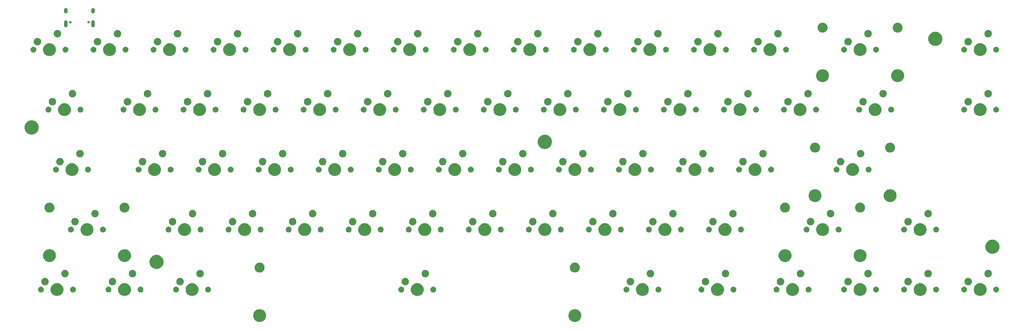
<source format=gbr>
G04 #@! TF.GenerationSoftware,KiCad,Pcbnew,(5.1.4)-1*
G04 #@! TF.CreationDate,2021-10-18T17:11:36+02:00*
G04 #@! TF.ProjectId,CrowMiniMk2,43726f77-4d69-46e6-994d-6b322e6b6963,rev?*
G04 #@! TF.SameCoordinates,Original*
G04 #@! TF.FileFunction,Soldermask,Top*
G04 #@! TF.FilePolarity,Negative*
%FSLAX46Y46*%
G04 Gerber Fmt 4.6, Leading zero omitted, Abs format (unit mm)*
G04 Created by KiCad (PCBNEW (5.1.4)-1) date 2021-10-18 17:11:36*
%MOMM*%
%LPD*%
G04 APERTURE LIST*
%ADD10C,0.100000*%
G04 APERTURE END LIST*
D10*
G36*
X186327624Y-126938684D02*
G01*
X186545624Y-127028983D01*
X186699773Y-127092833D01*
X187034698Y-127316623D01*
X187319527Y-127601452D01*
X187543317Y-127936377D01*
X187543317Y-127936378D01*
X187697466Y-128308526D01*
X187776050Y-128703594D01*
X187776050Y-129106406D01*
X187697466Y-129501474D01*
X187607167Y-129719474D01*
X187543317Y-129873623D01*
X187319527Y-130208548D01*
X187034698Y-130493377D01*
X186699773Y-130717167D01*
X186545624Y-130781017D01*
X186327624Y-130871316D01*
X185932556Y-130949900D01*
X185529744Y-130949900D01*
X185134676Y-130871316D01*
X184916676Y-130781017D01*
X184762527Y-130717167D01*
X184427602Y-130493377D01*
X184142773Y-130208548D01*
X183918983Y-129873623D01*
X183855133Y-129719474D01*
X183764834Y-129501474D01*
X183686250Y-129106406D01*
X183686250Y-128703594D01*
X183764834Y-128308526D01*
X183918983Y-127936378D01*
X183918983Y-127936377D01*
X184142773Y-127601452D01*
X184427602Y-127316623D01*
X184762527Y-127092833D01*
X184916676Y-127028983D01*
X185134676Y-126938684D01*
X185529744Y-126860100D01*
X185932556Y-126860100D01*
X186327624Y-126938684D01*
X186327624Y-126938684D01*
G37*
G36*
X86327824Y-126938684D02*
G01*
X86545824Y-127028983D01*
X86699973Y-127092833D01*
X87034898Y-127316623D01*
X87319727Y-127601452D01*
X87543517Y-127936377D01*
X87543517Y-127936378D01*
X87697666Y-128308526D01*
X87776250Y-128703594D01*
X87776250Y-129106406D01*
X87697666Y-129501474D01*
X87607367Y-129719474D01*
X87543517Y-129873623D01*
X87319727Y-130208548D01*
X87034898Y-130493377D01*
X86699973Y-130717167D01*
X86545824Y-130781017D01*
X86327824Y-130871316D01*
X85932756Y-130949900D01*
X85529944Y-130949900D01*
X85134876Y-130871316D01*
X84916876Y-130781017D01*
X84762727Y-130717167D01*
X84427802Y-130493377D01*
X84142973Y-130208548D01*
X83919183Y-129873623D01*
X83855333Y-129719474D01*
X83765034Y-129501474D01*
X83686450Y-129106406D01*
X83686450Y-128703594D01*
X83765034Y-128308526D01*
X83919183Y-127936378D01*
X83919183Y-127936377D01*
X84142973Y-127601452D01*
X84427802Y-127316623D01*
X84762727Y-127092833D01*
X84916876Y-127028983D01*
X85134876Y-126938684D01*
X85529944Y-126860100D01*
X85932756Y-126860100D01*
X86327824Y-126938684D01*
X86327824Y-126938684D01*
G37*
G36*
X231577724Y-118683684D02*
G01*
X231795724Y-118773983D01*
X231949873Y-118837833D01*
X232284798Y-119061623D01*
X232569627Y-119346452D01*
X232793417Y-119681377D01*
X232825812Y-119759586D01*
X232947566Y-120053526D01*
X233026150Y-120448594D01*
X233026150Y-120851406D01*
X232947566Y-121246474D01*
X232896701Y-121369272D01*
X232793417Y-121618623D01*
X232569627Y-121953548D01*
X232284798Y-122238377D01*
X231949873Y-122462167D01*
X231795724Y-122526017D01*
X231577724Y-122616316D01*
X231182656Y-122694900D01*
X230779844Y-122694900D01*
X230384776Y-122616316D01*
X230166776Y-122526017D01*
X230012627Y-122462167D01*
X229677702Y-122238377D01*
X229392873Y-121953548D01*
X229169083Y-121618623D01*
X229065799Y-121369272D01*
X229014934Y-121246474D01*
X228936350Y-120851406D01*
X228936350Y-120448594D01*
X229014934Y-120053526D01*
X229136688Y-119759586D01*
X229169083Y-119681377D01*
X229392873Y-119346452D01*
X229677702Y-119061623D01*
X230012627Y-118837833D01*
X230166776Y-118773983D01*
X230384776Y-118683684D01*
X230779844Y-118605100D01*
X231182656Y-118605100D01*
X231577724Y-118683684D01*
X231577724Y-118683684D01*
G37*
G36*
X207765224Y-118683684D02*
G01*
X207983224Y-118773983D01*
X208137373Y-118837833D01*
X208472298Y-119061623D01*
X208757127Y-119346452D01*
X208980917Y-119681377D01*
X209013312Y-119759586D01*
X209135066Y-120053526D01*
X209213650Y-120448594D01*
X209213650Y-120851406D01*
X209135066Y-121246474D01*
X209084201Y-121369272D01*
X208980917Y-121618623D01*
X208757127Y-121953548D01*
X208472298Y-122238377D01*
X208137373Y-122462167D01*
X207983224Y-122526017D01*
X207765224Y-122616316D01*
X207370156Y-122694900D01*
X206967344Y-122694900D01*
X206572276Y-122616316D01*
X206354276Y-122526017D01*
X206200127Y-122462167D01*
X205865202Y-122238377D01*
X205580373Y-121953548D01*
X205356583Y-121618623D01*
X205253299Y-121369272D01*
X205202434Y-121246474D01*
X205123850Y-120851406D01*
X205123850Y-120448594D01*
X205202434Y-120053526D01*
X205324188Y-119759586D01*
X205356583Y-119681377D01*
X205580373Y-119346452D01*
X205865202Y-119061623D01*
X206200127Y-118837833D01*
X206354276Y-118773983D01*
X206572276Y-118683684D01*
X206967344Y-118605100D01*
X207370156Y-118605100D01*
X207765224Y-118683684D01*
X207765224Y-118683684D01*
G37*
G36*
X64890224Y-118683684D02*
G01*
X65108224Y-118773983D01*
X65262373Y-118837833D01*
X65597298Y-119061623D01*
X65882127Y-119346452D01*
X66105917Y-119681377D01*
X66138312Y-119759586D01*
X66260066Y-120053526D01*
X66338650Y-120448594D01*
X66338650Y-120851406D01*
X66260066Y-121246474D01*
X66209201Y-121369272D01*
X66105917Y-121618623D01*
X65882127Y-121953548D01*
X65597298Y-122238377D01*
X65262373Y-122462167D01*
X65108224Y-122526017D01*
X64890224Y-122616316D01*
X64495156Y-122694900D01*
X64092344Y-122694900D01*
X63697276Y-122616316D01*
X63479276Y-122526017D01*
X63325127Y-122462167D01*
X62990202Y-122238377D01*
X62705373Y-121953548D01*
X62481583Y-121618623D01*
X62378299Y-121369272D01*
X62327434Y-121246474D01*
X62248850Y-120851406D01*
X62248850Y-120448594D01*
X62327434Y-120053526D01*
X62449188Y-119759586D01*
X62481583Y-119681377D01*
X62705373Y-119346452D01*
X62990202Y-119061623D01*
X63325127Y-118837833D01*
X63479276Y-118773983D01*
X63697276Y-118683684D01*
X64092344Y-118605100D01*
X64495156Y-118605100D01*
X64890224Y-118683684D01*
X64890224Y-118683684D01*
G37*
G36*
X43458974Y-118683684D02*
G01*
X43676974Y-118773983D01*
X43831123Y-118837833D01*
X44166048Y-119061623D01*
X44450877Y-119346452D01*
X44674667Y-119681377D01*
X44707062Y-119759586D01*
X44828816Y-120053526D01*
X44907400Y-120448594D01*
X44907400Y-120851406D01*
X44828816Y-121246474D01*
X44777951Y-121369272D01*
X44674667Y-121618623D01*
X44450877Y-121953548D01*
X44166048Y-122238377D01*
X43831123Y-122462167D01*
X43676974Y-122526017D01*
X43458974Y-122616316D01*
X43063906Y-122694900D01*
X42661094Y-122694900D01*
X42266026Y-122616316D01*
X42048026Y-122526017D01*
X41893877Y-122462167D01*
X41558952Y-122238377D01*
X41274123Y-121953548D01*
X41050333Y-121618623D01*
X40947049Y-121369272D01*
X40896184Y-121246474D01*
X40817600Y-120851406D01*
X40817600Y-120448594D01*
X40896184Y-120053526D01*
X41017938Y-119759586D01*
X41050333Y-119681377D01*
X41274123Y-119346452D01*
X41558952Y-119061623D01*
X41893877Y-118837833D01*
X42048026Y-118773983D01*
X42266026Y-118683684D01*
X42661094Y-118605100D01*
X43063906Y-118605100D01*
X43458974Y-118683684D01*
X43458974Y-118683684D01*
G37*
G36*
X22027724Y-118683684D02*
G01*
X22245724Y-118773983D01*
X22399873Y-118837833D01*
X22734798Y-119061623D01*
X23019627Y-119346452D01*
X23243417Y-119681377D01*
X23275812Y-119759586D01*
X23397566Y-120053526D01*
X23476150Y-120448594D01*
X23476150Y-120851406D01*
X23397566Y-121246474D01*
X23346701Y-121369272D01*
X23243417Y-121618623D01*
X23019627Y-121953548D01*
X22734798Y-122238377D01*
X22399873Y-122462167D01*
X22245724Y-122526017D01*
X22027724Y-122616316D01*
X21632656Y-122694900D01*
X21229844Y-122694900D01*
X20834776Y-122616316D01*
X20616776Y-122526017D01*
X20462627Y-122462167D01*
X20127702Y-122238377D01*
X19842873Y-121953548D01*
X19619083Y-121618623D01*
X19515799Y-121369272D01*
X19464934Y-121246474D01*
X19386350Y-120851406D01*
X19386350Y-120448594D01*
X19464934Y-120053526D01*
X19586688Y-119759586D01*
X19619083Y-119681377D01*
X19842873Y-119346452D01*
X20127702Y-119061623D01*
X20462627Y-118837833D01*
X20616776Y-118773983D01*
X20834776Y-118683684D01*
X21229844Y-118605100D01*
X21632656Y-118605100D01*
X22027724Y-118683684D01*
X22027724Y-118683684D01*
G37*
G36*
X136327724Y-118683684D02*
G01*
X136545724Y-118773983D01*
X136699873Y-118837833D01*
X137034798Y-119061623D01*
X137319627Y-119346452D01*
X137543417Y-119681377D01*
X137575812Y-119759586D01*
X137697566Y-120053526D01*
X137776150Y-120448594D01*
X137776150Y-120851406D01*
X137697566Y-121246474D01*
X137646701Y-121369272D01*
X137543417Y-121618623D01*
X137319627Y-121953548D01*
X137034798Y-122238377D01*
X136699873Y-122462167D01*
X136545724Y-122526017D01*
X136327724Y-122616316D01*
X135932656Y-122694900D01*
X135529844Y-122694900D01*
X135134776Y-122616316D01*
X134916776Y-122526017D01*
X134762627Y-122462167D01*
X134427702Y-122238377D01*
X134142873Y-121953548D01*
X133919083Y-121618623D01*
X133815799Y-121369272D01*
X133764934Y-121246474D01*
X133686350Y-120851406D01*
X133686350Y-120448594D01*
X133764934Y-120053526D01*
X133886688Y-119759586D01*
X133919083Y-119681377D01*
X134142873Y-119346452D01*
X134427702Y-119061623D01*
X134762627Y-118837833D01*
X134916776Y-118773983D01*
X135134776Y-118683684D01*
X135529844Y-118605100D01*
X135932656Y-118605100D01*
X136327724Y-118683684D01*
X136327724Y-118683684D01*
G37*
G36*
X314921474Y-118683684D02*
G01*
X315139474Y-118773983D01*
X315293623Y-118837833D01*
X315628548Y-119061623D01*
X315913377Y-119346452D01*
X316137167Y-119681377D01*
X316169562Y-119759586D01*
X316291316Y-120053526D01*
X316369900Y-120448594D01*
X316369900Y-120851406D01*
X316291316Y-121246474D01*
X316240451Y-121369272D01*
X316137167Y-121618623D01*
X315913377Y-121953548D01*
X315628548Y-122238377D01*
X315293623Y-122462167D01*
X315139474Y-122526017D01*
X314921474Y-122616316D01*
X314526406Y-122694900D01*
X314123594Y-122694900D01*
X313728526Y-122616316D01*
X313510526Y-122526017D01*
X313356377Y-122462167D01*
X313021452Y-122238377D01*
X312736623Y-121953548D01*
X312512833Y-121618623D01*
X312409549Y-121369272D01*
X312358684Y-121246474D01*
X312280100Y-120851406D01*
X312280100Y-120448594D01*
X312358684Y-120053526D01*
X312480438Y-119759586D01*
X312512833Y-119681377D01*
X312736623Y-119346452D01*
X313021452Y-119061623D01*
X313356377Y-118837833D01*
X313510526Y-118773983D01*
X313728526Y-118683684D01*
X314123594Y-118605100D01*
X314526406Y-118605100D01*
X314921474Y-118683684D01*
X314921474Y-118683684D01*
G37*
G36*
X295871474Y-118683684D02*
G01*
X296089474Y-118773983D01*
X296243623Y-118837833D01*
X296578548Y-119061623D01*
X296863377Y-119346452D01*
X297087167Y-119681377D01*
X297119562Y-119759586D01*
X297241316Y-120053526D01*
X297319900Y-120448594D01*
X297319900Y-120851406D01*
X297241316Y-121246474D01*
X297190451Y-121369272D01*
X297087167Y-121618623D01*
X296863377Y-121953548D01*
X296578548Y-122238377D01*
X296243623Y-122462167D01*
X296089474Y-122526017D01*
X295871474Y-122616316D01*
X295476406Y-122694900D01*
X295073594Y-122694900D01*
X294678526Y-122616316D01*
X294460526Y-122526017D01*
X294306377Y-122462167D01*
X293971452Y-122238377D01*
X293686623Y-121953548D01*
X293462833Y-121618623D01*
X293359549Y-121369272D01*
X293308684Y-121246474D01*
X293230100Y-120851406D01*
X293230100Y-120448594D01*
X293308684Y-120053526D01*
X293430438Y-119759586D01*
X293462833Y-119681377D01*
X293686623Y-119346452D01*
X293971452Y-119061623D01*
X294306377Y-118837833D01*
X294460526Y-118773983D01*
X294678526Y-118683684D01*
X295073594Y-118605100D01*
X295476406Y-118605100D01*
X295871474Y-118683684D01*
X295871474Y-118683684D01*
G37*
G36*
X276821474Y-118683684D02*
G01*
X277039474Y-118773983D01*
X277193623Y-118837833D01*
X277528548Y-119061623D01*
X277813377Y-119346452D01*
X278037167Y-119681377D01*
X278069562Y-119759586D01*
X278191316Y-120053526D01*
X278269900Y-120448594D01*
X278269900Y-120851406D01*
X278191316Y-121246474D01*
X278140451Y-121369272D01*
X278037167Y-121618623D01*
X277813377Y-121953548D01*
X277528548Y-122238377D01*
X277193623Y-122462167D01*
X277039474Y-122526017D01*
X276821474Y-122616316D01*
X276426406Y-122694900D01*
X276023594Y-122694900D01*
X275628526Y-122616316D01*
X275410526Y-122526017D01*
X275256377Y-122462167D01*
X274921452Y-122238377D01*
X274636623Y-121953548D01*
X274412833Y-121618623D01*
X274309549Y-121369272D01*
X274258684Y-121246474D01*
X274180100Y-120851406D01*
X274180100Y-120448594D01*
X274258684Y-120053526D01*
X274380438Y-119759586D01*
X274412833Y-119681377D01*
X274636623Y-119346452D01*
X274921452Y-119061623D01*
X275256377Y-118837833D01*
X275410526Y-118773983D01*
X275628526Y-118683684D01*
X276023594Y-118605100D01*
X276426406Y-118605100D01*
X276821474Y-118683684D01*
X276821474Y-118683684D01*
G37*
G36*
X255390224Y-118683684D02*
G01*
X255608224Y-118773983D01*
X255762373Y-118837833D01*
X256097298Y-119061623D01*
X256382127Y-119346452D01*
X256605917Y-119681377D01*
X256638312Y-119759586D01*
X256760066Y-120053526D01*
X256838650Y-120448594D01*
X256838650Y-120851406D01*
X256760066Y-121246474D01*
X256709201Y-121369272D01*
X256605917Y-121618623D01*
X256382127Y-121953548D01*
X256097298Y-122238377D01*
X255762373Y-122462167D01*
X255608224Y-122526017D01*
X255390224Y-122616316D01*
X254995156Y-122694900D01*
X254592344Y-122694900D01*
X254197276Y-122616316D01*
X253979276Y-122526017D01*
X253825127Y-122462167D01*
X253490202Y-122238377D01*
X253205373Y-121953548D01*
X252981583Y-121618623D01*
X252878299Y-121369272D01*
X252827434Y-121246474D01*
X252748850Y-120851406D01*
X252748850Y-120448594D01*
X252827434Y-120053526D01*
X252949188Y-119759586D01*
X252981583Y-119681377D01*
X253205373Y-119346452D01*
X253490202Y-119061623D01*
X253825127Y-118837833D01*
X253979276Y-118773983D01*
X254197276Y-118683684D01*
X254592344Y-118605100D01*
X254995156Y-118605100D01*
X255390224Y-118683684D01*
X255390224Y-118683684D01*
G37*
G36*
X202358854Y-119759585D02*
G01*
X202527376Y-119829389D01*
X202679041Y-119930728D01*
X202808022Y-120059709D01*
X202909361Y-120211374D01*
X202979165Y-120379896D01*
X203014750Y-120558797D01*
X203014750Y-120741203D01*
X202979165Y-120920104D01*
X202909361Y-121088626D01*
X202808022Y-121240291D01*
X202679041Y-121369272D01*
X202527376Y-121470611D01*
X202358854Y-121540415D01*
X202179953Y-121576000D01*
X201997547Y-121576000D01*
X201818646Y-121540415D01*
X201650124Y-121470611D01*
X201498459Y-121369272D01*
X201369478Y-121240291D01*
X201268139Y-121088626D01*
X201198335Y-120920104D01*
X201162750Y-120741203D01*
X201162750Y-120558797D01*
X201198335Y-120379896D01*
X201268139Y-120211374D01*
X201369478Y-120059709D01*
X201498459Y-119930728D01*
X201650124Y-119829389D01*
X201818646Y-119759585D01*
X201997547Y-119724000D01*
X202179953Y-119724000D01*
X202358854Y-119759585D01*
X202358854Y-119759585D01*
G37*
G36*
X141081354Y-119759585D02*
G01*
X141249876Y-119829389D01*
X141401541Y-119930728D01*
X141530522Y-120059709D01*
X141631861Y-120211374D01*
X141701665Y-120379896D01*
X141737250Y-120558797D01*
X141737250Y-120741203D01*
X141701665Y-120920104D01*
X141631861Y-121088626D01*
X141530522Y-121240291D01*
X141401541Y-121369272D01*
X141249876Y-121470611D01*
X141081354Y-121540415D01*
X140902453Y-121576000D01*
X140720047Y-121576000D01*
X140541146Y-121540415D01*
X140372624Y-121470611D01*
X140220959Y-121369272D01*
X140091978Y-121240291D01*
X139990639Y-121088626D01*
X139920835Y-120920104D01*
X139885250Y-120741203D01*
X139885250Y-120558797D01*
X139920835Y-120379896D01*
X139990639Y-120211374D01*
X140091978Y-120059709D01*
X140220959Y-119930728D01*
X140372624Y-119829389D01*
X140541146Y-119759585D01*
X140720047Y-119724000D01*
X140902453Y-119724000D01*
X141081354Y-119759585D01*
X141081354Y-119759585D01*
G37*
G36*
X130921354Y-119759585D02*
G01*
X131089876Y-119829389D01*
X131241541Y-119930728D01*
X131370522Y-120059709D01*
X131471861Y-120211374D01*
X131541665Y-120379896D01*
X131577250Y-120558797D01*
X131577250Y-120741203D01*
X131541665Y-120920104D01*
X131471861Y-121088626D01*
X131370522Y-121240291D01*
X131241541Y-121369272D01*
X131089876Y-121470611D01*
X130921354Y-121540415D01*
X130742453Y-121576000D01*
X130560047Y-121576000D01*
X130381146Y-121540415D01*
X130212624Y-121470611D01*
X130060959Y-121369272D01*
X129931978Y-121240291D01*
X129830639Y-121088626D01*
X129760835Y-120920104D01*
X129725250Y-120741203D01*
X129725250Y-120558797D01*
X129760835Y-120379896D01*
X129830639Y-120211374D01*
X129931978Y-120059709D01*
X130060959Y-119930728D01*
X130212624Y-119829389D01*
X130381146Y-119759585D01*
X130560047Y-119724000D01*
X130742453Y-119724000D01*
X130921354Y-119759585D01*
X130921354Y-119759585D01*
G37*
G36*
X249983854Y-119759585D02*
G01*
X250152376Y-119829389D01*
X250304041Y-119930728D01*
X250433022Y-120059709D01*
X250534361Y-120211374D01*
X250604165Y-120379896D01*
X250639750Y-120558797D01*
X250639750Y-120741203D01*
X250604165Y-120920104D01*
X250534361Y-121088626D01*
X250433022Y-121240291D01*
X250304041Y-121369272D01*
X250152376Y-121470611D01*
X249983854Y-121540415D01*
X249804953Y-121576000D01*
X249622547Y-121576000D01*
X249443646Y-121540415D01*
X249275124Y-121470611D01*
X249123459Y-121369272D01*
X248994478Y-121240291D01*
X248893139Y-121088626D01*
X248823335Y-120920104D01*
X248787750Y-120741203D01*
X248787750Y-120558797D01*
X248823335Y-120379896D01*
X248893139Y-120211374D01*
X248994478Y-120059709D01*
X249123459Y-119930728D01*
X249275124Y-119829389D01*
X249443646Y-119759585D01*
X249622547Y-119724000D01*
X249804953Y-119724000D01*
X249983854Y-119759585D01*
X249983854Y-119759585D01*
G37*
G36*
X260143854Y-119759585D02*
G01*
X260312376Y-119829389D01*
X260464041Y-119930728D01*
X260593022Y-120059709D01*
X260694361Y-120211374D01*
X260764165Y-120379896D01*
X260799750Y-120558797D01*
X260799750Y-120741203D01*
X260764165Y-120920104D01*
X260694361Y-121088626D01*
X260593022Y-121240291D01*
X260464041Y-121369272D01*
X260312376Y-121470611D01*
X260143854Y-121540415D01*
X259964953Y-121576000D01*
X259782547Y-121576000D01*
X259603646Y-121540415D01*
X259435124Y-121470611D01*
X259283459Y-121369272D01*
X259154478Y-121240291D01*
X259053139Y-121088626D01*
X258983335Y-120920104D01*
X258947750Y-120741203D01*
X258947750Y-120558797D01*
X258983335Y-120379896D01*
X259053139Y-120211374D01*
X259154478Y-120059709D01*
X259283459Y-119930728D01*
X259435124Y-119829389D01*
X259603646Y-119759585D01*
X259782547Y-119724000D01*
X259964953Y-119724000D01*
X260143854Y-119759585D01*
X260143854Y-119759585D01*
G37*
G36*
X281575104Y-119759585D02*
G01*
X281743626Y-119829389D01*
X281895291Y-119930728D01*
X282024272Y-120059709D01*
X282125611Y-120211374D01*
X282195415Y-120379896D01*
X282231000Y-120558797D01*
X282231000Y-120741203D01*
X282195415Y-120920104D01*
X282125611Y-121088626D01*
X282024272Y-121240291D01*
X281895291Y-121369272D01*
X281743626Y-121470611D01*
X281575104Y-121540415D01*
X281396203Y-121576000D01*
X281213797Y-121576000D01*
X281034896Y-121540415D01*
X280866374Y-121470611D01*
X280714709Y-121369272D01*
X280585728Y-121240291D01*
X280484389Y-121088626D01*
X280414585Y-120920104D01*
X280379000Y-120741203D01*
X280379000Y-120558797D01*
X280414585Y-120379896D01*
X280484389Y-120211374D01*
X280585728Y-120059709D01*
X280714709Y-119930728D01*
X280866374Y-119829389D01*
X281034896Y-119759585D01*
X281213797Y-119724000D01*
X281396203Y-119724000D01*
X281575104Y-119759585D01*
X281575104Y-119759585D01*
G37*
G36*
X226171354Y-119759585D02*
G01*
X226339876Y-119829389D01*
X226491541Y-119930728D01*
X226620522Y-120059709D01*
X226721861Y-120211374D01*
X226791665Y-120379896D01*
X226827250Y-120558797D01*
X226827250Y-120741203D01*
X226791665Y-120920104D01*
X226721861Y-121088626D01*
X226620522Y-121240291D01*
X226491541Y-121369272D01*
X226339876Y-121470611D01*
X226171354Y-121540415D01*
X225992453Y-121576000D01*
X225810047Y-121576000D01*
X225631146Y-121540415D01*
X225462624Y-121470611D01*
X225310959Y-121369272D01*
X225181978Y-121240291D01*
X225080639Y-121088626D01*
X225010835Y-120920104D01*
X224975250Y-120741203D01*
X224975250Y-120558797D01*
X225010835Y-120379896D01*
X225080639Y-120211374D01*
X225181978Y-120059709D01*
X225310959Y-119930728D01*
X225462624Y-119829389D01*
X225631146Y-119759585D01*
X225810047Y-119724000D01*
X225992453Y-119724000D01*
X226171354Y-119759585D01*
X226171354Y-119759585D01*
G37*
G36*
X236331354Y-119759585D02*
G01*
X236499876Y-119829389D01*
X236651541Y-119930728D01*
X236780522Y-120059709D01*
X236881861Y-120211374D01*
X236951665Y-120379896D01*
X236987250Y-120558797D01*
X236987250Y-120741203D01*
X236951665Y-120920104D01*
X236881861Y-121088626D01*
X236780522Y-121240291D01*
X236651541Y-121369272D01*
X236499876Y-121470611D01*
X236331354Y-121540415D01*
X236152453Y-121576000D01*
X235970047Y-121576000D01*
X235791146Y-121540415D01*
X235622624Y-121470611D01*
X235470959Y-121369272D01*
X235341978Y-121240291D01*
X235240639Y-121088626D01*
X235170835Y-120920104D01*
X235135250Y-120741203D01*
X235135250Y-120558797D01*
X235170835Y-120379896D01*
X235240639Y-120211374D01*
X235341978Y-120059709D01*
X235470959Y-119930728D01*
X235622624Y-119829389D01*
X235791146Y-119759585D01*
X235970047Y-119724000D01*
X236152453Y-119724000D01*
X236331354Y-119759585D01*
X236331354Y-119759585D01*
G37*
G36*
X290465104Y-119759585D02*
G01*
X290633626Y-119829389D01*
X290785291Y-119930728D01*
X290914272Y-120059709D01*
X291015611Y-120211374D01*
X291085415Y-120379896D01*
X291121000Y-120558797D01*
X291121000Y-120741203D01*
X291085415Y-120920104D01*
X291015611Y-121088626D01*
X290914272Y-121240291D01*
X290785291Y-121369272D01*
X290633626Y-121470611D01*
X290465104Y-121540415D01*
X290286203Y-121576000D01*
X290103797Y-121576000D01*
X289924896Y-121540415D01*
X289756374Y-121470611D01*
X289604709Y-121369272D01*
X289475728Y-121240291D01*
X289374389Y-121088626D01*
X289304585Y-120920104D01*
X289269000Y-120741203D01*
X289269000Y-120558797D01*
X289304585Y-120379896D01*
X289374389Y-120211374D01*
X289475728Y-120059709D01*
X289604709Y-119930728D01*
X289756374Y-119829389D01*
X289924896Y-119759585D01*
X290103797Y-119724000D01*
X290286203Y-119724000D01*
X290465104Y-119759585D01*
X290465104Y-119759585D01*
G37*
G36*
X212518854Y-119759585D02*
G01*
X212687376Y-119829389D01*
X212839041Y-119930728D01*
X212968022Y-120059709D01*
X213069361Y-120211374D01*
X213139165Y-120379896D01*
X213174750Y-120558797D01*
X213174750Y-120741203D01*
X213139165Y-120920104D01*
X213069361Y-121088626D01*
X212968022Y-121240291D01*
X212839041Y-121369272D01*
X212687376Y-121470611D01*
X212518854Y-121540415D01*
X212339953Y-121576000D01*
X212157547Y-121576000D01*
X211978646Y-121540415D01*
X211810124Y-121470611D01*
X211658459Y-121369272D01*
X211529478Y-121240291D01*
X211428139Y-121088626D01*
X211358335Y-120920104D01*
X211322750Y-120741203D01*
X211322750Y-120558797D01*
X211358335Y-120379896D01*
X211428139Y-120211374D01*
X211529478Y-120059709D01*
X211658459Y-119930728D01*
X211810124Y-119829389D01*
X211978646Y-119759585D01*
X212157547Y-119724000D01*
X212339953Y-119724000D01*
X212518854Y-119759585D01*
X212518854Y-119759585D01*
G37*
G36*
X300625104Y-119759585D02*
G01*
X300793626Y-119829389D01*
X300945291Y-119930728D01*
X301074272Y-120059709D01*
X301175611Y-120211374D01*
X301245415Y-120379896D01*
X301281000Y-120558797D01*
X301281000Y-120741203D01*
X301245415Y-120920104D01*
X301175611Y-121088626D01*
X301074272Y-121240291D01*
X300945291Y-121369272D01*
X300793626Y-121470611D01*
X300625104Y-121540415D01*
X300446203Y-121576000D01*
X300263797Y-121576000D01*
X300084896Y-121540415D01*
X299916374Y-121470611D01*
X299764709Y-121369272D01*
X299635728Y-121240291D01*
X299534389Y-121088626D01*
X299464585Y-120920104D01*
X299429000Y-120741203D01*
X299429000Y-120558797D01*
X299464585Y-120379896D01*
X299534389Y-120211374D01*
X299635728Y-120059709D01*
X299764709Y-119930728D01*
X299916374Y-119829389D01*
X300084896Y-119759585D01*
X300263797Y-119724000D01*
X300446203Y-119724000D01*
X300625104Y-119759585D01*
X300625104Y-119759585D01*
G37*
G36*
X271415104Y-119759585D02*
G01*
X271583626Y-119829389D01*
X271735291Y-119930728D01*
X271864272Y-120059709D01*
X271965611Y-120211374D01*
X272035415Y-120379896D01*
X272071000Y-120558797D01*
X272071000Y-120741203D01*
X272035415Y-120920104D01*
X271965611Y-121088626D01*
X271864272Y-121240291D01*
X271735291Y-121369272D01*
X271583626Y-121470611D01*
X271415104Y-121540415D01*
X271236203Y-121576000D01*
X271053797Y-121576000D01*
X270874896Y-121540415D01*
X270706374Y-121470611D01*
X270554709Y-121369272D01*
X270425728Y-121240291D01*
X270324389Y-121088626D01*
X270254585Y-120920104D01*
X270219000Y-120741203D01*
X270219000Y-120558797D01*
X270254585Y-120379896D01*
X270324389Y-120211374D01*
X270425728Y-120059709D01*
X270554709Y-119930728D01*
X270706374Y-119829389D01*
X270874896Y-119759585D01*
X271053797Y-119724000D01*
X271236203Y-119724000D01*
X271415104Y-119759585D01*
X271415104Y-119759585D01*
G37*
G36*
X69643854Y-119759585D02*
G01*
X69812376Y-119829389D01*
X69964041Y-119930728D01*
X70093022Y-120059709D01*
X70194361Y-120211374D01*
X70264165Y-120379896D01*
X70299750Y-120558797D01*
X70299750Y-120741203D01*
X70264165Y-120920104D01*
X70194361Y-121088626D01*
X70093022Y-121240291D01*
X69964041Y-121369272D01*
X69812376Y-121470611D01*
X69643854Y-121540415D01*
X69464953Y-121576000D01*
X69282547Y-121576000D01*
X69103646Y-121540415D01*
X68935124Y-121470611D01*
X68783459Y-121369272D01*
X68654478Y-121240291D01*
X68553139Y-121088626D01*
X68483335Y-120920104D01*
X68447750Y-120741203D01*
X68447750Y-120558797D01*
X68483335Y-120379896D01*
X68553139Y-120211374D01*
X68654478Y-120059709D01*
X68783459Y-119930728D01*
X68935124Y-119829389D01*
X69103646Y-119759585D01*
X69282547Y-119724000D01*
X69464953Y-119724000D01*
X69643854Y-119759585D01*
X69643854Y-119759585D01*
G37*
G36*
X309515104Y-119759585D02*
G01*
X309683626Y-119829389D01*
X309835291Y-119930728D01*
X309964272Y-120059709D01*
X310065611Y-120211374D01*
X310135415Y-120379896D01*
X310171000Y-120558797D01*
X310171000Y-120741203D01*
X310135415Y-120920104D01*
X310065611Y-121088626D01*
X309964272Y-121240291D01*
X309835291Y-121369272D01*
X309683626Y-121470611D01*
X309515104Y-121540415D01*
X309336203Y-121576000D01*
X309153797Y-121576000D01*
X308974896Y-121540415D01*
X308806374Y-121470611D01*
X308654709Y-121369272D01*
X308525728Y-121240291D01*
X308424389Y-121088626D01*
X308354585Y-120920104D01*
X308319000Y-120741203D01*
X308319000Y-120558797D01*
X308354585Y-120379896D01*
X308424389Y-120211374D01*
X308525728Y-120059709D01*
X308654709Y-119930728D01*
X308806374Y-119829389D01*
X308974896Y-119759585D01*
X309153797Y-119724000D01*
X309336203Y-119724000D01*
X309515104Y-119759585D01*
X309515104Y-119759585D01*
G37*
G36*
X38052604Y-119759585D02*
G01*
X38221126Y-119829389D01*
X38372791Y-119930728D01*
X38501772Y-120059709D01*
X38603111Y-120211374D01*
X38672915Y-120379896D01*
X38708500Y-120558797D01*
X38708500Y-120741203D01*
X38672915Y-120920104D01*
X38603111Y-121088626D01*
X38501772Y-121240291D01*
X38372791Y-121369272D01*
X38221126Y-121470611D01*
X38052604Y-121540415D01*
X37873703Y-121576000D01*
X37691297Y-121576000D01*
X37512396Y-121540415D01*
X37343874Y-121470611D01*
X37192209Y-121369272D01*
X37063228Y-121240291D01*
X36961889Y-121088626D01*
X36892085Y-120920104D01*
X36856500Y-120741203D01*
X36856500Y-120558797D01*
X36892085Y-120379896D01*
X36961889Y-120211374D01*
X37063228Y-120059709D01*
X37192209Y-119930728D01*
X37343874Y-119829389D01*
X37512396Y-119759585D01*
X37691297Y-119724000D01*
X37873703Y-119724000D01*
X38052604Y-119759585D01*
X38052604Y-119759585D01*
G37*
G36*
X48212604Y-119759585D02*
G01*
X48381126Y-119829389D01*
X48532791Y-119930728D01*
X48661772Y-120059709D01*
X48763111Y-120211374D01*
X48832915Y-120379896D01*
X48868500Y-120558797D01*
X48868500Y-120741203D01*
X48832915Y-120920104D01*
X48763111Y-121088626D01*
X48661772Y-121240291D01*
X48532791Y-121369272D01*
X48381126Y-121470611D01*
X48212604Y-121540415D01*
X48033703Y-121576000D01*
X47851297Y-121576000D01*
X47672396Y-121540415D01*
X47503874Y-121470611D01*
X47352209Y-121369272D01*
X47223228Y-121240291D01*
X47121889Y-121088626D01*
X47052085Y-120920104D01*
X47016500Y-120741203D01*
X47016500Y-120558797D01*
X47052085Y-120379896D01*
X47121889Y-120211374D01*
X47223228Y-120059709D01*
X47352209Y-119930728D01*
X47503874Y-119829389D01*
X47672396Y-119759585D01*
X47851297Y-119724000D01*
X48033703Y-119724000D01*
X48212604Y-119759585D01*
X48212604Y-119759585D01*
G37*
G36*
X319675104Y-119759585D02*
G01*
X319843626Y-119829389D01*
X319995291Y-119930728D01*
X320124272Y-120059709D01*
X320225611Y-120211374D01*
X320295415Y-120379896D01*
X320331000Y-120558797D01*
X320331000Y-120741203D01*
X320295415Y-120920104D01*
X320225611Y-121088626D01*
X320124272Y-121240291D01*
X319995291Y-121369272D01*
X319843626Y-121470611D01*
X319675104Y-121540415D01*
X319496203Y-121576000D01*
X319313797Y-121576000D01*
X319134896Y-121540415D01*
X318966374Y-121470611D01*
X318814709Y-121369272D01*
X318685728Y-121240291D01*
X318584389Y-121088626D01*
X318514585Y-120920104D01*
X318479000Y-120741203D01*
X318479000Y-120558797D01*
X318514585Y-120379896D01*
X318584389Y-120211374D01*
X318685728Y-120059709D01*
X318814709Y-119930728D01*
X318966374Y-119829389D01*
X319134896Y-119759585D01*
X319313797Y-119724000D01*
X319496203Y-119724000D01*
X319675104Y-119759585D01*
X319675104Y-119759585D01*
G37*
G36*
X16621354Y-119759585D02*
G01*
X16789876Y-119829389D01*
X16941541Y-119930728D01*
X17070522Y-120059709D01*
X17171861Y-120211374D01*
X17241665Y-120379896D01*
X17277250Y-120558797D01*
X17277250Y-120741203D01*
X17241665Y-120920104D01*
X17171861Y-121088626D01*
X17070522Y-121240291D01*
X16941541Y-121369272D01*
X16789876Y-121470611D01*
X16621354Y-121540415D01*
X16442453Y-121576000D01*
X16260047Y-121576000D01*
X16081146Y-121540415D01*
X15912624Y-121470611D01*
X15760959Y-121369272D01*
X15631978Y-121240291D01*
X15530639Y-121088626D01*
X15460835Y-120920104D01*
X15425250Y-120741203D01*
X15425250Y-120558797D01*
X15460835Y-120379896D01*
X15530639Y-120211374D01*
X15631978Y-120059709D01*
X15760959Y-119930728D01*
X15912624Y-119829389D01*
X16081146Y-119759585D01*
X16260047Y-119724000D01*
X16442453Y-119724000D01*
X16621354Y-119759585D01*
X16621354Y-119759585D01*
G37*
G36*
X26781354Y-119759585D02*
G01*
X26949876Y-119829389D01*
X27101541Y-119930728D01*
X27230522Y-120059709D01*
X27331861Y-120211374D01*
X27401665Y-120379896D01*
X27437250Y-120558797D01*
X27437250Y-120741203D01*
X27401665Y-120920104D01*
X27331861Y-121088626D01*
X27230522Y-121240291D01*
X27101541Y-121369272D01*
X26949876Y-121470611D01*
X26781354Y-121540415D01*
X26602453Y-121576000D01*
X26420047Y-121576000D01*
X26241146Y-121540415D01*
X26072624Y-121470611D01*
X25920959Y-121369272D01*
X25791978Y-121240291D01*
X25690639Y-121088626D01*
X25620835Y-120920104D01*
X25585250Y-120741203D01*
X25585250Y-120558797D01*
X25620835Y-120379896D01*
X25690639Y-120211374D01*
X25791978Y-120059709D01*
X25920959Y-119930728D01*
X26072624Y-119829389D01*
X26241146Y-119759585D01*
X26420047Y-119724000D01*
X26602453Y-119724000D01*
X26781354Y-119759585D01*
X26781354Y-119759585D01*
G37*
G36*
X59483854Y-119759585D02*
G01*
X59652376Y-119829389D01*
X59804041Y-119930728D01*
X59933022Y-120059709D01*
X60034361Y-120211374D01*
X60104165Y-120379896D01*
X60139750Y-120558797D01*
X60139750Y-120741203D01*
X60104165Y-120920104D01*
X60034361Y-121088626D01*
X59933022Y-121240291D01*
X59804041Y-121369272D01*
X59652376Y-121470611D01*
X59483854Y-121540415D01*
X59304953Y-121576000D01*
X59122547Y-121576000D01*
X58943646Y-121540415D01*
X58775124Y-121470611D01*
X58623459Y-121369272D01*
X58494478Y-121240291D01*
X58393139Y-121088626D01*
X58323335Y-120920104D01*
X58287750Y-120741203D01*
X58287750Y-120558797D01*
X58323335Y-120379896D01*
X58393139Y-120211374D01*
X58494478Y-120059709D01*
X58623459Y-119930728D01*
X58775124Y-119829389D01*
X58943646Y-119759585D01*
X59122547Y-119724000D01*
X59304953Y-119724000D01*
X59483854Y-119759585D01*
X59483854Y-119759585D01*
G37*
G36*
X203550310Y-116949064D02*
G01*
X203701777Y-116979193D01*
X203915795Y-117067842D01*
X203915796Y-117067843D01*
X204108404Y-117196539D01*
X204272211Y-117360346D01*
X204358008Y-117488751D01*
X204400908Y-117552955D01*
X204489557Y-117766973D01*
X204534750Y-117994174D01*
X204534750Y-118225826D01*
X204489557Y-118453027D01*
X204400908Y-118667045D01*
X204400907Y-118667046D01*
X204272211Y-118859654D01*
X204108404Y-119023461D01*
X204051290Y-119061623D01*
X203915795Y-119152158D01*
X203701777Y-119240807D01*
X203550310Y-119270936D01*
X203474577Y-119286000D01*
X203242923Y-119286000D01*
X203167190Y-119270936D01*
X203015723Y-119240807D01*
X202801705Y-119152158D01*
X202666210Y-119061623D01*
X202609096Y-119023461D01*
X202445289Y-118859654D01*
X202316593Y-118667046D01*
X202316592Y-118667045D01*
X202227943Y-118453027D01*
X202182750Y-118225826D01*
X202182750Y-117994174D01*
X202227943Y-117766973D01*
X202316592Y-117552955D01*
X202359492Y-117488751D01*
X202445289Y-117360346D01*
X202609096Y-117196539D01*
X202801704Y-117067843D01*
X202801705Y-117067842D01*
X203015723Y-116979193D01*
X203167190Y-116949064D01*
X203242923Y-116934000D01*
X203474577Y-116934000D01*
X203550310Y-116949064D01*
X203550310Y-116949064D01*
G37*
G36*
X272606560Y-116949064D02*
G01*
X272758027Y-116979193D01*
X272972045Y-117067842D01*
X272972046Y-117067843D01*
X273164654Y-117196539D01*
X273328461Y-117360346D01*
X273414258Y-117488751D01*
X273457158Y-117552955D01*
X273545807Y-117766973D01*
X273591000Y-117994174D01*
X273591000Y-118225826D01*
X273545807Y-118453027D01*
X273457158Y-118667045D01*
X273457157Y-118667046D01*
X273328461Y-118859654D01*
X273164654Y-119023461D01*
X273107540Y-119061623D01*
X272972045Y-119152158D01*
X272758027Y-119240807D01*
X272606560Y-119270936D01*
X272530827Y-119286000D01*
X272299173Y-119286000D01*
X272223440Y-119270936D01*
X272071973Y-119240807D01*
X271857955Y-119152158D01*
X271722460Y-119061623D01*
X271665346Y-119023461D01*
X271501539Y-118859654D01*
X271372843Y-118667046D01*
X271372842Y-118667045D01*
X271284193Y-118453027D01*
X271239000Y-118225826D01*
X271239000Y-117994174D01*
X271284193Y-117766973D01*
X271372842Y-117552955D01*
X271415742Y-117488751D01*
X271501539Y-117360346D01*
X271665346Y-117196539D01*
X271857954Y-117067843D01*
X271857955Y-117067842D01*
X272071973Y-116979193D01*
X272223440Y-116949064D01*
X272299173Y-116934000D01*
X272530827Y-116934000D01*
X272606560Y-116949064D01*
X272606560Y-116949064D01*
G37*
G36*
X251175310Y-116949064D02*
G01*
X251326777Y-116979193D01*
X251540795Y-117067842D01*
X251540796Y-117067843D01*
X251733404Y-117196539D01*
X251897211Y-117360346D01*
X251983008Y-117488751D01*
X252025908Y-117552955D01*
X252114557Y-117766973D01*
X252159750Y-117994174D01*
X252159750Y-118225826D01*
X252114557Y-118453027D01*
X252025908Y-118667045D01*
X252025907Y-118667046D01*
X251897211Y-118859654D01*
X251733404Y-119023461D01*
X251676290Y-119061623D01*
X251540795Y-119152158D01*
X251326777Y-119240807D01*
X251175310Y-119270936D01*
X251099577Y-119286000D01*
X250867923Y-119286000D01*
X250792190Y-119270936D01*
X250640723Y-119240807D01*
X250426705Y-119152158D01*
X250291210Y-119061623D01*
X250234096Y-119023461D01*
X250070289Y-118859654D01*
X249941593Y-118667046D01*
X249941592Y-118667045D01*
X249852943Y-118453027D01*
X249807750Y-118225826D01*
X249807750Y-117994174D01*
X249852943Y-117766973D01*
X249941592Y-117552955D01*
X249984492Y-117488751D01*
X250070289Y-117360346D01*
X250234096Y-117196539D01*
X250426704Y-117067843D01*
X250426705Y-117067842D01*
X250640723Y-116979193D01*
X250792190Y-116949064D01*
X250867923Y-116934000D01*
X251099577Y-116934000D01*
X251175310Y-116949064D01*
X251175310Y-116949064D01*
G37*
G36*
X132112810Y-116949064D02*
G01*
X132264277Y-116979193D01*
X132478295Y-117067842D01*
X132478296Y-117067843D01*
X132670904Y-117196539D01*
X132834711Y-117360346D01*
X132920508Y-117488751D01*
X132963408Y-117552955D01*
X133052057Y-117766973D01*
X133097250Y-117994174D01*
X133097250Y-118225826D01*
X133052057Y-118453027D01*
X132963408Y-118667045D01*
X132963407Y-118667046D01*
X132834711Y-118859654D01*
X132670904Y-119023461D01*
X132613790Y-119061623D01*
X132478295Y-119152158D01*
X132264277Y-119240807D01*
X132112810Y-119270936D01*
X132037077Y-119286000D01*
X131805423Y-119286000D01*
X131729690Y-119270936D01*
X131578223Y-119240807D01*
X131364205Y-119152158D01*
X131228710Y-119061623D01*
X131171596Y-119023461D01*
X131007789Y-118859654D01*
X130879093Y-118667046D01*
X130879092Y-118667045D01*
X130790443Y-118453027D01*
X130745250Y-118225826D01*
X130745250Y-117994174D01*
X130790443Y-117766973D01*
X130879092Y-117552955D01*
X130921992Y-117488751D01*
X131007789Y-117360346D01*
X131171596Y-117196539D01*
X131364204Y-117067843D01*
X131364205Y-117067842D01*
X131578223Y-116979193D01*
X131729690Y-116949064D01*
X131805423Y-116934000D01*
X132037077Y-116934000D01*
X132112810Y-116949064D01*
X132112810Y-116949064D01*
G37*
G36*
X310706560Y-116949064D02*
G01*
X310858027Y-116979193D01*
X311072045Y-117067842D01*
X311072046Y-117067843D01*
X311264654Y-117196539D01*
X311428461Y-117360346D01*
X311514258Y-117488751D01*
X311557158Y-117552955D01*
X311645807Y-117766973D01*
X311691000Y-117994174D01*
X311691000Y-118225826D01*
X311645807Y-118453027D01*
X311557158Y-118667045D01*
X311557157Y-118667046D01*
X311428461Y-118859654D01*
X311264654Y-119023461D01*
X311207540Y-119061623D01*
X311072045Y-119152158D01*
X310858027Y-119240807D01*
X310706560Y-119270936D01*
X310630827Y-119286000D01*
X310399173Y-119286000D01*
X310323440Y-119270936D01*
X310171973Y-119240807D01*
X309957955Y-119152158D01*
X309822460Y-119061623D01*
X309765346Y-119023461D01*
X309601539Y-118859654D01*
X309472843Y-118667046D01*
X309472842Y-118667045D01*
X309384193Y-118453027D01*
X309339000Y-118225826D01*
X309339000Y-117994174D01*
X309384193Y-117766973D01*
X309472842Y-117552955D01*
X309515742Y-117488751D01*
X309601539Y-117360346D01*
X309765346Y-117196539D01*
X309957954Y-117067843D01*
X309957955Y-117067842D01*
X310171973Y-116979193D01*
X310323440Y-116949064D01*
X310399173Y-116934000D01*
X310630827Y-116934000D01*
X310706560Y-116949064D01*
X310706560Y-116949064D01*
G37*
G36*
X17812810Y-116949064D02*
G01*
X17964277Y-116979193D01*
X18178295Y-117067842D01*
X18178296Y-117067843D01*
X18370904Y-117196539D01*
X18534711Y-117360346D01*
X18620508Y-117488751D01*
X18663408Y-117552955D01*
X18752057Y-117766973D01*
X18797250Y-117994174D01*
X18797250Y-118225826D01*
X18752057Y-118453027D01*
X18663408Y-118667045D01*
X18663407Y-118667046D01*
X18534711Y-118859654D01*
X18370904Y-119023461D01*
X18313790Y-119061623D01*
X18178295Y-119152158D01*
X17964277Y-119240807D01*
X17812810Y-119270936D01*
X17737077Y-119286000D01*
X17505423Y-119286000D01*
X17429690Y-119270936D01*
X17278223Y-119240807D01*
X17064205Y-119152158D01*
X16928710Y-119061623D01*
X16871596Y-119023461D01*
X16707789Y-118859654D01*
X16579093Y-118667046D01*
X16579092Y-118667045D01*
X16490443Y-118453027D01*
X16445250Y-118225826D01*
X16445250Y-117994174D01*
X16490443Y-117766973D01*
X16579092Y-117552955D01*
X16621992Y-117488751D01*
X16707789Y-117360346D01*
X16871596Y-117196539D01*
X17064204Y-117067843D01*
X17064205Y-117067842D01*
X17278223Y-116979193D01*
X17429690Y-116949064D01*
X17505423Y-116934000D01*
X17737077Y-116934000D01*
X17812810Y-116949064D01*
X17812810Y-116949064D01*
G37*
G36*
X227362810Y-116949064D02*
G01*
X227514277Y-116979193D01*
X227728295Y-117067842D01*
X227728296Y-117067843D01*
X227920904Y-117196539D01*
X228084711Y-117360346D01*
X228170508Y-117488751D01*
X228213408Y-117552955D01*
X228302057Y-117766973D01*
X228347250Y-117994174D01*
X228347250Y-118225826D01*
X228302057Y-118453027D01*
X228213408Y-118667045D01*
X228213407Y-118667046D01*
X228084711Y-118859654D01*
X227920904Y-119023461D01*
X227863790Y-119061623D01*
X227728295Y-119152158D01*
X227514277Y-119240807D01*
X227362810Y-119270936D01*
X227287077Y-119286000D01*
X227055423Y-119286000D01*
X226979690Y-119270936D01*
X226828223Y-119240807D01*
X226614205Y-119152158D01*
X226478710Y-119061623D01*
X226421596Y-119023461D01*
X226257789Y-118859654D01*
X226129093Y-118667046D01*
X226129092Y-118667045D01*
X226040443Y-118453027D01*
X225995250Y-118225826D01*
X225995250Y-117994174D01*
X226040443Y-117766973D01*
X226129092Y-117552955D01*
X226171992Y-117488751D01*
X226257789Y-117360346D01*
X226421596Y-117196539D01*
X226614204Y-117067843D01*
X226614205Y-117067842D01*
X226828223Y-116979193D01*
X226979690Y-116949064D01*
X227055423Y-116934000D01*
X227287077Y-116934000D01*
X227362810Y-116949064D01*
X227362810Y-116949064D01*
G37*
G36*
X291656560Y-116949064D02*
G01*
X291808027Y-116979193D01*
X292022045Y-117067842D01*
X292022046Y-117067843D01*
X292214654Y-117196539D01*
X292378461Y-117360346D01*
X292464258Y-117488751D01*
X292507158Y-117552955D01*
X292595807Y-117766973D01*
X292641000Y-117994174D01*
X292641000Y-118225826D01*
X292595807Y-118453027D01*
X292507158Y-118667045D01*
X292507157Y-118667046D01*
X292378461Y-118859654D01*
X292214654Y-119023461D01*
X292157540Y-119061623D01*
X292022045Y-119152158D01*
X291808027Y-119240807D01*
X291656560Y-119270936D01*
X291580827Y-119286000D01*
X291349173Y-119286000D01*
X291273440Y-119270936D01*
X291121973Y-119240807D01*
X290907955Y-119152158D01*
X290772460Y-119061623D01*
X290715346Y-119023461D01*
X290551539Y-118859654D01*
X290422843Y-118667046D01*
X290422842Y-118667045D01*
X290334193Y-118453027D01*
X290289000Y-118225826D01*
X290289000Y-117994174D01*
X290334193Y-117766973D01*
X290422842Y-117552955D01*
X290465742Y-117488751D01*
X290551539Y-117360346D01*
X290715346Y-117196539D01*
X290907954Y-117067843D01*
X290907955Y-117067842D01*
X291121973Y-116979193D01*
X291273440Y-116949064D01*
X291349173Y-116934000D01*
X291580827Y-116934000D01*
X291656560Y-116949064D01*
X291656560Y-116949064D01*
G37*
G36*
X39244060Y-116949064D02*
G01*
X39395527Y-116979193D01*
X39609545Y-117067842D01*
X39609546Y-117067843D01*
X39802154Y-117196539D01*
X39965961Y-117360346D01*
X40051758Y-117488751D01*
X40094658Y-117552955D01*
X40183307Y-117766973D01*
X40228500Y-117994174D01*
X40228500Y-118225826D01*
X40183307Y-118453027D01*
X40094658Y-118667045D01*
X40094657Y-118667046D01*
X39965961Y-118859654D01*
X39802154Y-119023461D01*
X39745040Y-119061623D01*
X39609545Y-119152158D01*
X39395527Y-119240807D01*
X39244060Y-119270936D01*
X39168327Y-119286000D01*
X38936673Y-119286000D01*
X38860940Y-119270936D01*
X38709473Y-119240807D01*
X38495455Y-119152158D01*
X38359960Y-119061623D01*
X38302846Y-119023461D01*
X38139039Y-118859654D01*
X38010343Y-118667046D01*
X38010342Y-118667045D01*
X37921693Y-118453027D01*
X37876500Y-118225826D01*
X37876500Y-117994174D01*
X37921693Y-117766973D01*
X38010342Y-117552955D01*
X38053242Y-117488751D01*
X38139039Y-117360346D01*
X38302846Y-117196539D01*
X38495454Y-117067843D01*
X38495455Y-117067842D01*
X38709473Y-116979193D01*
X38860940Y-116949064D01*
X38936673Y-116934000D01*
X39168327Y-116934000D01*
X39244060Y-116949064D01*
X39244060Y-116949064D01*
G37*
G36*
X60675310Y-116949064D02*
G01*
X60826777Y-116979193D01*
X61040795Y-117067842D01*
X61040796Y-117067843D01*
X61233404Y-117196539D01*
X61397211Y-117360346D01*
X61483008Y-117488751D01*
X61525908Y-117552955D01*
X61614557Y-117766973D01*
X61659750Y-117994174D01*
X61659750Y-118225826D01*
X61614557Y-118453027D01*
X61525908Y-118667045D01*
X61525907Y-118667046D01*
X61397211Y-118859654D01*
X61233404Y-119023461D01*
X61176290Y-119061623D01*
X61040795Y-119152158D01*
X60826777Y-119240807D01*
X60675310Y-119270936D01*
X60599577Y-119286000D01*
X60367923Y-119286000D01*
X60292190Y-119270936D01*
X60140723Y-119240807D01*
X59926705Y-119152158D01*
X59791210Y-119061623D01*
X59734096Y-119023461D01*
X59570289Y-118859654D01*
X59441593Y-118667046D01*
X59441592Y-118667045D01*
X59352943Y-118453027D01*
X59307750Y-118225826D01*
X59307750Y-117994174D01*
X59352943Y-117766973D01*
X59441592Y-117552955D01*
X59484492Y-117488751D01*
X59570289Y-117360346D01*
X59734096Y-117196539D01*
X59926704Y-117067843D01*
X59926705Y-117067842D01*
X60140723Y-116979193D01*
X60292190Y-116949064D01*
X60367923Y-116934000D01*
X60599577Y-116934000D01*
X60675310Y-116949064D01*
X60675310Y-116949064D01*
G37*
G36*
X257525310Y-114409064D02*
G01*
X257676777Y-114439193D01*
X257890795Y-114527842D01*
X257890796Y-114527843D01*
X258083404Y-114656539D01*
X258247211Y-114820346D01*
X258333008Y-114948751D01*
X258375908Y-115012955D01*
X258464557Y-115226973D01*
X258509750Y-115454174D01*
X258509750Y-115685826D01*
X258464557Y-115913027D01*
X258375908Y-116127045D01*
X258375907Y-116127046D01*
X258247211Y-116319654D01*
X258083404Y-116483461D01*
X257954999Y-116569258D01*
X257890795Y-116612158D01*
X257676777Y-116700807D01*
X257525310Y-116730936D01*
X257449577Y-116746000D01*
X257217923Y-116746000D01*
X257142190Y-116730936D01*
X256990723Y-116700807D01*
X256776705Y-116612158D01*
X256712501Y-116569258D01*
X256584096Y-116483461D01*
X256420289Y-116319654D01*
X256291593Y-116127046D01*
X256291592Y-116127045D01*
X256202943Y-115913027D01*
X256157750Y-115685826D01*
X256157750Y-115454174D01*
X256202943Y-115226973D01*
X256291592Y-115012955D01*
X256334492Y-114948751D01*
X256420289Y-114820346D01*
X256584096Y-114656539D01*
X256776704Y-114527843D01*
X256776705Y-114527842D01*
X256990723Y-114439193D01*
X257142190Y-114409064D01*
X257217923Y-114394000D01*
X257449577Y-114394000D01*
X257525310Y-114409064D01*
X257525310Y-114409064D01*
G37*
G36*
X278956560Y-114409064D02*
G01*
X279108027Y-114439193D01*
X279322045Y-114527842D01*
X279322046Y-114527843D01*
X279514654Y-114656539D01*
X279678461Y-114820346D01*
X279764258Y-114948751D01*
X279807158Y-115012955D01*
X279895807Y-115226973D01*
X279941000Y-115454174D01*
X279941000Y-115685826D01*
X279895807Y-115913027D01*
X279807158Y-116127045D01*
X279807157Y-116127046D01*
X279678461Y-116319654D01*
X279514654Y-116483461D01*
X279386249Y-116569258D01*
X279322045Y-116612158D01*
X279108027Y-116700807D01*
X278956560Y-116730936D01*
X278880827Y-116746000D01*
X278649173Y-116746000D01*
X278573440Y-116730936D01*
X278421973Y-116700807D01*
X278207955Y-116612158D01*
X278143751Y-116569258D01*
X278015346Y-116483461D01*
X277851539Y-116319654D01*
X277722843Y-116127046D01*
X277722842Y-116127045D01*
X277634193Y-115913027D01*
X277589000Y-115685826D01*
X277589000Y-115454174D01*
X277634193Y-115226973D01*
X277722842Y-115012955D01*
X277765742Y-114948751D01*
X277851539Y-114820346D01*
X278015346Y-114656539D01*
X278207954Y-114527843D01*
X278207955Y-114527842D01*
X278421973Y-114439193D01*
X278573440Y-114409064D01*
X278649173Y-114394000D01*
X278880827Y-114394000D01*
X278956560Y-114409064D01*
X278956560Y-114409064D01*
G37*
G36*
X298006560Y-114409064D02*
G01*
X298158027Y-114439193D01*
X298372045Y-114527842D01*
X298372046Y-114527843D01*
X298564654Y-114656539D01*
X298728461Y-114820346D01*
X298814258Y-114948751D01*
X298857158Y-115012955D01*
X298945807Y-115226973D01*
X298991000Y-115454174D01*
X298991000Y-115685826D01*
X298945807Y-115913027D01*
X298857158Y-116127045D01*
X298857157Y-116127046D01*
X298728461Y-116319654D01*
X298564654Y-116483461D01*
X298436249Y-116569258D01*
X298372045Y-116612158D01*
X298158027Y-116700807D01*
X298006560Y-116730936D01*
X297930827Y-116746000D01*
X297699173Y-116746000D01*
X297623440Y-116730936D01*
X297471973Y-116700807D01*
X297257955Y-116612158D01*
X297193751Y-116569258D01*
X297065346Y-116483461D01*
X296901539Y-116319654D01*
X296772843Y-116127046D01*
X296772842Y-116127045D01*
X296684193Y-115913027D01*
X296639000Y-115685826D01*
X296639000Y-115454174D01*
X296684193Y-115226973D01*
X296772842Y-115012955D01*
X296815742Y-114948751D01*
X296901539Y-114820346D01*
X297065346Y-114656539D01*
X297257954Y-114527843D01*
X297257955Y-114527842D01*
X297471973Y-114439193D01*
X297623440Y-114409064D01*
X297699173Y-114394000D01*
X297930827Y-114394000D01*
X298006560Y-114409064D01*
X298006560Y-114409064D01*
G37*
G36*
X317056560Y-114409064D02*
G01*
X317208027Y-114439193D01*
X317422045Y-114527842D01*
X317422046Y-114527843D01*
X317614654Y-114656539D01*
X317778461Y-114820346D01*
X317864258Y-114948751D01*
X317907158Y-115012955D01*
X317995807Y-115226973D01*
X318041000Y-115454174D01*
X318041000Y-115685826D01*
X317995807Y-115913027D01*
X317907158Y-116127045D01*
X317907157Y-116127046D01*
X317778461Y-116319654D01*
X317614654Y-116483461D01*
X317486249Y-116569258D01*
X317422045Y-116612158D01*
X317208027Y-116700807D01*
X317056560Y-116730936D01*
X316980827Y-116746000D01*
X316749173Y-116746000D01*
X316673440Y-116730936D01*
X316521973Y-116700807D01*
X316307955Y-116612158D01*
X316243751Y-116569258D01*
X316115346Y-116483461D01*
X315951539Y-116319654D01*
X315822843Y-116127046D01*
X315822842Y-116127045D01*
X315734193Y-115913027D01*
X315689000Y-115685826D01*
X315689000Y-115454174D01*
X315734193Y-115226973D01*
X315822842Y-115012955D01*
X315865742Y-114948751D01*
X315951539Y-114820346D01*
X316115346Y-114656539D01*
X316307954Y-114527843D01*
X316307955Y-114527842D01*
X316521973Y-114439193D01*
X316673440Y-114409064D01*
X316749173Y-114394000D01*
X316980827Y-114394000D01*
X317056560Y-114409064D01*
X317056560Y-114409064D01*
G37*
G36*
X45594060Y-114409064D02*
G01*
X45745527Y-114439193D01*
X45959545Y-114527842D01*
X45959546Y-114527843D01*
X46152154Y-114656539D01*
X46315961Y-114820346D01*
X46401758Y-114948751D01*
X46444658Y-115012955D01*
X46533307Y-115226973D01*
X46578500Y-115454174D01*
X46578500Y-115685826D01*
X46533307Y-115913027D01*
X46444658Y-116127045D01*
X46444657Y-116127046D01*
X46315961Y-116319654D01*
X46152154Y-116483461D01*
X46023749Y-116569258D01*
X45959545Y-116612158D01*
X45745527Y-116700807D01*
X45594060Y-116730936D01*
X45518327Y-116746000D01*
X45286673Y-116746000D01*
X45210940Y-116730936D01*
X45059473Y-116700807D01*
X44845455Y-116612158D01*
X44781251Y-116569258D01*
X44652846Y-116483461D01*
X44489039Y-116319654D01*
X44360343Y-116127046D01*
X44360342Y-116127045D01*
X44271693Y-115913027D01*
X44226500Y-115685826D01*
X44226500Y-115454174D01*
X44271693Y-115226973D01*
X44360342Y-115012955D01*
X44403242Y-114948751D01*
X44489039Y-114820346D01*
X44652846Y-114656539D01*
X44845454Y-114527843D01*
X44845455Y-114527842D01*
X45059473Y-114439193D01*
X45210940Y-114409064D01*
X45286673Y-114394000D01*
X45518327Y-114394000D01*
X45594060Y-114409064D01*
X45594060Y-114409064D01*
G37*
G36*
X209900310Y-114409064D02*
G01*
X210051777Y-114439193D01*
X210265795Y-114527842D01*
X210265796Y-114527843D01*
X210458404Y-114656539D01*
X210622211Y-114820346D01*
X210708008Y-114948751D01*
X210750908Y-115012955D01*
X210839557Y-115226973D01*
X210884750Y-115454174D01*
X210884750Y-115685826D01*
X210839557Y-115913027D01*
X210750908Y-116127045D01*
X210750907Y-116127046D01*
X210622211Y-116319654D01*
X210458404Y-116483461D01*
X210329999Y-116569258D01*
X210265795Y-116612158D01*
X210051777Y-116700807D01*
X209900310Y-116730936D01*
X209824577Y-116746000D01*
X209592923Y-116746000D01*
X209517190Y-116730936D01*
X209365723Y-116700807D01*
X209151705Y-116612158D01*
X209087501Y-116569258D01*
X208959096Y-116483461D01*
X208795289Y-116319654D01*
X208666593Y-116127046D01*
X208666592Y-116127045D01*
X208577943Y-115913027D01*
X208532750Y-115685826D01*
X208532750Y-115454174D01*
X208577943Y-115226973D01*
X208666592Y-115012955D01*
X208709492Y-114948751D01*
X208795289Y-114820346D01*
X208959096Y-114656539D01*
X209151704Y-114527843D01*
X209151705Y-114527842D01*
X209365723Y-114439193D01*
X209517190Y-114409064D01*
X209592923Y-114394000D01*
X209824577Y-114394000D01*
X209900310Y-114409064D01*
X209900310Y-114409064D01*
G37*
G36*
X233712810Y-114409064D02*
G01*
X233864277Y-114439193D01*
X234078295Y-114527842D01*
X234078296Y-114527843D01*
X234270904Y-114656539D01*
X234434711Y-114820346D01*
X234520508Y-114948751D01*
X234563408Y-115012955D01*
X234652057Y-115226973D01*
X234697250Y-115454174D01*
X234697250Y-115685826D01*
X234652057Y-115913027D01*
X234563408Y-116127045D01*
X234563407Y-116127046D01*
X234434711Y-116319654D01*
X234270904Y-116483461D01*
X234142499Y-116569258D01*
X234078295Y-116612158D01*
X233864277Y-116700807D01*
X233712810Y-116730936D01*
X233637077Y-116746000D01*
X233405423Y-116746000D01*
X233329690Y-116730936D01*
X233178223Y-116700807D01*
X232964205Y-116612158D01*
X232900001Y-116569258D01*
X232771596Y-116483461D01*
X232607789Y-116319654D01*
X232479093Y-116127046D01*
X232479092Y-116127045D01*
X232390443Y-115913027D01*
X232345250Y-115685826D01*
X232345250Y-115454174D01*
X232390443Y-115226973D01*
X232479092Y-115012955D01*
X232521992Y-114948751D01*
X232607789Y-114820346D01*
X232771596Y-114656539D01*
X232964204Y-114527843D01*
X232964205Y-114527842D01*
X233178223Y-114439193D01*
X233329690Y-114409064D01*
X233405423Y-114394000D01*
X233637077Y-114394000D01*
X233712810Y-114409064D01*
X233712810Y-114409064D01*
G37*
G36*
X24162810Y-114409064D02*
G01*
X24314277Y-114439193D01*
X24528295Y-114527842D01*
X24528296Y-114527843D01*
X24720904Y-114656539D01*
X24884711Y-114820346D01*
X24970508Y-114948751D01*
X25013408Y-115012955D01*
X25102057Y-115226973D01*
X25147250Y-115454174D01*
X25147250Y-115685826D01*
X25102057Y-115913027D01*
X25013408Y-116127045D01*
X25013407Y-116127046D01*
X24884711Y-116319654D01*
X24720904Y-116483461D01*
X24592499Y-116569258D01*
X24528295Y-116612158D01*
X24314277Y-116700807D01*
X24162810Y-116730936D01*
X24087077Y-116746000D01*
X23855423Y-116746000D01*
X23779690Y-116730936D01*
X23628223Y-116700807D01*
X23414205Y-116612158D01*
X23350001Y-116569258D01*
X23221596Y-116483461D01*
X23057789Y-116319654D01*
X22929093Y-116127046D01*
X22929092Y-116127045D01*
X22840443Y-115913027D01*
X22795250Y-115685826D01*
X22795250Y-115454174D01*
X22840443Y-115226973D01*
X22929092Y-115012955D01*
X22971992Y-114948751D01*
X23057789Y-114820346D01*
X23221596Y-114656539D01*
X23414204Y-114527843D01*
X23414205Y-114527842D01*
X23628223Y-114439193D01*
X23779690Y-114409064D01*
X23855423Y-114394000D01*
X24087077Y-114394000D01*
X24162810Y-114409064D01*
X24162810Y-114409064D01*
G37*
G36*
X138462810Y-114409064D02*
G01*
X138614277Y-114439193D01*
X138828295Y-114527842D01*
X138828296Y-114527843D01*
X139020904Y-114656539D01*
X139184711Y-114820346D01*
X139270508Y-114948751D01*
X139313408Y-115012955D01*
X139402057Y-115226973D01*
X139447250Y-115454174D01*
X139447250Y-115685826D01*
X139402057Y-115913027D01*
X139313408Y-116127045D01*
X139313407Y-116127046D01*
X139184711Y-116319654D01*
X139020904Y-116483461D01*
X138892499Y-116569258D01*
X138828295Y-116612158D01*
X138614277Y-116700807D01*
X138462810Y-116730936D01*
X138387077Y-116746000D01*
X138155423Y-116746000D01*
X138079690Y-116730936D01*
X137928223Y-116700807D01*
X137714205Y-116612158D01*
X137650001Y-116569258D01*
X137521596Y-116483461D01*
X137357789Y-116319654D01*
X137229093Y-116127046D01*
X137229092Y-116127045D01*
X137140443Y-115913027D01*
X137095250Y-115685826D01*
X137095250Y-115454174D01*
X137140443Y-115226973D01*
X137229092Y-115012955D01*
X137271992Y-114948751D01*
X137357789Y-114820346D01*
X137521596Y-114656539D01*
X137714204Y-114527843D01*
X137714205Y-114527842D01*
X137928223Y-114439193D01*
X138079690Y-114409064D01*
X138155423Y-114394000D01*
X138387077Y-114394000D01*
X138462810Y-114409064D01*
X138462810Y-114409064D01*
G37*
G36*
X67025310Y-114409064D02*
G01*
X67176777Y-114439193D01*
X67390795Y-114527842D01*
X67390796Y-114527843D01*
X67583404Y-114656539D01*
X67747211Y-114820346D01*
X67833008Y-114948751D01*
X67875908Y-115012955D01*
X67964557Y-115226973D01*
X68009750Y-115454174D01*
X68009750Y-115685826D01*
X67964557Y-115913027D01*
X67875908Y-116127045D01*
X67875907Y-116127046D01*
X67747211Y-116319654D01*
X67583404Y-116483461D01*
X67454999Y-116569258D01*
X67390795Y-116612158D01*
X67176777Y-116700807D01*
X67025310Y-116730936D01*
X66949577Y-116746000D01*
X66717923Y-116746000D01*
X66642190Y-116730936D01*
X66490723Y-116700807D01*
X66276705Y-116612158D01*
X66212501Y-116569258D01*
X66084096Y-116483461D01*
X65920289Y-116319654D01*
X65791593Y-116127046D01*
X65791592Y-116127045D01*
X65702943Y-115913027D01*
X65657750Y-115685826D01*
X65657750Y-115454174D01*
X65702943Y-115226973D01*
X65791592Y-115012955D01*
X65834492Y-114948751D01*
X65920289Y-114820346D01*
X66084096Y-114656539D01*
X66276704Y-114527843D01*
X66276705Y-114527842D01*
X66490723Y-114439193D01*
X66642190Y-114409064D01*
X66717923Y-114394000D01*
X66949577Y-114394000D01*
X67025310Y-114409064D01*
X67025310Y-114409064D01*
G37*
G36*
X185980306Y-112108704D02*
G01*
X186190561Y-112150526D01*
X186309287Y-112199704D01*
X186477191Y-112269252D01*
X186477192Y-112269253D01*
X186735154Y-112441617D01*
X186954533Y-112660996D01*
X187069703Y-112833361D01*
X187126898Y-112918959D01*
X187141100Y-112953246D01*
X187245624Y-113205589D01*
X187306150Y-113509876D01*
X187306150Y-113820124D01*
X187260128Y-114051496D01*
X187245624Y-114124410D01*
X187126898Y-114411041D01*
X187126897Y-114411042D01*
X186954533Y-114669004D01*
X186735154Y-114888383D01*
X186562789Y-115003553D01*
X186477191Y-115060748D01*
X186309287Y-115130296D01*
X186190561Y-115179474D01*
X185886275Y-115240000D01*
X185576025Y-115240000D01*
X185271739Y-115179474D01*
X185153013Y-115130296D01*
X184985109Y-115060748D01*
X184899511Y-115003553D01*
X184727146Y-114888383D01*
X184507767Y-114669004D01*
X184335403Y-114411042D01*
X184335402Y-114411041D01*
X184216676Y-114124410D01*
X184202173Y-114051496D01*
X184156150Y-113820124D01*
X184156150Y-113509876D01*
X184216676Y-113205589D01*
X184321200Y-112953246D01*
X184335402Y-112918959D01*
X184392597Y-112833361D01*
X184507767Y-112660996D01*
X184727146Y-112441617D01*
X184985108Y-112269253D01*
X184985109Y-112269252D01*
X185153013Y-112199704D01*
X185271739Y-112150526D01*
X185481994Y-112108704D01*
X185576025Y-112090000D01*
X185886275Y-112090000D01*
X185980306Y-112108704D01*
X185980306Y-112108704D01*
G37*
G36*
X85980506Y-112108704D02*
G01*
X86190761Y-112150526D01*
X86309487Y-112199704D01*
X86477391Y-112269252D01*
X86477392Y-112269253D01*
X86735354Y-112441617D01*
X86954733Y-112660996D01*
X87069903Y-112833361D01*
X87127098Y-112918959D01*
X87141300Y-112953246D01*
X87245824Y-113205589D01*
X87306350Y-113509876D01*
X87306350Y-113820124D01*
X87260328Y-114051496D01*
X87245824Y-114124410D01*
X87127098Y-114411041D01*
X87127097Y-114411042D01*
X86954733Y-114669004D01*
X86735354Y-114888383D01*
X86562989Y-115003553D01*
X86477391Y-115060748D01*
X86309487Y-115130296D01*
X86190761Y-115179474D01*
X85886475Y-115240000D01*
X85576225Y-115240000D01*
X85271939Y-115179474D01*
X85153213Y-115130296D01*
X84985309Y-115060748D01*
X84899711Y-115003553D01*
X84727346Y-114888383D01*
X84507967Y-114669004D01*
X84335603Y-114411042D01*
X84335602Y-114411041D01*
X84216876Y-114124410D01*
X84202373Y-114051496D01*
X84156350Y-113820124D01*
X84156350Y-113509876D01*
X84216876Y-113205589D01*
X84321400Y-112953246D01*
X84335602Y-112918959D01*
X84392797Y-112833361D01*
X84507967Y-112660996D01*
X84727346Y-112441617D01*
X84985308Y-112269253D01*
X84985309Y-112269252D01*
X85153213Y-112199704D01*
X85271939Y-112150526D01*
X85482194Y-112108704D01*
X85576225Y-112090000D01*
X85886475Y-112090000D01*
X85980506Y-112108704D01*
X85980506Y-112108704D01*
G37*
G36*
X53298380Y-109646776D02*
G01*
X53679093Y-109722504D01*
X54088749Y-109892189D01*
X54457429Y-110138534D01*
X54770966Y-110452071D01*
X55017311Y-110820751D01*
X55186996Y-111230407D01*
X55273500Y-111665296D01*
X55273500Y-112108704D01*
X55186996Y-112543593D01*
X55017311Y-112953249D01*
X54770966Y-113321929D01*
X54457429Y-113635466D01*
X54088749Y-113881811D01*
X53679093Y-114051496D01*
X53312526Y-114124410D01*
X53244205Y-114138000D01*
X52800795Y-114138000D01*
X52732474Y-114124410D01*
X52365907Y-114051496D01*
X51956251Y-113881811D01*
X51587571Y-113635466D01*
X51274034Y-113321929D01*
X51027689Y-112953249D01*
X50858004Y-112543593D01*
X50771500Y-112108704D01*
X50771500Y-111665296D01*
X50858004Y-111230407D01*
X51027689Y-110820751D01*
X51274034Y-110452071D01*
X51587571Y-110138534D01*
X51956251Y-109892189D01*
X52365907Y-109722504D01*
X52746620Y-109646776D01*
X52800795Y-109636000D01*
X53244205Y-109636000D01*
X53298380Y-109646776D01*
X53298380Y-109646776D01*
G37*
G36*
X19646474Y-107888684D02*
G01*
X19864474Y-107978983D01*
X20018623Y-108042833D01*
X20353548Y-108266623D01*
X20638377Y-108551452D01*
X20862167Y-108886377D01*
X20862167Y-108886378D01*
X21016316Y-109258526D01*
X21094900Y-109653594D01*
X21094900Y-110056406D01*
X21016316Y-110451474D01*
X21016068Y-110452072D01*
X20862167Y-110823623D01*
X20638377Y-111158548D01*
X20353548Y-111443377D01*
X20018623Y-111667167D01*
X19864474Y-111731017D01*
X19646474Y-111821316D01*
X19251406Y-111899900D01*
X18848594Y-111899900D01*
X18453526Y-111821316D01*
X18235526Y-111731017D01*
X18081377Y-111667167D01*
X17746452Y-111443377D01*
X17461623Y-111158548D01*
X17237833Y-110823623D01*
X17083932Y-110452072D01*
X17083684Y-110451474D01*
X17005100Y-110056406D01*
X17005100Y-109653594D01*
X17083684Y-109258526D01*
X17237833Y-108886378D01*
X17237833Y-108886377D01*
X17461623Y-108551452D01*
X17746452Y-108266623D01*
X18081377Y-108042833D01*
X18235526Y-107978983D01*
X18453526Y-107888684D01*
X18848594Y-107810100D01*
X19251406Y-107810100D01*
X19646474Y-107888684D01*
X19646474Y-107888684D01*
G37*
G36*
X253008974Y-107888684D02*
G01*
X253226974Y-107978983D01*
X253381123Y-108042833D01*
X253716048Y-108266623D01*
X254000877Y-108551452D01*
X254224667Y-108886377D01*
X254224667Y-108886378D01*
X254378816Y-109258526D01*
X254457400Y-109653594D01*
X254457400Y-110056406D01*
X254378816Y-110451474D01*
X254378568Y-110452072D01*
X254224667Y-110823623D01*
X254000877Y-111158548D01*
X253716048Y-111443377D01*
X253381123Y-111667167D01*
X253226974Y-111731017D01*
X253008974Y-111821316D01*
X252613906Y-111899900D01*
X252211094Y-111899900D01*
X251816026Y-111821316D01*
X251598026Y-111731017D01*
X251443877Y-111667167D01*
X251108952Y-111443377D01*
X250824123Y-111158548D01*
X250600333Y-110823623D01*
X250446432Y-110452072D01*
X250446184Y-110451474D01*
X250367600Y-110056406D01*
X250367600Y-109653594D01*
X250446184Y-109258526D01*
X250600333Y-108886378D01*
X250600333Y-108886377D01*
X250824123Y-108551452D01*
X251108952Y-108266623D01*
X251443877Y-108042833D01*
X251598026Y-107978983D01*
X251816026Y-107888684D01*
X252211094Y-107810100D01*
X252613906Y-107810100D01*
X253008974Y-107888684D01*
X253008974Y-107888684D01*
G37*
G36*
X276821474Y-107888684D02*
G01*
X277039474Y-107978983D01*
X277193623Y-108042833D01*
X277528548Y-108266623D01*
X277813377Y-108551452D01*
X278037167Y-108886377D01*
X278037167Y-108886378D01*
X278191316Y-109258526D01*
X278269900Y-109653594D01*
X278269900Y-110056406D01*
X278191316Y-110451474D01*
X278191068Y-110452072D01*
X278037167Y-110823623D01*
X277813377Y-111158548D01*
X277528548Y-111443377D01*
X277193623Y-111667167D01*
X277039474Y-111731017D01*
X276821474Y-111821316D01*
X276426406Y-111899900D01*
X276023594Y-111899900D01*
X275628526Y-111821316D01*
X275410526Y-111731017D01*
X275256377Y-111667167D01*
X274921452Y-111443377D01*
X274636623Y-111158548D01*
X274412833Y-110823623D01*
X274258932Y-110452072D01*
X274258684Y-110451474D01*
X274180100Y-110056406D01*
X274180100Y-109653594D01*
X274258684Y-109258526D01*
X274412833Y-108886378D01*
X274412833Y-108886377D01*
X274636623Y-108551452D01*
X274921452Y-108266623D01*
X275256377Y-108042833D01*
X275410526Y-107978983D01*
X275628526Y-107888684D01*
X276023594Y-107810100D01*
X276426406Y-107810100D01*
X276821474Y-107888684D01*
X276821474Y-107888684D01*
G37*
G36*
X43458974Y-107888684D02*
G01*
X43676974Y-107978983D01*
X43831123Y-108042833D01*
X44166048Y-108266623D01*
X44450877Y-108551452D01*
X44674667Y-108886377D01*
X44674667Y-108886378D01*
X44828816Y-109258526D01*
X44907400Y-109653594D01*
X44907400Y-110056406D01*
X44828816Y-110451474D01*
X44828568Y-110452072D01*
X44674667Y-110823623D01*
X44450877Y-111158548D01*
X44166048Y-111443377D01*
X43831123Y-111667167D01*
X43676974Y-111731017D01*
X43458974Y-111821316D01*
X43063906Y-111899900D01*
X42661094Y-111899900D01*
X42266026Y-111821316D01*
X42048026Y-111731017D01*
X41893877Y-111667167D01*
X41558952Y-111443377D01*
X41274123Y-111158548D01*
X41050333Y-110823623D01*
X40896432Y-110452072D01*
X40896184Y-110451474D01*
X40817600Y-110056406D01*
X40817600Y-109653594D01*
X40896184Y-109258526D01*
X41050333Y-108886378D01*
X41050333Y-108886377D01*
X41274123Y-108551452D01*
X41558952Y-108266623D01*
X41893877Y-108042833D01*
X42048026Y-107978983D01*
X42266026Y-107888684D01*
X42661094Y-107810100D01*
X43063906Y-107810100D01*
X43458974Y-107888684D01*
X43458974Y-107888684D01*
G37*
G36*
X318474380Y-104820776D02*
G01*
X318855093Y-104896504D01*
X319264749Y-105066189D01*
X319633429Y-105312534D01*
X319946966Y-105626071D01*
X320193311Y-105994751D01*
X320362996Y-106404407D01*
X320449500Y-106839296D01*
X320449500Y-107282704D01*
X320362996Y-107717593D01*
X320193311Y-108127249D01*
X319946966Y-108495929D01*
X319633429Y-108809466D01*
X319264749Y-109055811D01*
X318855093Y-109225496D01*
X318474380Y-109301224D01*
X318420205Y-109312000D01*
X317976795Y-109312000D01*
X317922620Y-109301224D01*
X317541907Y-109225496D01*
X317132251Y-109055811D01*
X316763571Y-108809466D01*
X316450034Y-108495929D01*
X316203689Y-108127249D01*
X316034004Y-107717593D01*
X315947500Y-107282704D01*
X315947500Y-106839296D01*
X316034004Y-106404407D01*
X316203689Y-105994751D01*
X316450034Y-105626071D01*
X316763571Y-105312534D01*
X317132251Y-105066189D01*
X317541907Y-104896504D01*
X317922620Y-104820776D01*
X317976795Y-104810000D01*
X318420205Y-104810000D01*
X318474380Y-104820776D01*
X318474380Y-104820776D01*
G37*
G36*
X176808974Y-99633684D02*
G01*
X177026974Y-99723983D01*
X177181123Y-99787833D01*
X177516048Y-100011623D01*
X177800877Y-100296452D01*
X178024667Y-100631377D01*
X178057062Y-100709586D01*
X178178816Y-101003526D01*
X178257400Y-101398594D01*
X178257400Y-101801406D01*
X178178816Y-102196474D01*
X178127951Y-102319272D01*
X178024667Y-102568623D01*
X177800877Y-102903548D01*
X177516048Y-103188377D01*
X177181123Y-103412167D01*
X177026974Y-103476017D01*
X176808974Y-103566316D01*
X176413906Y-103644900D01*
X176011094Y-103644900D01*
X175616026Y-103566316D01*
X175398026Y-103476017D01*
X175243877Y-103412167D01*
X174908952Y-103188377D01*
X174624123Y-102903548D01*
X174400333Y-102568623D01*
X174297049Y-102319272D01*
X174246184Y-102196474D01*
X174167600Y-101801406D01*
X174167600Y-101398594D01*
X174246184Y-101003526D01*
X174367938Y-100709586D01*
X174400333Y-100631377D01*
X174624123Y-100296452D01*
X174908952Y-100011623D01*
X175243877Y-99787833D01*
X175398026Y-99723983D01*
X175616026Y-99633684D01*
X176011094Y-99555100D01*
X176413906Y-99555100D01*
X176808974Y-99633684D01*
X176808974Y-99633684D01*
G37*
G36*
X138708974Y-99633684D02*
G01*
X138926974Y-99723983D01*
X139081123Y-99787833D01*
X139416048Y-100011623D01*
X139700877Y-100296452D01*
X139924667Y-100631377D01*
X139957062Y-100709586D01*
X140078816Y-101003526D01*
X140157400Y-101398594D01*
X140157400Y-101801406D01*
X140078816Y-102196474D01*
X140027951Y-102319272D01*
X139924667Y-102568623D01*
X139700877Y-102903548D01*
X139416048Y-103188377D01*
X139081123Y-103412167D01*
X138926974Y-103476017D01*
X138708974Y-103566316D01*
X138313906Y-103644900D01*
X137911094Y-103644900D01*
X137516026Y-103566316D01*
X137298026Y-103476017D01*
X137143877Y-103412167D01*
X136808952Y-103188377D01*
X136524123Y-102903548D01*
X136300333Y-102568623D01*
X136197049Y-102319272D01*
X136146184Y-102196474D01*
X136067600Y-101801406D01*
X136067600Y-101398594D01*
X136146184Y-101003526D01*
X136267938Y-100709586D01*
X136300333Y-100631377D01*
X136524123Y-100296452D01*
X136808952Y-100011623D01*
X137143877Y-99787833D01*
X137298026Y-99723983D01*
X137516026Y-99633684D01*
X137911094Y-99555100D01*
X138313906Y-99555100D01*
X138708974Y-99633684D01*
X138708974Y-99633684D01*
G37*
G36*
X195858974Y-99633684D02*
G01*
X196076974Y-99723983D01*
X196231123Y-99787833D01*
X196566048Y-100011623D01*
X196850877Y-100296452D01*
X197074667Y-100631377D01*
X197107062Y-100709586D01*
X197228816Y-101003526D01*
X197307400Y-101398594D01*
X197307400Y-101801406D01*
X197228816Y-102196474D01*
X197177951Y-102319272D01*
X197074667Y-102568623D01*
X196850877Y-102903548D01*
X196566048Y-103188377D01*
X196231123Y-103412167D01*
X196076974Y-103476017D01*
X195858974Y-103566316D01*
X195463906Y-103644900D01*
X195061094Y-103644900D01*
X194666026Y-103566316D01*
X194448026Y-103476017D01*
X194293877Y-103412167D01*
X193958952Y-103188377D01*
X193674123Y-102903548D01*
X193450333Y-102568623D01*
X193347049Y-102319272D01*
X193296184Y-102196474D01*
X193217600Y-101801406D01*
X193217600Y-101398594D01*
X193296184Y-101003526D01*
X193417938Y-100709586D01*
X193450333Y-100631377D01*
X193674123Y-100296452D01*
X193958952Y-100011623D01*
X194293877Y-99787833D01*
X194448026Y-99723983D01*
X194666026Y-99633684D01*
X195061094Y-99555100D01*
X195463906Y-99555100D01*
X195858974Y-99633684D01*
X195858974Y-99633684D01*
G37*
G36*
X62508974Y-99633684D02*
G01*
X62726974Y-99723983D01*
X62881123Y-99787833D01*
X63216048Y-100011623D01*
X63500877Y-100296452D01*
X63724667Y-100631377D01*
X63757062Y-100709586D01*
X63878816Y-101003526D01*
X63957400Y-101398594D01*
X63957400Y-101801406D01*
X63878816Y-102196474D01*
X63827951Y-102319272D01*
X63724667Y-102568623D01*
X63500877Y-102903548D01*
X63216048Y-103188377D01*
X62881123Y-103412167D01*
X62726974Y-103476017D01*
X62508974Y-103566316D01*
X62113906Y-103644900D01*
X61711094Y-103644900D01*
X61316026Y-103566316D01*
X61098026Y-103476017D01*
X60943877Y-103412167D01*
X60608952Y-103188377D01*
X60324123Y-102903548D01*
X60100333Y-102568623D01*
X59997049Y-102319272D01*
X59946184Y-102196474D01*
X59867600Y-101801406D01*
X59867600Y-101398594D01*
X59946184Y-101003526D01*
X60067938Y-100709586D01*
X60100333Y-100631377D01*
X60324123Y-100296452D01*
X60608952Y-100011623D01*
X60943877Y-99787833D01*
X61098026Y-99723983D01*
X61316026Y-99633684D01*
X61711094Y-99555100D01*
X62113906Y-99555100D01*
X62508974Y-99633684D01*
X62508974Y-99633684D01*
G37*
G36*
X81558974Y-99633684D02*
G01*
X81776974Y-99723983D01*
X81931123Y-99787833D01*
X82266048Y-100011623D01*
X82550877Y-100296452D01*
X82774667Y-100631377D01*
X82807062Y-100709586D01*
X82928816Y-101003526D01*
X83007400Y-101398594D01*
X83007400Y-101801406D01*
X82928816Y-102196474D01*
X82877951Y-102319272D01*
X82774667Y-102568623D01*
X82550877Y-102903548D01*
X82266048Y-103188377D01*
X81931123Y-103412167D01*
X81776974Y-103476017D01*
X81558974Y-103566316D01*
X81163906Y-103644900D01*
X80761094Y-103644900D01*
X80366026Y-103566316D01*
X80148026Y-103476017D01*
X79993877Y-103412167D01*
X79658952Y-103188377D01*
X79374123Y-102903548D01*
X79150333Y-102568623D01*
X79047049Y-102319272D01*
X78996184Y-102196474D01*
X78917600Y-101801406D01*
X78917600Y-101398594D01*
X78996184Y-101003526D01*
X79117938Y-100709586D01*
X79150333Y-100631377D01*
X79374123Y-100296452D01*
X79658952Y-100011623D01*
X79993877Y-99787833D01*
X80148026Y-99723983D01*
X80366026Y-99633684D01*
X80761094Y-99555100D01*
X81163906Y-99555100D01*
X81558974Y-99633684D01*
X81558974Y-99633684D01*
G37*
G36*
X264915224Y-99633684D02*
G01*
X265133224Y-99723983D01*
X265287373Y-99787833D01*
X265622298Y-100011623D01*
X265907127Y-100296452D01*
X266130917Y-100631377D01*
X266163312Y-100709586D01*
X266285066Y-101003526D01*
X266363650Y-101398594D01*
X266363650Y-101801406D01*
X266285066Y-102196474D01*
X266234201Y-102319272D01*
X266130917Y-102568623D01*
X265907127Y-102903548D01*
X265622298Y-103188377D01*
X265287373Y-103412167D01*
X265133224Y-103476017D01*
X264915224Y-103566316D01*
X264520156Y-103644900D01*
X264117344Y-103644900D01*
X263722276Y-103566316D01*
X263504276Y-103476017D01*
X263350127Y-103412167D01*
X263015202Y-103188377D01*
X262730373Y-102903548D01*
X262506583Y-102568623D01*
X262403299Y-102319272D01*
X262352434Y-102196474D01*
X262273850Y-101801406D01*
X262273850Y-101398594D01*
X262352434Y-101003526D01*
X262474188Y-100709586D01*
X262506583Y-100631377D01*
X262730373Y-100296452D01*
X263015202Y-100011623D01*
X263350127Y-99787833D01*
X263504276Y-99723983D01*
X263722276Y-99633684D01*
X264117344Y-99555100D01*
X264520156Y-99555100D01*
X264915224Y-99633684D01*
X264915224Y-99633684D01*
G37*
G36*
X31552724Y-99633684D02*
G01*
X31770724Y-99723983D01*
X31924873Y-99787833D01*
X32259798Y-100011623D01*
X32544627Y-100296452D01*
X32768417Y-100631377D01*
X32800812Y-100709586D01*
X32922566Y-101003526D01*
X33001150Y-101398594D01*
X33001150Y-101801406D01*
X32922566Y-102196474D01*
X32871701Y-102319272D01*
X32768417Y-102568623D01*
X32544627Y-102903548D01*
X32259798Y-103188377D01*
X31924873Y-103412167D01*
X31770724Y-103476017D01*
X31552724Y-103566316D01*
X31157656Y-103644900D01*
X30754844Y-103644900D01*
X30359776Y-103566316D01*
X30141776Y-103476017D01*
X29987627Y-103412167D01*
X29652702Y-103188377D01*
X29367873Y-102903548D01*
X29144083Y-102568623D01*
X29040799Y-102319272D01*
X28989934Y-102196474D01*
X28911350Y-101801406D01*
X28911350Y-101398594D01*
X28989934Y-101003526D01*
X29111688Y-100709586D01*
X29144083Y-100631377D01*
X29367873Y-100296452D01*
X29652702Y-100011623D01*
X29987627Y-99787833D01*
X30141776Y-99723983D01*
X30359776Y-99633684D01*
X30754844Y-99555100D01*
X31157656Y-99555100D01*
X31552724Y-99633684D01*
X31552724Y-99633684D01*
G37*
G36*
X119658974Y-99633684D02*
G01*
X119876974Y-99723983D01*
X120031123Y-99787833D01*
X120366048Y-100011623D01*
X120650877Y-100296452D01*
X120874667Y-100631377D01*
X120907062Y-100709586D01*
X121028816Y-101003526D01*
X121107400Y-101398594D01*
X121107400Y-101801406D01*
X121028816Y-102196474D01*
X120977951Y-102319272D01*
X120874667Y-102568623D01*
X120650877Y-102903548D01*
X120366048Y-103188377D01*
X120031123Y-103412167D01*
X119876974Y-103476017D01*
X119658974Y-103566316D01*
X119263906Y-103644900D01*
X118861094Y-103644900D01*
X118466026Y-103566316D01*
X118248026Y-103476017D01*
X118093877Y-103412167D01*
X117758952Y-103188377D01*
X117474123Y-102903548D01*
X117250333Y-102568623D01*
X117147049Y-102319272D01*
X117096184Y-102196474D01*
X117017600Y-101801406D01*
X117017600Y-101398594D01*
X117096184Y-101003526D01*
X117217938Y-100709586D01*
X117250333Y-100631377D01*
X117474123Y-100296452D01*
X117758952Y-100011623D01*
X118093877Y-99787833D01*
X118248026Y-99723983D01*
X118466026Y-99633684D01*
X118861094Y-99555100D01*
X119263906Y-99555100D01*
X119658974Y-99633684D01*
X119658974Y-99633684D01*
G37*
G36*
X214908974Y-99633684D02*
G01*
X215126974Y-99723983D01*
X215281123Y-99787833D01*
X215616048Y-100011623D01*
X215900877Y-100296452D01*
X216124667Y-100631377D01*
X216157062Y-100709586D01*
X216278816Y-101003526D01*
X216357400Y-101398594D01*
X216357400Y-101801406D01*
X216278816Y-102196474D01*
X216227951Y-102319272D01*
X216124667Y-102568623D01*
X215900877Y-102903548D01*
X215616048Y-103188377D01*
X215281123Y-103412167D01*
X215126974Y-103476017D01*
X214908974Y-103566316D01*
X214513906Y-103644900D01*
X214111094Y-103644900D01*
X213716026Y-103566316D01*
X213498026Y-103476017D01*
X213343877Y-103412167D01*
X213008952Y-103188377D01*
X212724123Y-102903548D01*
X212500333Y-102568623D01*
X212397049Y-102319272D01*
X212346184Y-102196474D01*
X212267600Y-101801406D01*
X212267600Y-101398594D01*
X212346184Y-101003526D01*
X212467938Y-100709586D01*
X212500333Y-100631377D01*
X212724123Y-100296452D01*
X213008952Y-100011623D01*
X213343877Y-99787833D01*
X213498026Y-99723983D01*
X213716026Y-99633684D01*
X214111094Y-99555100D01*
X214513906Y-99555100D01*
X214908974Y-99633684D01*
X214908974Y-99633684D01*
G37*
G36*
X295871474Y-99633684D02*
G01*
X296089474Y-99723983D01*
X296243623Y-99787833D01*
X296578548Y-100011623D01*
X296863377Y-100296452D01*
X297087167Y-100631377D01*
X297119562Y-100709586D01*
X297241316Y-101003526D01*
X297319900Y-101398594D01*
X297319900Y-101801406D01*
X297241316Y-102196474D01*
X297190451Y-102319272D01*
X297087167Y-102568623D01*
X296863377Y-102903548D01*
X296578548Y-103188377D01*
X296243623Y-103412167D01*
X296089474Y-103476017D01*
X295871474Y-103566316D01*
X295476406Y-103644900D01*
X295073594Y-103644900D01*
X294678526Y-103566316D01*
X294460526Y-103476017D01*
X294306377Y-103412167D01*
X293971452Y-103188377D01*
X293686623Y-102903548D01*
X293462833Y-102568623D01*
X293359549Y-102319272D01*
X293308684Y-102196474D01*
X293230100Y-101801406D01*
X293230100Y-101398594D01*
X293308684Y-101003526D01*
X293430438Y-100709586D01*
X293462833Y-100631377D01*
X293686623Y-100296452D01*
X293971452Y-100011623D01*
X294306377Y-99787833D01*
X294460526Y-99723983D01*
X294678526Y-99633684D01*
X295073594Y-99555100D01*
X295476406Y-99555100D01*
X295871474Y-99633684D01*
X295871474Y-99633684D01*
G37*
G36*
X233958974Y-99633684D02*
G01*
X234176974Y-99723983D01*
X234331123Y-99787833D01*
X234666048Y-100011623D01*
X234950877Y-100296452D01*
X235174667Y-100631377D01*
X235207062Y-100709586D01*
X235328816Y-101003526D01*
X235407400Y-101398594D01*
X235407400Y-101801406D01*
X235328816Y-102196474D01*
X235277951Y-102319272D01*
X235174667Y-102568623D01*
X234950877Y-102903548D01*
X234666048Y-103188377D01*
X234331123Y-103412167D01*
X234176974Y-103476017D01*
X233958974Y-103566316D01*
X233563906Y-103644900D01*
X233161094Y-103644900D01*
X232766026Y-103566316D01*
X232548026Y-103476017D01*
X232393877Y-103412167D01*
X232058952Y-103188377D01*
X231774123Y-102903548D01*
X231550333Y-102568623D01*
X231447049Y-102319272D01*
X231396184Y-102196474D01*
X231317600Y-101801406D01*
X231317600Y-101398594D01*
X231396184Y-101003526D01*
X231517938Y-100709586D01*
X231550333Y-100631377D01*
X231774123Y-100296452D01*
X232058952Y-100011623D01*
X232393877Y-99787833D01*
X232548026Y-99723983D01*
X232766026Y-99633684D01*
X233161094Y-99555100D01*
X233563906Y-99555100D01*
X233958974Y-99633684D01*
X233958974Y-99633684D01*
G37*
G36*
X157758974Y-99633684D02*
G01*
X157976974Y-99723983D01*
X158131123Y-99787833D01*
X158466048Y-100011623D01*
X158750877Y-100296452D01*
X158974667Y-100631377D01*
X159007062Y-100709586D01*
X159128816Y-101003526D01*
X159207400Y-101398594D01*
X159207400Y-101801406D01*
X159128816Y-102196474D01*
X159077951Y-102319272D01*
X158974667Y-102568623D01*
X158750877Y-102903548D01*
X158466048Y-103188377D01*
X158131123Y-103412167D01*
X157976974Y-103476017D01*
X157758974Y-103566316D01*
X157363906Y-103644900D01*
X156961094Y-103644900D01*
X156566026Y-103566316D01*
X156348026Y-103476017D01*
X156193877Y-103412167D01*
X155858952Y-103188377D01*
X155574123Y-102903548D01*
X155350333Y-102568623D01*
X155247049Y-102319272D01*
X155196184Y-102196474D01*
X155117600Y-101801406D01*
X155117600Y-101398594D01*
X155196184Y-101003526D01*
X155317938Y-100709586D01*
X155350333Y-100631377D01*
X155574123Y-100296452D01*
X155858952Y-100011623D01*
X156193877Y-99787833D01*
X156348026Y-99723983D01*
X156566026Y-99633684D01*
X156961094Y-99555100D01*
X157363906Y-99555100D01*
X157758974Y-99633684D01*
X157758974Y-99633684D01*
G37*
G36*
X100608974Y-99633684D02*
G01*
X100826974Y-99723983D01*
X100981123Y-99787833D01*
X101316048Y-100011623D01*
X101600877Y-100296452D01*
X101824667Y-100631377D01*
X101857062Y-100709586D01*
X101978816Y-101003526D01*
X102057400Y-101398594D01*
X102057400Y-101801406D01*
X101978816Y-102196474D01*
X101927951Y-102319272D01*
X101824667Y-102568623D01*
X101600877Y-102903548D01*
X101316048Y-103188377D01*
X100981123Y-103412167D01*
X100826974Y-103476017D01*
X100608974Y-103566316D01*
X100213906Y-103644900D01*
X99811094Y-103644900D01*
X99416026Y-103566316D01*
X99198026Y-103476017D01*
X99043877Y-103412167D01*
X98708952Y-103188377D01*
X98424123Y-102903548D01*
X98200333Y-102568623D01*
X98097049Y-102319272D01*
X98046184Y-102196474D01*
X97967600Y-101801406D01*
X97967600Y-101398594D01*
X98046184Y-101003526D01*
X98167938Y-100709586D01*
X98200333Y-100631377D01*
X98424123Y-100296452D01*
X98708952Y-100011623D01*
X99043877Y-99787833D01*
X99198026Y-99723983D01*
X99416026Y-99633684D01*
X99811094Y-99555100D01*
X100213906Y-99555100D01*
X100608974Y-99633684D01*
X100608974Y-99633684D01*
G37*
G36*
X95202604Y-100709585D02*
G01*
X95371126Y-100779389D01*
X95522791Y-100880728D01*
X95651772Y-101009709D01*
X95753111Y-101161374D01*
X95822915Y-101329896D01*
X95858500Y-101508797D01*
X95858500Y-101691203D01*
X95822915Y-101870104D01*
X95753111Y-102038626D01*
X95651772Y-102190291D01*
X95522791Y-102319272D01*
X95371126Y-102420611D01*
X95202604Y-102490415D01*
X95023703Y-102526000D01*
X94841297Y-102526000D01*
X94662396Y-102490415D01*
X94493874Y-102420611D01*
X94342209Y-102319272D01*
X94213228Y-102190291D01*
X94111889Y-102038626D01*
X94042085Y-101870104D01*
X94006500Y-101691203D01*
X94006500Y-101508797D01*
X94042085Y-101329896D01*
X94111889Y-101161374D01*
X94213228Y-101009709D01*
X94342209Y-100880728D01*
X94493874Y-100779389D01*
X94662396Y-100709585D01*
X94841297Y-100674000D01*
X95023703Y-100674000D01*
X95202604Y-100709585D01*
X95202604Y-100709585D01*
G37*
G36*
X86312604Y-100709585D02*
G01*
X86481126Y-100779389D01*
X86632791Y-100880728D01*
X86761772Y-101009709D01*
X86863111Y-101161374D01*
X86932915Y-101329896D01*
X86968500Y-101508797D01*
X86968500Y-101691203D01*
X86932915Y-101870104D01*
X86863111Y-102038626D01*
X86761772Y-102190291D01*
X86632791Y-102319272D01*
X86481126Y-102420611D01*
X86312604Y-102490415D01*
X86133703Y-102526000D01*
X85951297Y-102526000D01*
X85772396Y-102490415D01*
X85603874Y-102420611D01*
X85452209Y-102319272D01*
X85323228Y-102190291D01*
X85221889Y-102038626D01*
X85152085Y-101870104D01*
X85116500Y-101691203D01*
X85116500Y-101508797D01*
X85152085Y-101329896D01*
X85221889Y-101161374D01*
X85323228Y-101009709D01*
X85452209Y-100880728D01*
X85603874Y-100779389D01*
X85772396Y-100709585D01*
X85951297Y-100674000D01*
X86133703Y-100674000D01*
X86312604Y-100709585D01*
X86312604Y-100709585D01*
G37*
G36*
X228552604Y-100709585D02*
G01*
X228721126Y-100779389D01*
X228872791Y-100880728D01*
X229001772Y-101009709D01*
X229103111Y-101161374D01*
X229172915Y-101329896D01*
X229208500Y-101508797D01*
X229208500Y-101691203D01*
X229172915Y-101870104D01*
X229103111Y-102038626D01*
X229001772Y-102190291D01*
X228872791Y-102319272D01*
X228721126Y-102420611D01*
X228552604Y-102490415D01*
X228373703Y-102526000D01*
X228191297Y-102526000D01*
X228012396Y-102490415D01*
X227843874Y-102420611D01*
X227692209Y-102319272D01*
X227563228Y-102190291D01*
X227461889Y-102038626D01*
X227392085Y-101870104D01*
X227356500Y-101691203D01*
X227356500Y-101508797D01*
X227392085Y-101329896D01*
X227461889Y-101161374D01*
X227563228Y-101009709D01*
X227692209Y-100880728D01*
X227843874Y-100779389D01*
X228012396Y-100709585D01*
X228191297Y-100674000D01*
X228373703Y-100674000D01*
X228552604Y-100709585D01*
X228552604Y-100709585D01*
G37*
G36*
X238712604Y-100709585D02*
G01*
X238881126Y-100779389D01*
X239032791Y-100880728D01*
X239161772Y-101009709D01*
X239263111Y-101161374D01*
X239332915Y-101329896D01*
X239368500Y-101508797D01*
X239368500Y-101691203D01*
X239332915Y-101870104D01*
X239263111Y-102038626D01*
X239161772Y-102190291D01*
X239032791Y-102319272D01*
X238881126Y-102420611D01*
X238712604Y-102490415D01*
X238533703Y-102526000D01*
X238351297Y-102526000D01*
X238172396Y-102490415D01*
X238003874Y-102420611D01*
X237852209Y-102319272D01*
X237723228Y-102190291D01*
X237621889Y-102038626D01*
X237552085Y-101870104D01*
X237516500Y-101691203D01*
X237516500Y-101508797D01*
X237552085Y-101329896D01*
X237621889Y-101161374D01*
X237723228Y-101009709D01*
X237852209Y-100880728D01*
X238003874Y-100779389D01*
X238172396Y-100709585D01*
X238351297Y-100674000D01*
X238533703Y-100674000D01*
X238712604Y-100709585D01*
X238712604Y-100709585D01*
G37*
G36*
X259508854Y-100709585D02*
G01*
X259677376Y-100779389D01*
X259829041Y-100880728D01*
X259958022Y-101009709D01*
X260059361Y-101161374D01*
X260129165Y-101329896D01*
X260164750Y-101508797D01*
X260164750Y-101691203D01*
X260129165Y-101870104D01*
X260059361Y-102038626D01*
X259958022Y-102190291D01*
X259829041Y-102319272D01*
X259677376Y-102420611D01*
X259508854Y-102490415D01*
X259329953Y-102526000D01*
X259147547Y-102526000D01*
X258968646Y-102490415D01*
X258800124Y-102420611D01*
X258648459Y-102319272D01*
X258519478Y-102190291D01*
X258418139Y-102038626D01*
X258348335Y-101870104D01*
X258312750Y-101691203D01*
X258312750Y-101508797D01*
X258348335Y-101329896D01*
X258418139Y-101161374D01*
X258519478Y-101009709D01*
X258648459Y-100880728D01*
X258800124Y-100779389D01*
X258968646Y-100709585D01*
X259147547Y-100674000D01*
X259329953Y-100674000D01*
X259508854Y-100709585D01*
X259508854Y-100709585D01*
G37*
G36*
X269668854Y-100709585D02*
G01*
X269837376Y-100779389D01*
X269989041Y-100880728D01*
X270118022Y-101009709D01*
X270219361Y-101161374D01*
X270289165Y-101329896D01*
X270324750Y-101508797D01*
X270324750Y-101691203D01*
X270289165Y-101870104D01*
X270219361Y-102038626D01*
X270118022Y-102190291D01*
X269989041Y-102319272D01*
X269837376Y-102420611D01*
X269668854Y-102490415D01*
X269489953Y-102526000D01*
X269307547Y-102526000D01*
X269128646Y-102490415D01*
X268960124Y-102420611D01*
X268808459Y-102319272D01*
X268679478Y-102190291D01*
X268578139Y-102038626D01*
X268508335Y-101870104D01*
X268472750Y-101691203D01*
X268472750Y-101508797D01*
X268508335Y-101329896D01*
X268578139Y-101161374D01*
X268679478Y-101009709D01*
X268808459Y-100880728D01*
X268960124Y-100779389D01*
X269128646Y-100709585D01*
X269307547Y-100674000D01*
X269489953Y-100674000D01*
X269668854Y-100709585D01*
X269668854Y-100709585D01*
G37*
G36*
X290465104Y-100709585D02*
G01*
X290633626Y-100779389D01*
X290785291Y-100880728D01*
X290914272Y-101009709D01*
X291015611Y-101161374D01*
X291085415Y-101329896D01*
X291121000Y-101508797D01*
X291121000Y-101691203D01*
X291085415Y-101870104D01*
X291015611Y-102038626D01*
X290914272Y-102190291D01*
X290785291Y-102319272D01*
X290633626Y-102420611D01*
X290465104Y-102490415D01*
X290286203Y-102526000D01*
X290103797Y-102526000D01*
X289924896Y-102490415D01*
X289756374Y-102420611D01*
X289604709Y-102319272D01*
X289475728Y-102190291D01*
X289374389Y-102038626D01*
X289304585Y-101870104D01*
X289269000Y-101691203D01*
X289269000Y-101508797D01*
X289304585Y-101329896D01*
X289374389Y-101161374D01*
X289475728Y-101009709D01*
X289604709Y-100880728D01*
X289756374Y-100779389D01*
X289924896Y-100709585D01*
X290103797Y-100674000D01*
X290286203Y-100674000D01*
X290465104Y-100709585D01*
X290465104Y-100709585D01*
G37*
G36*
X300625104Y-100709585D02*
G01*
X300793626Y-100779389D01*
X300945291Y-100880728D01*
X301074272Y-101009709D01*
X301175611Y-101161374D01*
X301245415Y-101329896D01*
X301281000Y-101508797D01*
X301281000Y-101691203D01*
X301245415Y-101870104D01*
X301175611Y-102038626D01*
X301074272Y-102190291D01*
X300945291Y-102319272D01*
X300793626Y-102420611D01*
X300625104Y-102490415D01*
X300446203Y-102526000D01*
X300263797Y-102526000D01*
X300084896Y-102490415D01*
X299916374Y-102420611D01*
X299764709Y-102319272D01*
X299635728Y-102190291D01*
X299534389Y-102038626D01*
X299464585Y-101870104D01*
X299429000Y-101691203D01*
X299429000Y-101508797D01*
X299464585Y-101329896D01*
X299534389Y-101161374D01*
X299635728Y-101009709D01*
X299764709Y-100880728D01*
X299916374Y-100779389D01*
X300084896Y-100709585D01*
X300263797Y-100674000D01*
X300446203Y-100674000D01*
X300625104Y-100709585D01*
X300625104Y-100709585D01*
G37*
G36*
X36306354Y-100709585D02*
G01*
X36474876Y-100779389D01*
X36626541Y-100880728D01*
X36755522Y-101009709D01*
X36856861Y-101161374D01*
X36926665Y-101329896D01*
X36962250Y-101508797D01*
X36962250Y-101691203D01*
X36926665Y-101870104D01*
X36856861Y-102038626D01*
X36755522Y-102190291D01*
X36626541Y-102319272D01*
X36474876Y-102420611D01*
X36306354Y-102490415D01*
X36127453Y-102526000D01*
X35945047Y-102526000D01*
X35766146Y-102490415D01*
X35597624Y-102420611D01*
X35445959Y-102319272D01*
X35316978Y-102190291D01*
X35215639Y-102038626D01*
X35145835Y-101870104D01*
X35110250Y-101691203D01*
X35110250Y-101508797D01*
X35145835Y-101329896D01*
X35215639Y-101161374D01*
X35316978Y-101009709D01*
X35445959Y-100880728D01*
X35597624Y-100779389D01*
X35766146Y-100709585D01*
X35945047Y-100674000D01*
X36127453Y-100674000D01*
X36306354Y-100709585D01*
X36306354Y-100709585D01*
G37*
G36*
X26146354Y-100709585D02*
G01*
X26314876Y-100779389D01*
X26466541Y-100880728D01*
X26595522Y-101009709D01*
X26696861Y-101161374D01*
X26766665Y-101329896D01*
X26802250Y-101508797D01*
X26802250Y-101691203D01*
X26766665Y-101870104D01*
X26696861Y-102038626D01*
X26595522Y-102190291D01*
X26466541Y-102319272D01*
X26314876Y-102420611D01*
X26146354Y-102490415D01*
X25967453Y-102526000D01*
X25785047Y-102526000D01*
X25606146Y-102490415D01*
X25437624Y-102420611D01*
X25285959Y-102319272D01*
X25156978Y-102190291D01*
X25055639Y-102038626D01*
X24985835Y-101870104D01*
X24950250Y-101691203D01*
X24950250Y-101508797D01*
X24985835Y-101329896D01*
X25055639Y-101161374D01*
X25156978Y-101009709D01*
X25285959Y-100880728D01*
X25437624Y-100779389D01*
X25606146Y-100709585D01*
X25785047Y-100674000D01*
X25967453Y-100674000D01*
X26146354Y-100709585D01*
X26146354Y-100709585D01*
G37*
G36*
X67262604Y-100709585D02*
G01*
X67431126Y-100779389D01*
X67582791Y-100880728D01*
X67711772Y-101009709D01*
X67813111Y-101161374D01*
X67882915Y-101329896D01*
X67918500Y-101508797D01*
X67918500Y-101691203D01*
X67882915Y-101870104D01*
X67813111Y-102038626D01*
X67711772Y-102190291D01*
X67582791Y-102319272D01*
X67431126Y-102420611D01*
X67262604Y-102490415D01*
X67083703Y-102526000D01*
X66901297Y-102526000D01*
X66722396Y-102490415D01*
X66553874Y-102420611D01*
X66402209Y-102319272D01*
X66273228Y-102190291D01*
X66171889Y-102038626D01*
X66102085Y-101870104D01*
X66066500Y-101691203D01*
X66066500Y-101508797D01*
X66102085Y-101329896D01*
X66171889Y-101161374D01*
X66273228Y-101009709D01*
X66402209Y-100880728D01*
X66553874Y-100779389D01*
X66722396Y-100709585D01*
X66901297Y-100674000D01*
X67083703Y-100674000D01*
X67262604Y-100709585D01*
X67262604Y-100709585D01*
G37*
G36*
X57102604Y-100709585D02*
G01*
X57271126Y-100779389D01*
X57422791Y-100880728D01*
X57551772Y-101009709D01*
X57653111Y-101161374D01*
X57722915Y-101329896D01*
X57758500Y-101508797D01*
X57758500Y-101691203D01*
X57722915Y-101870104D01*
X57653111Y-102038626D01*
X57551772Y-102190291D01*
X57422791Y-102319272D01*
X57271126Y-102420611D01*
X57102604Y-102490415D01*
X56923703Y-102526000D01*
X56741297Y-102526000D01*
X56562396Y-102490415D01*
X56393874Y-102420611D01*
X56242209Y-102319272D01*
X56113228Y-102190291D01*
X56011889Y-102038626D01*
X55942085Y-101870104D01*
X55906500Y-101691203D01*
X55906500Y-101508797D01*
X55942085Y-101329896D01*
X56011889Y-101161374D01*
X56113228Y-101009709D01*
X56242209Y-100880728D01*
X56393874Y-100779389D01*
X56562396Y-100709585D01*
X56741297Y-100674000D01*
X56923703Y-100674000D01*
X57102604Y-100709585D01*
X57102604Y-100709585D01*
G37*
G36*
X219662604Y-100709585D02*
G01*
X219831126Y-100779389D01*
X219982791Y-100880728D01*
X220111772Y-101009709D01*
X220213111Y-101161374D01*
X220282915Y-101329896D01*
X220318500Y-101508797D01*
X220318500Y-101691203D01*
X220282915Y-101870104D01*
X220213111Y-102038626D01*
X220111772Y-102190291D01*
X219982791Y-102319272D01*
X219831126Y-102420611D01*
X219662604Y-102490415D01*
X219483703Y-102526000D01*
X219301297Y-102526000D01*
X219122396Y-102490415D01*
X218953874Y-102420611D01*
X218802209Y-102319272D01*
X218673228Y-102190291D01*
X218571889Y-102038626D01*
X218502085Y-101870104D01*
X218466500Y-101691203D01*
X218466500Y-101508797D01*
X218502085Y-101329896D01*
X218571889Y-101161374D01*
X218673228Y-101009709D01*
X218802209Y-100880728D01*
X218953874Y-100779389D01*
X219122396Y-100709585D01*
X219301297Y-100674000D01*
X219483703Y-100674000D01*
X219662604Y-100709585D01*
X219662604Y-100709585D01*
G37*
G36*
X114252604Y-100709585D02*
G01*
X114421126Y-100779389D01*
X114572791Y-100880728D01*
X114701772Y-101009709D01*
X114803111Y-101161374D01*
X114872915Y-101329896D01*
X114908500Y-101508797D01*
X114908500Y-101691203D01*
X114872915Y-101870104D01*
X114803111Y-102038626D01*
X114701772Y-102190291D01*
X114572791Y-102319272D01*
X114421126Y-102420611D01*
X114252604Y-102490415D01*
X114073703Y-102526000D01*
X113891297Y-102526000D01*
X113712396Y-102490415D01*
X113543874Y-102420611D01*
X113392209Y-102319272D01*
X113263228Y-102190291D01*
X113161889Y-102038626D01*
X113092085Y-101870104D01*
X113056500Y-101691203D01*
X113056500Y-101508797D01*
X113092085Y-101329896D01*
X113161889Y-101161374D01*
X113263228Y-101009709D01*
X113392209Y-100880728D01*
X113543874Y-100779389D01*
X113712396Y-100709585D01*
X113891297Y-100674000D01*
X114073703Y-100674000D01*
X114252604Y-100709585D01*
X114252604Y-100709585D01*
G37*
G36*
X105362604Y-100709585D02*
G01*
X105531126Y-100779389D01*
X105682791Y-100880728D01*
X105811772Y-101009709D01*
X105913111Y-101161374D01*
X105982915Y-101329896D01*
X106018500Y-101508797D01*
X106018500Y-101691203D01*
X105982915Y-101870104D01*
X105913111Y-102038626D01*
X105811772Y-102190291D01*
X105682791Y-102319272D01*
X105531126Y-102420611D01*
X105362604Y-102490415D01*
X105183703Y-102526000D01*
X105001297Y-102526000D01*
X104822396Y-102490415D01*
X104653874Y-102420611D01*
X104502209Y-102319272D01*
X104373228Y-102190291D01*
X104271889Y-102038626D01*
X104202085Y-101870104D01*
X104166500Y-101691203D01*
X104166500Y-101508797D01*
X104202085Y-101329896D01*
X104271889Y-101161374D01*
X104373228Y-101009709D01*
X104502209Y-100880728D01*
X104653874Y-100779389D01*
X104822396Y-100709585D01*
X105001297Y-100674000D01*
X105183703Y-100674000D01*
X105362604Y-100709585D01*
X105362604Y-100709585D01*
G37*
G36*
X76152604Y-100709585D02*
G01*
X76321126Y-100779389D01*
X76472791Y-100880728D01*
X76601772Y-101009709D01*
X76703111Y-101161374D01*
X76772915Y-101329896D01*
X76808500Y-101508797D01*
X76808500Y-101691203D01*
X76772915Y-101870104D01*
X76703111Y-102038626D01*
X76601772Y-102190291D01*
X76472791Y-102319272D01*
X76321126Y-102420611D01*
X76152604Y-102490415D01*
X75973703Y-102526000D01*
X75791297Y-102526000D01*
X75612396Y-102490415D01*
X75443874Y-102420611D01*
X75292209Y-102319272D01*
X75163228Y-102190291D01*
X75061889Y-102038626D01*
X74992085Y-101870104D01*
X74956500Y-101691203D01*
X74956500Y-101508797D01*
X74992085Y-101329896D01*
X75061889Y-101161374D01*
X75163228Y-101009709D01*
X75292209Y-100880728D01*
X75443874Y-100779389D01*
X75612396Y-100709585D01*
X75791297Y-100674000D01*
X75973703Y-100674000D01*
X76152604Y-100709585D01*
X76152604Y-100709585D01*
G37*
G36*
X200612604Y-100709585D02*
G01*
X200781126Y-100779389D01*
X200932791Y-100880728D01*
X201061772Y-101009709D01*
X201163111Y-101161374D01*
X201232915Y-101329896D01*
X201268500Y-101508797D01*
X201268500Y-101691203D01*
X201232915Y-101870104D01*
X201163111Y-102038626D01*
X201061772Y-102190291D01*
X200932791Y-102319272D01*
X200781126Y-102420611D01*
X200612604Y-102490415D01*
X200433703Y-102526000D01*
X200251297Y-102526000D01*
X200072396Y-102490415D01*
X199903874Y-102420611D01*
X199752209Y-102319272D01*
X199623228Y-102190291D01*
X199521889Y-102038626D01*
X199452085Y-101870104D01*
X199416500Y-101691203D01*
X199416500Y-101508797D01*
X199452085Y-101329896D01*
X199521889Y-101161374D01*
X199623228Y-101009709D01*
X199752209Y-100880728D01*
X199903874Y-100779389D01*
X200072396Y-100709585D01*
X200251297Y-100674000D01*
X200433703Y-100674000D01*
X200612604Y-100709585D01*
X200612604Y-100709585D01*
G37*
G36*
X190452604Y-100709585D02*
G01*
X190621126Y-100779389D01*
X190772791Y-100880728D01*
X190901772Y-101009709D01*
X191003111Y-101161374D01*
X191072915Y-101329896D01*
X191108500Y-101508797D01*
X191108500Y-101691203D01*
X191072915Y-101870104D01*
X191003111Y-102038626D01*
X190901772Y-102190291D01*
X190772791Y-102319272D01*
X190621126Y-102420611D01*
X190452604Y-102490415D01*
X190273703Y-102526000D01*
X190091297Y-102526000D01*
X189912396Y-102490415D01*
X189743874Y-102420611D01*
X189592209Y-102319272D01*
X189463228Y-102190291D01*
X189361889Y-102038626D01*
X189292085Y-101870104D01*
X189256500Y-101691203D01*
X189256500Y-101508797D01*
X189292085Y-101329896D01*
X189361889Y-101161374D01*
X189463228Y-101009709D01*
X189592209Y-100880728D01*
X189743874Y-100779389D01*
X189912396Y-100709585D01*
X190091297Y-100674000D01*
X190273703Y-100674000D01*
X190452604Y-100709585D01*
X190452604Y-100709585D01*
G37*
G36*
X181562604Y-100709585D02*
G01*
X181731126Y-100779389D01*
X181882791Y-100880728D01*
X182011772Y-101009709D01*
X182113111Y-101161374D01*
X182182915Y-101329896D01*
X182218500Y-101508797D01*
X182218500Y-101691203D01*
X182182915Y-101870104D01*
X182113111Y-102038626D01*
X182011772Y-102190291D01*
X181882791Y-102319272D01*
X181731126Y-102420611D01*
X181562604Y-102490415D01*
X181383703Y-102526000D01*
X181201297Y-102526000D01*
X181022396Y-102490415D01*
X180853874Y-102420611D01*
X180702209Y-102319272D01*
X180573228Y-102190291D01*
X180471889Y-102038626D01*
X180402085Y-101870104D01*
X180366500Y-101691203D01*
X180366500Y-101508797D01*
X180402085Y-101329896D01*
X180471889Y-101161374D01*
X180573228Y-101009709D01*
X180702209Y-100880728D01*
X180853874Y-100779389D01*
X181022396Y-100709585D01*
X181201297Y-100674000D01*
X181383703Y-100674000D01*
X181562604Y-100709585D01*
X181562604Y-100709585D01*
G37*
G36*
X171402604Y-100709585D02*
G01*
X171571126Y-100779389D01*
X171722791Y-100880728D01*
X171851772Y-101009709D01*
X171953111Y-101161374D01*
X172022915Y-101329896D01*
X172058500Y-101508797D01*
X172058500Y-101691203D01*
X172022915Y-101870104D01*
X171953111Y-102038626D01*
X171851772Y-102190291D01*
X171722791Y-102319272D01*
X171571126Y-102420611D01*
X171402604Y-102490415D01*
X171223703Y-102526000D01*
X171041297Y-102526000D01*
X170862396Y-102490415D01*
X170693874Y-102420611D01*
X170542209Y-102319272D01*
X170413228Y-102190291D01*
X170311889Y-102038626D01*
X170242085Y-101870104D01*
X170206500Y-101691203D01*
X170206500Y-101508797D01*
X170242085Y-101329896D01*
X170311889Y-101161374D01*
X170413228Y-101009709D01*
X170542209Y-100880728D01*
X170693874Y-100779389D01*
X170862396Y-100709585D01*
X171041297Y-100674000D01*
X171223703Y-100674000D01*
X171402604Y-100709585D01*
X171402604Y-100709585D01*
G37*
G36*
X162512604Y-100709585D02*
G01*
X162681126Y-100779389D01*
X162832791Y-100880728D01*
X162961772Y-101009709D01*
X163063111Y-101161374D01*
X163132915Y-101329896D01*
X163168500Y-101508797D01*
X163168500Y-101691203D01*
X163132915Y-101870104D01*
X163063111Y-102038626D01*
X162961772Y-102190291D01*
X162832791Y-102319272D01*
X162681126Y-102420611D01*
X162512604Y-102490415D01*
X162333703Y-102526000D01*
X162151297Y-102526000D01*
X161972396Y-102490415D01*
X161803874Y-102420611D01*
X161652209Y-102319272D01*
X161523228Y-102190291D01*
X161421889Y-102038626D01*
X161352085Y-101870104D01*
X161316500Y-101691203D01*
X161316500Y-101508797D01*
X161352085Y-101329896D01*
X161421889Y-101161374D01*
X161523228Y-101009709D01*
X161652209Y-100880728D01*
X161803874Y-100779389D01*
X161972396Y-100709585D01*
X162151297Y-100674000D01*
X162333703Y-100674000D01*
X162512604Y-100709585D01*
X162512604Y-100709585D01*
G37*
G36*
X152352604Y-100709585D02*
G01*
X152521126Y-100779389D01*
X152672791Y-100880728D01*
X152801772Y-101009709D01*
X152903111Y-101161374D01*
X152972915Y-101329896D01*
X153008500Y-101508797D01*
X153008500Y-101691203D01*
X152972915Y-101870104D01*
X152903111Y-102038626D01*
X152801772Y-102190291D01*
X152672791Y-102319272D01*
X152521126Y-102420611D01*
X152352604Y-102490415D01*
X152173703Y-102526000D01*
X151991297Y-102526000D01*
X151812396Y-102490415D01*
X151643874Y-102420611D01*
X151492209Y-102319272D01*
X151363228Y-102190291D01*
X151261889Y-102038626D01*
X151192085Y-101870104D01*
X151156500Y-101691203D01*
X151156500Y-101508797D01*
X151192085Y-101329896D01*
X151261889Y-101161374D01*
X151363228Y-101009709D01*
X151492209Y-100880728D01*
X151643874Y-100779389D01*
X151812396Y-100709585D01*
X151991297Y-100674000D01*
X152173703Y-100674000D01*
X152352604Y-100709585D01*
X152352604Y-100709585D01*
G37*
G36*
X143462604Y-100709585D02*
G01*
X143631126Y-100779389D01*
X143782791Y-100880728D01*
X143911772Y-101009709D01*
X144013111Y-101161374D01*
X144082915Y-101329896D01*
X144118500Y-101508797D01*
X144118500Y-101691203D01*
X144082915Y-101870104D01*
X144013111Y-102038626D01*
X143911772Y-102190291D01*
X143782791Y-102319272D01*
X143631126Y-102420611D01*
X143462604Y-102490415D01*
X143283703Y-102526000D01*
X143101297Y-102526000D01*
X142922396Y-102490415D01*
X142753874Y-102420611D01*
X142602209Y-102319272D01*
X142473228Y-102190291D01*
X142371889Y-102038626D01*
X142302085Y-101870104D01*
X142266500Y-101691203D01*
X142266500Y-101508797D01*
X142302085Y-101329896D01*
X142371889Y-101161374D01*
X142473228Y-101009709D01*
X142602209Y-100880728D01*
X142753874Y-100779389D01*
X142922396Y-100709585D01*
X143101297Y-100674000D01*
X143283703Y-100674000D01*
X143462604Y-100709585D01*
X143462604Y-100709585D01*
G37*
G36*
X133302604Y-100709585D02*
G01*
X133471126Y-100779389D01*
X133622791Y-100880728D01*
X133751772Y-101009709D01*
X133853111Y-101161374D01*
X133922915Y-101329896D01*
X133958500Y-101508797D01*
X133958500Y-101691203D01*
X133922915Y-101870104D01*
X133853111Y-102038626D01*
X133751772Y-102190291D01*
X133622791Y-102319272D01*
X133471126Y-102420611D01*
X133302604Y-102490415D01*
X133123703Y-102526000D01*
X132941297Y-102526000D01*
X132762396Y-102490415D01*
X132593874Y-102420611D01*
X132442209Y-102319272D01*
X132313228Y-102190291D01*
X132211889Y-102038626D01*
X132142085Y-101870104D01*
X132106500Y-101691203D01*
X132106500Y-101508797D01*
X132142085Y-101329896D01*
X132211889Y-101161374D01*
X132313228Y-101009709D01*
X132442209Y-100880728D01*
X132593874Y-100779389D01*
X132762396Y-100709585D01*
X132941297Y-100674000D01*
X133123703Y-100674000D01*
X133302604Y-100709585D01*
X133302604Y-100709585D01*
G37*
G36*
X124412604Y-100709585D02*
G01*
X124581126Y-100779389D01*
X124732791Y-100880728D01*
X124861772Y-101009709D01*
X124963111Y-101161374D01*
X125032915Y-101329896D01*
X125068500Y-101508797D01*
X125068500Y-101691203D01*
X125032915Y-101870104D01*
X124963111Y-102038626D01*
X124861772Y-102190291D01*
X124732791Y-102319272D01*
X124581126Y-102420611D01*
X124412604Y-102490415D01*
X124233703Y-102526000D01*
X124051297Y-102526000D01*
X123872396Y-102490415D01*
X123703874Y-102420611D01*
X123552209Y-102319272D01*
X123423228Y-102190291D01*
X123321889Y-102038626D01*
X123252085Y-101870104D01*
X123216500Y-101691203D01*
X123216500Y-101508797D01*
X123252085Y-101329896D01*
X123321889Y-101161374D01*
X123423228Y-101009709D01*
X123552209Y-100880728D01*
X123703874Y-100779389D01*
X123872396Y-100709585D01*
X124051297Y-100674000D01*
X124233703Y-100674000D01*
X124412604Y-100709585D01*
X124412604Y-100709585D01*
G37*
G36*
X209502604Y-100709585D02*
G01*
X209671126Y-100779389D01*
X209822791Y-100880728D01*
X209951772Y-101009709D01*
X210053111Y-101161374D01*
X210122915Y-101329896D01*
X210158500Y-101508797D01*
X210158500Y-101691203D01*
X210122915Y-101870104D01*
X210053111Y-102038626D01*
X209951772Y-102190291D01*
X209822791Y-102319272D01*
X209671126Y-102420611D01*
X209502604Y-102490415D01*
X209323703Y-102526000D01*
X209141297Y-102526000D01*
X208962396Y-102490415D01*
X208793874Y-102420611D01*
X208642209Y-102319272D01*
X208513228Y-102190291D01*
X208411889Y-102038626D01*
X208342085Y-101870104D01*
X208306500Y-101691203D01*
X208306500Y-101508797D01*
X208342085Y-101329896D01*
X208411889Y-101161374D01*
X208513228Y-101009709D01*
X208642209Y-100880728D01*
X208793874Y-100779389D01*
X208962396Y-100709585D01*
X209141297Y-100674000D01*
X209323703Y-100674000D01*
X209502604Y-100709585D01*
X209502604Y-100709585D01*
G37*
G36*
X191644060Y-97899064D02*
G01*
X191795527Y-97929193D01*
X192009545Y-98017842D01*
X192009546Y-98017843D01*
X192202154Y-98146539D01*
X192365961Y-98310346D01*
X192451758Y-98438751D01*
X192494658Y-98502955D01*
X192583307Y-98716973D01*
X192628500Y-98944174D01*
X192628500Y-99175826D01*
X192583307Y-99403027D01*
X192494658Y-99617045D01*
X192494657Y-99617046D01*
X192365961Y-99809654D01*
X192202154Y-99973461D01*
X192145040Y-100011623D01*
X192009545Y-100102158D01*
X191795527Y-100190807D01*
X191644060Y-100220936D01*
X191568327Y-100236000D01*
X191336673Y-100236000D01*
X191260940Y-100220936D01*
X191109473Y-100190807D01*
X190895455Y-100102158D01*
X190759960Y-100011623D01*
X190702846Y-99973461D01*
X190539039Y-99809654D01*
X190410343Y-99617046D01*
X190410342Y-99617045D01*
X190321693Y-99403027D01*
X190276500Y-99175826D01*
X190276500Y-98944174D01*
X190321693Y-98716973D01*
X190410342Y-98502955D01*
X190453242Y-98438751D01*
X190539039Y-98310346D01*
X190702846Y-98146539D01*
X190895454Y-98017843D01*
X190895455Y-98017842D01*
X191109473Y-97929193D01*
X191260940Y-97899064D01*
X191336673Y-97884000D01*
X191568327Y-97884000D01*
X191644060Y-97899064D01*
X191644060Y-97899064D01*
G37*
G36*
X115444060Y-97899064D02*
G01*
X115595527Y-97929193D01*
X115809545Y-98017842D01*
X115809546Y-98017843D01*
X116002154Y-98146539D01*
X116165961Y-98310346D01*
X116251758Y-98438751D01*
X116294658Y-98502955D01*
X116383307Y-98716973D01*
X116428500Y-98944174D01*
X116428500Y-99175826D01*
X116383307Y-99403027D01*
X116294658Y-99617045D01*
X116294657Y-99617046D01*
X116165961Y-99809654D01*
X116002154Y-99973461D01*
X115945040Y-100011623D01*
X115809545Y-100102158D01*
X115595527Y-100190807D01*
X115444060Y-100220936D01*
X115368327Y-100236000D01*
X115136673Y-100236000D01*
X115060940Y-100220936D01*
X114909473Y-100190807D01*
X114695455Y-100102158D01*
X114559960Y-100011623D01*
X114502846Y-99973461D01*
X114339039Y-99809654D01*
X114210343Y-99617046D01*
X114210342Y-99617045D01*
X114121693Y-99403027D01*
X114076500Y-99175826D01*
X114076500Y-98944174D01*
X114121693Y-98716973D01*
X114210342Y-98502955D01*
X114253242Y-98438751D01*
X114339039Y-98310346D01*
X114502846Y-98146539D01*
X114695454Y-98017843D01*
X114695455Y-98017842D01*
X114909473Y-97929193D01*
X115060940Y-97899064D01*
X115136673Y-97884000D01*
X115368327Y-97884000D01*
X115444060Y-97899064D01*
X115444060Y-97899064D01*
G37*
G36*
X134494060Y-97899064D02*
G01*
X134645527Y-97929193D01*
X134859545Y-98017842D01*
X134859546Y-98017843D01*
X135052154Y-98146539D01*
X135215961Y-98310346D01*
X135301758Y-98438751D01*
X135344658Y-98502955D01*
X135433307Y-98716973D01*
X135478500Y-98944174D01*
X135478500Y-99175826D01*
X135433307Y-99403027D01*
X135344658Y-99617045D01*
X135344657Y-99617046D01*
X135215961Y-99809654D01*
X135052154Y-99973461D01*
X134995040Y-100011623D01*
X134859545Y-100102158D01*
X134645527Y-100190807D01*
X134494060Y-100220936D01*
X134418327Y-100236000D01*
X134186673Y-100236000D01*
X134110940Y-100220936D01*
X133959473Y-100190807D01*
X133745455Y-100102158D01*
X133609960Y-100011623D01*
X133552846Y-99973461D01*
X133389039Y-99809654D01*
X133260343Y-99617046D01*
X133260342Y-99617045D01*
X133171693Y-99403027D01*
X133126500Y-99175826D01*
X133126500Y-98944174D01*
X133171693Y-98716973D01*
X133260342Y-98502955D01*
X133303242Y-98438751D01*
X133389039Y-98310346D01*
X133552846Y-98146539D01*
X133745454Y-98017843D01*
X133745455Y-98017842D01*
X133959473Y-97929193D01*
X134110940Y-97899064D01*
X134186673Y-97884000D01*
X134418327Y-97884000D01*
X134494060Y-97899064D01*
X134494060Y-97899064D01*
G37*
G36*
X58294060Y-97899064D02*
G01*
X58445527Y-97929193D01*
X58659545Y-98017842D01*
X58659546Y-98017843D01*
X58852154Y-98146539D01*
X59015961Y-98310346D01*
X59101758Y-98438751D01*
X59144658Y-98502955D01*
X59233307Y-98716973D01*
X59278500Y-98944174D01*
X59278500Y-99175826D01*
X59233307Y-99403027D01*
X59144658Y-99617045D01*
X59144657Y-99617046D01*
X59015961Y-99809654D01*
X58852154Y-99973461D01*
X58795040Y-100011623D01*
X58659545Y-100102158D01*
X58445527Y-100190807D01*
X58294060Y-100220936D01*
X58218327Y-100236000D01*
X57986673Y-100236000D01*
X57910940Y-100220936D01*
X57759473Y-100190807D01*
X57545455Y-100102158D01*
X57409960Y-100011623D01*
X57352846Y-99973461D01*
X57189039Y-99809654D01*
X57060343Y-99617046D01*
X57060342Y-99617045D01*
X56971693Y-99403027D01*
X56926500Y-99175826D01*
X56926500Y-98944174D01*
X56971693Y-98716973D01*
X57060342Y-98502955D01*
X57103242Y-98438751D01*
X57189039Y-98310346D01*
X57352846Y-98146539D01*
X57545454Y-98017843D01*
X57545455Y-98017842D01*
X57759473Y-97929193D01*
X57910940Y-97899064D01*
X57986673Y-97884000D01*
X58218327Y-97884000D01*
X58294060Y-97899064D01*
X58294060Y-97899064D01*
G37*
G36*
X153544060Y-97899064D02*
G01*
X153695527Y-97929193D01*
X153909545Y-98017842D01*
X153909546Y-98017843D01*
X154102154Y-98146539D01*
X154265961Y-98310346D01*
X154351758Y-98438751D01*
X154394658Y-98502955D01*
X154483307Y-98716973D01*
X154528500Y-98944174D01*
X154528500Y-99175826D01*
X154483307Y-99403027D01*
X154394658Y-99617045D01*
X154394657Y-99617046D01*
X154265961Y-99809654D01*
X154102154Y-99973461D01*
X154045040Y-100011623D01*
X153909545Y-100102158D01*
X153695527Y-100190807D01*
X153544060Y-100220936D01*
X153468327Y-100236000D01*
X153236673Y-100236000D01*
X153160940Y-100220936D01*
X153009473Y-100190807D01*
X152795455Y-100102158D01*
X152659960Y-100011623D01*
X152602846Y-99973461D01*
X152439039Y-99809654D01*
X152310343Y-99617046D01*
X152310342Y-99617045D01*
X152221693Y-99403027D01*
X152176500Y-99175826D01*
X152176500Y-98944174D01*
X152221693Y-98716973D01*
X152310342Y-98502955D01*
X152353242Y-98438751D01*
X152439039Y-98310346D01*
X152602846Y-98146539D01*
X152795454Y-98017843D01*
X152795455Y-98017842D01*
X153009473Y-97929193D01*
X153160940Y-97899064D01*
X153236673Y-97884000D01*
X153468327Y-97884000D01*
X153544060Y-97899064D01*
X153544060Y-97899064D01*
G37*
G36*
X27337810Y-97899064D02*
G01*
X27489277Y-97929193D01*
X27703295Y-98017842D01*
X27703296Y-98017843D01*
X27895904Y-98146539D01*
X28059711Y-98310346D01*
X28145508Y-98438751D01*
X28188408Y-98502955D01*
X28277057Y-98716973D01*
X28322250Y-98944174D01*
X28322250Y-99175826D01*
X28277057Y-99403027D01*
X28188408Y-99617045D01*
X28188407Y-99617046D01*
X28059711Y-99809654D01*
X27895904Y-99973461D01*
X27838790Y-100011623D01*
X27703295Y-100102158D01*
X27489277Y-100190807D01*
X27337810Y-100220936D01*
X27262077Y-100236000D01*
X27030423Y-100236000D01*
X26954690Y-100220936D01*
X26803223Y-100190807D01*
X26589205Y-100102158D01*
X26453710Y-100011623D01*
X26396596Y-99973461D01*
X26232789Y-99809654D01*
X26104093Y-99617046D01*
X26104092Y-99617045D01*
X26015443Y-99403027D01*
X25970250Y-99175826D01*
X25970250Y-98944174D01*
X26015443Y-98716973D01*
X26104092Y-98502955D01*
X26146992Y-98438751D01*
X26232789Y-98310346D01*
X26396596Y-98146539D01*
X26589204Y-98017843D01*
X26589205Y-98017842D01*
X26803223Y-97929193D01*
X26954690Y-97899064D01*
X27030423Y-97884000D01*
X27262077Y-97884000D01*
X27337810Y-97899064D01*
X27337810Y-97899064D01*
G37*
G36*
X77344060Y-97899064D02*
G01*
X77495527Y-97929193D01*
X77709545Y-98017842D01*
X77709546Y-98017843D01*
X77902154Y-98146539D01*
X78065961Y-98310346D01*
X78151758Y-98438751D01*
X78194658Y-98502955D01*
X78283307Y-98716973D01*
X78328500Y-98944174D01*
X78328500Y-99175826D01*
X78283307Y-99403027D01*
X78194658Y-99617045D01*
X78194657Y-99617046D01*
X78065961Y-99809654D01*
X77902154Y-99973461D01*
X77845040Y-100011623D01*
X77709545Y-100102158D01*
X77495527Y-100190807D01*
X77344060Y-100220936D01*
X77268327Y-100236000D01*
X77036673Y-100236000D01*
X76960940Y-100220936D01*
X76809473Y-100190807D01*
X76595455Y-100102158D01*
X76459960Y-100011623D01*
X76402846Y-99973461D01*
X76239039Y-99809654D01*
X76110343Y-99617046D01*
X76110342Y-99617045D01*
X76021693Y-99403027D01*
X75976500Y-99175826D01*
X75976500Y-98944174D01*
X76021693Y-98716973D01*
X76110342Y-98502955D01*
X76153242Y-98438751D01*
X76239039Y-98310346D01*
X76402846Y-98146539D01*
X76595454Y-98017843D01*
X76595455Y-98017842D01*
X76809473Y-97929193D01*
X76960940Y-97899064D01*
X77036673Y-97884000D01*
X77268327Y-97884000D01*
X77344060Y-97899064D01*
X77344060Y-97899064D01*
G37*
G36*
X229744060Y-97899064D02*
G01*
X229895527Y-97929193D01*
X230109545Y-98017842D01*
X230109546Y-98017843D01*
X230302154Y-98146539D01*
X230465961Y-98310346D01*
X230551758Y-98438751D01*
X230594658Y-98502955D01*
X230683307Y-98716973D01*
X230728500Y-98944174D01*
X230728500Y-99175826D01*
X230683307Y-99403027D01*
X230594658Y-99617045D01*
X230594657Y-99617046D01*
X230465961Y-99809654D01*
X230302154Y-99973461D01*
X230245040Y-100011623D01*
X230109545Y-100102158D01*
X229895527Y-100190807D01*
X229744060Y-100220936D01*
X229668327Y-100236000D01*
X229436673Y-100236000D01*
X229360940Y-100220936D01*
X229209473Y-100190807D01*
X228995455Y-100102158D01*
X228859960Y-100011623D01*
X228802846Y-99973461D01*
X228639039Y-99809654D01*
X228510343Y-99617046D01*
X228510342Y-99617045D01*
X228421693Y-99403027D01*
X228376500Y-99175826D01*
X228376500Y-98944174D01*
X228421693Y-98716973D01*
X228510342Y-98502955D01*
X228553242Y-98438751D01*
X228639039Y-98310346D01*
X228802846Y-98146539D01*
X228995454Y-98017843D01*
X228995455Y-98017842D01*
X229209473Y-97929193D01*
X229360940Y-97899064D01*
X229436673Y-97884000D01*
X229668327Y-97884000D01*
X229744060Y-97899064D01*
X229744060Y-97899064D01*
G37*
G36*
X291656560Y-97899064D02*
G01*
X291808027Y-97929193D01*
X292022045Y-98017842D01*
X292022046Y-98017843D01*
X292214654Y-98146539D01*
X292378461Y-98310346D01*
X292464258Y-98438751D01*
X292507158Y-98502955D01*
X292595807Y-98716973D01*
X292641000Y-98944174D01*
X292641000Y-99175826D01*
X292595807Y-99403027D01*
X292507158Y-99617045D01*
X292507157Y-99617046D01*
X292378461Y-99809654D01*
X292214654Y-99973461D01*
X292157540Y-100011623D01*
X292022045Y-100102158D01*
X291808027Y-100190807D01*
X291656560Y-100220936D01*
X291580827Y-100236000D01*
X291349173Y-100236000D01*
X291273440Y-100220936D01*
X291121973Y-100190807D01*
X290907955Y-100102158D01*
X290772460Y-100011623D01*
X290715346Y-99973461D01*
X290551539Y-99809654D01*
X290422843Y-99617046D01*
X290422842Y-99617045D01*
X290334193Y-99403027D01*
X290289000Y-99175826D01*
X290289000Y-98944174D01*
X290334193Y-98716973D01*
X290422842Y-98502955D01*
X290465742Y-98438751D01*
X290551539Y-98310346D01*
X290715346Y-98146539D01*
X290907954Y-98017843D01*
X290907955Y-98017842D01*
X291121973Y-97929193D01*
X291273440Y-97899064D01*
X291349173Y-97884000D01*
X291580827Y-97884000D01*
X291656560Y-97899064D01*
X291656560Y-97899064D01*
G37*
G36*
X260700310Y-97899064D02*
G01*
X260851777Y-97929193D01*
X261065795Y-98017842D01*
X261065796Y-98017843D01*
X261258404Y-98146539D01*
X261422211Y-98310346D01*
X261508008Y-98438751D01*
X261550908Y-98502955D01*
X261639557Y-98716973D01*
X261684750Y-98944174D01*
X261684750Y-99175826D01*
X261639557Y-99403027D01*
X261550908Y-99617045D01*
X261550907Y-99617046D01*
X261422211Y-99809654D01*
X261258404Y-99973461D01*
X261201290Y-100011623D01*
X261065795Y-100102158D01*
X260851777Y-100190807D01*
X260700310Y-100220936D01*
X260624577Y-100236000D01*
X260392923Y-100236000D01*
X260317190Y-100220936D01*
X260165723Y-100190807D01*
X259951705Y-100102158D01*
X259816210Y-100011623D01*
X259759096Y-99973461D01*
X259595289Y-99809654D01*
X259466593Y-99617046D01*
X259466592Y-99617045D01*
X259377943Y-99403027D01*
X259332750Y-99175826D01*
X259332750Y-98944174D01*
X259377943Y-98716973D01*
X259466592Y-98502955D01*
X259509492Y-98438751D01*
X259595289Y-98310346D01*
X259759096Y-98146539D01*
X259951704Y-98017843D01*
X259951705Y-98017842D01*
X260165723Y-97929193D01*
X260317190Y-97899064D01*
X260392923Y-97884000D01*
X260624577Y-97884000D01*
X260700310Y-97899064D01*
X260700310Y-97899064D01*
G37*
G36*
X210694060Y-97899064D02*
G01*
X210845527Y-97929193D01*
X211059545Y-98017842D01*
X211059546Y-98017843D01*
X211252154Y-98146539D01*
X211415961Y-98310346D01*
X211501758Y-98438751D01*
X211544658Y-98502955D01*
X211633307Y-98716973D01*
X211678500Y-98944174D01*
X211678500Y-99175826D01*
X211633307Y-99403027D01*
X211544658Y-99617045D01*
X211544657Y-99617046D01*
X211415961Y-99809654D01*
X211252154Y-99973461D01*
X211195040Y-100011623D01*
X211059545Y-100102158D01*
X210845527Y-100190807D01*
X210694060Y-100220936D01*
X210618327Y-100236000D01*
X210386673Y-100236000D01*
X210310940Y-100220936D01*
X210159473Y-100190807D01*
X209945455Y-100102158D01*
X209809960Y-100011623D01*
X209752846Y-99973461D01*
X209589039Y-99809654D01*
X209460343Y-99617046D01*
X209460342Y-99617045D01*
X209371693Y-99403027D01*
X209326500Y-99175826D01*
X209326500Y-98944174D01*
X209371693Y-98716973D01*
X209460342Y-98502955D01*
X209503242Y-98438751D01*
X209589039Y-98310346D01*
X209752846Y-98146539D01*
X209945454Y-98017843D01*
X209945455Y-98017842D01*
X210159473Y-97929193D01*
X210310940Y-97899064D01*
X210386673Y-97884000D01*
X210618327Y-97884000D01*
X210694060Y-97899064D01*
X210694060Y-97899064D01*
G37*
G36*
X96394060Y-97899064D02*
G01*
X96545527Y-97929193D01*
X96759545Y-98017842D01*
X96759546Y-98017843D01*
X96952154Y-98146539D01*
X97115961Y-98310346D01*
X97201758Y-98438751D01*
X97244658Y-98502955D01*
X97333307Y-98716973D01*
X97378500Y-98944174D01*
X97378500Y-99175826D01*
X97333307Y-99403027D01*
X97244658Y-99617045D01*
X97244657Y-99617046D01*
X97115961Y-99809654D01*
X96952154Y-99973461D01*
X96895040Y-100011623D01*
X96759545Y-100102158D01*
X96545527Y-100190807D01*
X96394060Y-100220936D01*
X96318327Y-100236000D01*
X96086673Y-100236000D01*
X96010940Y-100220936D01*
X95859473Y-100190807D01*
X95645455Y-100102158D01*
X95509960Y-100011623D01*
X95452846Y-99973461D01*
X95289039Y-99809654D01*
X95160343Y-99617046D01*
X95160342Y-99617045D01*
X95071693Y-99403027D01*
X95026500Y-99175826D01*
X95026500Y-98944174D01*
X95071693Y-98716973D01*
X95160342Y-98502955D01*
X95203242Y-98438751D01*
X95289039Y-98310346D01*
X95452846Y-98146539D01*
X95645454Y-98017843D01*
X95645455Y-98017842D01*
X95859473Y-97929193D01*
X96010940Y-97899064D01*
X96086673Y-97884000D01*
X96318327Y-97884000D01*
X96394060Y-97899064D01*
X96394060Y-97899064D01*
G37*
G36*
X172594060Y-97899064D02*
G01*
X172745527Y-97929193D01*
X172959545Y-98017842D01*
X172959546Y-98017843D01*
X173152154Y-98146539D01*
X173315961Y-98310346D01*
X173401758Y-98438751D01*
X173444658Y-98502955D01*
X173533307Y-98716973D01*
X173578500Y-98944174D01*
X173578500Y-99175826D01*
X173533307Y-99403027D01*
X173444658Y-99617045D01*
X173444657Y-99617046D01*
X173315961Y-99809654D01*
X173152154Y-99973461D01*
X173095040Y-100011623D01*
X172959545Y-100102158D01*
X172745527Y-100190807D01*
X172594060Y-100220936D01*
X172518327Y-100236000D01*
X172286673Y-100236000D01*
X172210940Y-100220936D01*
X172059473Y-100190807D01*
X171845455Y-100102158D01*
X171709960Y-100011623D01*
X171652846Y-99973461D01*
X171489039Y-99809654D01*
X171360343Y-99617046D01*
X171360342Y-99617045D01*
X171271693Y-99403027D01*
X171226500Y-99175826D01*
X171226500Y-98944174D01*
X171271693Y-98716973D01*
X171360342Y-98502955D01*
X171403242Y-98438751D01*
X171489039Y-98310346D01*
X171652846Y-98146539D01*
X171845454Y-98017843D01*
X171845455Y-98017842D01*
X172059473Y-97929193D01*
X172210940Y-97899064D01*
X172286673Y-97884000D01*
X172518327Y-97884000D01*
X172594060Y-97899064D01*
X172594060Y-97899064D01*
G37*
G36*
X121794060Y-95359064D02*
G01*
X121945527Y-95389193D01*
X122159545Y-95477842D01*
X122159546Y-95477843D01*
X122352154Y-95606539D01*
X122515961Y-95770346D01*
X122601758Y-95898751D01*
X122644658Y-95962955D01*
X122733307Y-96176973D01*
X122778500Y-96404174D01*
X122778500Y-96635826D01*
X122733307Y-96863027D01*
X122644658Y-97077045D01*
X122644657Y-97077046D01*
X122515961Y-97269654D01*
X122352154Y-97433461D01*
X122223749Y-97519258D01*
X122159545Y-97562158D01*
X121945527Y-97650807D01*
X121794060Y-97680936D01*
X121718327Y-97696000D01*
X121486673Y-97696000D01*
X121410940Y-97680936D01*
X121259473Y-97650807D01*
X121045455Y-97562158D01*
X120981251Y-97519258D01*
X120852846Y-97433461D01*
X120689039Y-97269654D01*
X120560343Y-97077046D01*
X120560342Y-97077045D01*
X120471693Y-96863027D01*
X120426500Y-96635826D01*
X120426500Y-96404174D01*
X120471693Y-96176973D01*
X120560342Y-95962955D01*
X120603242Y-95898751D01*
X120689039Y-95770346D01*
X120852846Y-95606539D01*
X121045454Y-95477843D01*
X121045455Y-95477842D01*
X121259473Y-95389193D01*
X121410940Y-95359064D01*
X121486673Y-95344000D01*
X121718327Y-95344000D01*
X121794060Y-95359064D01*
X121794060Y-95359064D01*
G37*
G36*
X197994060Y-95359064D02*
G01*
X198145527Y-95389193D01*
X198359545Y-95477842D01*
X198359546Y-95477843D01*
X198552154Y-95606539D01*
X198715961Y-95770346D01*
X198801758Y-95898751D01*
X198844658Y-95962955D01*
X198933307Y-96176973D01*
X198978500Y-96404174D01*
X198978500Y-96635826D01*
X198933307Y-96863027D01*
X198844658Y-97077045D01*
X198844657Y-97077046D01*
X198715961Y-97269654D01*
X198552154Y-97433461D01*
X198423749Y-97519258D01*
X198359545Y-97562158D01*
X198145527Y-97650807D01*
X197994060Y-97680936D01*
X197918327Y-97696000D01*
X197686673Y-97696000D01*
X197610940Y-97680936D01*
X197459473Y-97650807D01*
X197245455Y-97562158D01*
X197181251Y-97519258D01*
X197052846Y-97433461D01*
X196889039Y-97269654D01*
X196760343Y-97077046D01*
X196760342Y-97077045D01*
X196671693Y-96863027D01*
X196626500Y-96635826D01*
X196626500Y-96404174D01*
X196671693Y-96176973D01*
X196760342Y-95962955D01*
X196803242Y-95898751D01*
X196889039Y-95770346D01*
X197052846Y-95606539D01*
X197245454Y-95477843D01*
X197245455Y-95477842D01*
X197459473Y-95389193D01*
X197610940Y-95359064D01*
X197686673Y-95344000D01*
X197918327Y-95344000D01*
X197994060Y-95359064D01*
X197994060Y-95359064D01*
G37*
G36*
X217044060Y-95359064D02*
G01*
X217195527Y-95389193D01*
X217409545Y-95477842D01*
X217409546Y-95477843D01*
X217602154Y-95606539D01*
X217765961Y-95770346D01*
X217851758Y-95898751D01*
X217894658Y-95962955D01*
X217983307Y-96176973D01*
X218028500Y-96404174D01*
X218028500Y-96635826D01*
X217983307Y-96863027D01*
X217894658Y-97077045D01*
X217894657Y-97077046D01*
X217765961Y-97269654D01*
X217602154Y-97433461D01*
X217473749Y-97519258D01*
X217409545Y-97562158D01*
X217195527Y-97650807D01*
X217044060Y-97680936D01*
X216968327Y-97696000D01*
X216736673Y-97696000D01*
X216660940Y-97680936D01*
X216509473Y-97650807D01*
X216295455Y-97562158D01*
X216231251Y-97519258D01*
X216102846Y-97433461D01*
X215939039Y-97269654D01*
X215810343Y-97077046D01*
X215810342Y-97077045D01*
X215721693Y-96863027D01*
X215676500Y-96635826D01*
X215676500Y-96404174D01*
X215721693Y-96176973D01*
X215810342Y-95962955D01*
X215853242Y-95898751D01*
X215939039Y-95770346D01*
X216102846Y-95606539D01*
X216295454Y-95477843D01*
X216295455Y-95477842D01*
X216509473Y-95389193D01*
X216660940Y-95359064D01*
X216736673Y-95344000D01*
X216968327Y-95344000D01*
X217044060Y-95359064D01*
X217044060Y-95359064D01*
G37*
G36*
X236094060Y-95359064D02*
G01*
X236245527Y-95389193D01*
X236459545Y-95477842D01*
X236459546Y-95477843D01*
X236652154Y-95606539D01*
X236815961Y-95770346D01*
X236901758Y-95898751D01*
X236944658Y-95962955D01*
X237033307Y-96176973D01*
X237078500Y-96404174D01*
X237078500Y-96635826D01*
X237033307Y-96863027D01*
X236944658Y-97077045D01*
X236944657Y-97077046D01*
X236815961Y-97269654D01*
X236652154Y-97433461D01*
X236523749Y-97519258D01*
X236459545Y-97562158D01*
X236245527Y-97650807D01*
X236094060Y-97680936D01*
X236018327Y-97696000D01*
X235786673Y-97696000D01*
X235710940Y-97680936D01*
X235559473Y-97650807D01*
X235345455Y-97562158D01*
X235281251Y-97519258D01*
X235152846Y-97433461D01*
X234989039Y-97269654D01*
X234860343Y-97077046D01*
X234860342Y-97077045D01*
X234771693Y-96863027D01*
X234726500Y-96635826D01*
X234726500Y-96404174D01*
X234771693Y-96176973D01*
X234860342Y-95962955D01*
X234903242Y-95898751D01*
X234989039Y-95770346D01*
X235152846Y-95606539D01*
X235345454Y-95477843D01*
X235345455Y-95477842D01*
X235559473Y-95389193D01*
X235710940Y-95359064D01*
X235786673Y-95344000D01*
X236018327Y-95344000D01*
X236094060Y-95359064D01*
X236094060Y-95359064D01*
G37*
G36*
X298006560Y-95359064D02*
G01*
X298158027Y-95389193D01*
X298372045Y-95477842D01*
X298372046Y-95477843D01*
X298564654Y-95606539D01*
X298728461Y-95770346D01*
X298814258Y-95898751D01*
X298857158Y-95962955D01*
X298945807Y-96176973D01*
X298991000Y-96404174D01*
X298991000Y-96635826D01*
X298945807Y-96863027D01*
X298857158Y-97077045D01*
X298857157Y-97077046D01*
X298728461Y-97269654D01*
X298564654Y-97433461D01*
X298436249Y-97519258D01*
X298372045Y-97562158D01*
X298158027Y-97650807D01*
X298006560Y-97680936D01*
X297930827Y-97696000D01*
X297699173Y-97696000D01*
X297623440Y-97680936D01*
X297471973Y-97650807D01*
X297257955Y-97562158D01*
X297193751Y-97519258D01*
X297065346Y-97433461D01*
X296901539Y-97269654D01*
X296772843Y-97077046D01*
X296772842Y-97077045D01*
X296684193Y-96863027D01*
X296639000Y-96635826D01*
X296639000Y-96404174D01*
X296684193Y-96176973D01*
X296772842Y-95962955D01*
X296815742Y-95898751D01*
X296901539Y-95770346D01*
X297065346Y-95606539D01*
X297257954Y-95477843D01*
X297257955Y-95477842D01*
X297471973Y-95389193D01*
X297623440Y-95359064D01*
X297699173Y-95344000D01*
X297930827Y-95344000D01*
X298006560Y-95359064D01*
X298006560Y-95359064D01*
G37*
G36*
X178944060Y-95359064D02*
G01*
X179095527Y-95389193D01*
X179309545Y-95477842D01*
X179309546Y-95477843D01*
X179502154Y-95606539D01*
X179665961Y-95770346D01*
X179751758Y-95898751D01*
X179794658Y-95962955D01*
X179883307Y-96176973D01*
X179928500Y-96404174D01*
X179928500Y-96635826D01*
X179883307Y-96863027D01*
X179794658Y-97077045D01*
X179794657Y-97077046D01*
X179665961Y-97269654D01*
X179502154Y-97433461D01*
X179373749Y-97519258D01*
X179309545Y-97562158D01*
X179095527Y-97650807D01*
X178944060Y-97680936D01*
X178868327Y-97696000D01*
X178636673Y-97696000D01*
X178560940Y-97680936D01*
X178409473Y-97650807D01*
X178195455Y-97562158D01*
X178131251Y-97519258D01*
X178002846Y-97433461D01*
X177839039Y-97269654D01*
X177710343Y-97077046D01*
X177710342Y-97077045D01*
X177621693Y-96863027D01*
X177576500Y-96635826D01*
X177576500Y-96404174D01*
X177621693Y-96176973D01*
X177710342Y-95962955D01*
X177753242Y-95898751D01*
X177839039Y-95770346D01*
X178002846Y-95606539D01*
X178195454Y-95477843D01*
X178195455Y-95477842D01*
X178409473Y-95389193D01*
X178560940Y-95359064D01*
X178636673Y-95344000D01*
X178868327Y-95344000D01*
X178944060Y-95359064D01*
X178944060Y-95359064D01*
G37*
G36*
X159894060Y-95359064D02*
G01*
X160045527Y-95389193D01*
X160259545Y-95477842D01*
X160259546Y-95477843D01*
X160452154Y-95606539D01*
X160615961Y-95770346D01*
X160701758Y-95898751D01*
X160744658Y-95962955D01*
X160833307Y-96176973D01*
X160878500Y-96404174D01*
X160878500Y-96635826D01*
X160833307Y-96863027D01*
X160744658Y-97077045D01*
X160744657Y-97077046D01*
X160615961Y-97269654D01*
X160452154Y-97433461D01*
X160323749Y-97519258D01*
X160259545Y-97562158D01*
X160045527Y-97650807D01*
X159894060Y-97680936D01*
X159818327Y-97696000D01*
X159586673Y-97696000D01*
X159510940Y-97680936D01*
X159359473Y-97650807D01*
X159145455Y-97562158D01*
X159081251Y-97519258D01*
X158952846Y-97433461D01*
X158789039Y-97269654D01*
X158660343Y-97077046D01*
X158660342Y-97077045D01*
X158571693Y-96863027D01*
X158526500Y-96635826D01*
X158526500Y-96404174D01*
X158571693Y-96176973D01*
X158660342Y-95962955D01*
X158703242Y-95898751D01*
X158789039Y-95770346D01*
X158952846Y-95606539D01*
X159145454Y-95477843D01*
X159145455Y-95477842D01*
X159359473Y-95389193D01*
X159510940Y-95359064D01*
X159586673Y-95344000D01*
X159818327Y-95344000D01*
X159894060Y-95359064D01*
X159894060Y-95359064D01*
G37*
G36*
X102744060Y-95359064D02*
G01*
X102895527Y-95389193D01*
X103109545Y-95477842D01*
X103109546Y-95477843D01*
X103302154Y-95606539D01*
X103465961Y-95770346D01*
X103551758Y-95898751D01*
X103594658Y-95962955D01*
X103683307Y-96176973D01*
X103728500Y-96404174D01*
X103728500Y-96635826D01*
X103683307Y-96863027D01*
X103594658Y-97077045D01*
X103594657Y-97077046D01*
X103465961Y-97269654D01*
X103302154Y-97433461D01*
X103173749Y-97519258D01*
X103109545Y-97562158D01*
X102895527Y-97650807D01*
X102744060Y-97680936D01*
X102668327Y-97696000D01*
X102436673Y-97696000D01*
X102360940Y-97680936D01*
X102209473Y-97650807D01*
X101995455Y-97562158D01*
X101931251Y-97519258D01*
X101802846Y-97433461D01*
X101639039Y-97269654D01*
X101510343Y-97077046D01*
X101510342Y-97077045D01*
X101421693Y-96863027D01*
X101376500Y-96635826D01*
X101376500Y-96404174D01*
X101421693Y-96176973D01*
X101510342Y-95962955D01*
X101553242Y-95898751D01*
X101639039Y-95770346D01*
X101802846Y-95606539D01*
X101995454Y-95477843D01*
X101995455Y-95477842D01*
X102209473Y-95389193D01*
X102360940Y-95359064D01*
X102436673Y-95344000D01*
X102668327Y-95344000D01*
X102744060Y-95359064D01*
X102744060Y-95359064D01*
G37*
G36*
X33687810Y-95359064D02*
G01*
X33839277Y-95389193D01*
X34053295Y-95477842D01*
X34053296Y-95477843D01*
X34245904Y-95606539D01*
X34409711Y-95770346D01*
X34495508Y-95898751D01*
X34538408Y-95962955D01*
X34627057Y-96176973D01*
X34672250Y-96404174D01*
X34672250Y-96635826D01*
X34627057Y-96863027D01*
X34538408Y-97077045D01*
X34538407Y-97077046D01*
X34409711Y-97269654D01*
X34245904Y-97433461D01*
X34117499Y-97519258D01*
X34053295Y-97562158D01*
X33839277Y-97650807D01*
X33687810Y-97680936D01*
X33612077Y-97696000D01*
X33380423Y-97696000D01*
X33304690Y-97680936D01*
X33153223Y-97650807D01*
X32939205Y-97562158D01*
X32875001Y-97519258D01*
X32746596Y-97433461D01*
X32582789Y-97269654D01*
X32454093Y-97077046D01*
X32454092Y-97077045D01*
X32365443Y-96863027D01*
X32320250Y-96635826D01*
X32320250Y-96404174D01*
X32365443Y-96176973D01*
X32454092Y-95962955D01*
X32496992Y-95898751D01*
X32582789Y-95770346D01*
X32746596Y-95606539D01*
X32939204Y-95477843D01*
X32939205Y-95477842D01*
X33153223Y-95389193D01*
X33304690Y-95359064D01*
X33380423Y-95344000D01*
X33612077Y-95344000D01*
X33687810Y-95359064D01*
X33687810Y-95359064D01*
G37*
G36*
X267050310Y-95359064D02*
G01*
X267201777Y-95389193D01*
X267415795Y-95477842D01*
X267415796Y-95477843D01*
X267608404Y-95606539D01*
X267772211Y-95770346D01*
X267858008Y-95898751D01*
X267900908Y-95962955D01*
X267989557Y-96176973D01*
X268034750Y-96404174D01*
X268034750Y-96635826D01*
X267989557Y-96863027D01*
X267900908Y-97077045D01*
X267900907Y-97077046D01*
X267772211Y-97269654D01*
X267608404Y-97433461D01*
X267479999Y-97519258D01*
X267415795Y-97562158D01*
X267201777Y-97650807D01*
X267050310Y-97680936D01*
X266974577Y-97696000D01*
X266742923Y-97696000D01*
X266667190Y-97680936D01*
X266515723Y-97650807D01*
X266301705Y-97562158D01*
X266237501Y-97519258D01*
X266109096Y-97433461D01*
X265945289Y-97269654D01*
X265816593Y-97077046D01*
X265816592Y-97077045D01*
X265727943Y-96863027D01*
X265682750Y-96635826D01*
X265682750Y-96404174D01*
X265727943Y-96176973D01*
X265816592Y-95962955D01*
X265859492Y-95898751D01*
X265945289Y-95770346D01*
X266109096Y-95606539D01*
X266301704Y-95477843D01*
X266301705Y-95477842D01*
X266515723Y-95389193D01*
X266667190Y-95359064D01*
X266742923Y-95344000D01*
X266974577Y-95344000D01*
X267050310Y-95359064D01*
X267050310Y-95359064D01*
G37*
G36*
X83694060Y-95359064D02*
G01*
X83845527Y-95389193D01*
X84059545Y-95477842D01*
X84059546Y-95477843D01*
X84252154Y-95606539D01*
X84415961Y-95770346D01*
X84501758Y-95898751D01*
X84544658Y-95962955D01*
X84633307Y-96176973D01*
X84678500Y-96404174D01*
X84678500Y-96635826D01*
X84633307Y-96863027D01*
X84544658Y-97077045D01*
X84544657Y-97077046D01*
X84415961Y-97269654D01*
X84252154Y-97433461D01*
X84123749Y-97519258D01*
X84059545Y-97562158D01*
X83845527Y-97650807D01*
X83694060Y-97680936D01*
X83618327Y-97696000D01*
X83386673Y-97696000D01*
X83310940Y-97680936D01*
X83159473Y-97650807D01*
X82945455Y-97562158D01*
X82881251Y-97519258D01*
X82752846Y-97433461D01*
X82589039Y-97269654D01*
X82460343Y-97077046D01*
X82460342Y-97077045D01*
X82371693Y-96863027D01*
X82326500Y-96635826D01*
X82326500Y-96404174D01*
X82371693Y-96176973D01*
X82460342Y-95962955D01*
X82503242Y-95898751D01*
X82589039Y-95770346D01*
X82752846Y-95606539D01*
X82945454Y-95477843D01*
X82945455Y-95477842D01*
X83159473Y-95389193D01*
X83310940Y-95359064D01*
X83386673Y-95344000D01*
X83618327Y-95344000D01*
X83694060Y-95359064D01*
X83694060Y-95359064D01*
G37*
G36*
X64644060Y-95359064D02*
G01*
X64795527Y-95389193D01*
X65009545Y-95477842D01*
X65009546Y-95477843D01*
X65202154Y-95606539D01*
X65365961Y-95770346D01*
X65451758Y-95898751D01*
X65494658Y-95962955D01*
X65583307Y-96176973D01*
X65628500Y-96404174D01*
X65628500Y-96635826D01*
X65583307Y-96863027D01*
X65494658Y-97077045D01*
X65494657Y-97077046D01*
X65365961Y-97269654D01*
X65202154Y-97433461D01*
X65073749Y-97519258D01*
X65009545Y-97562158D01*
X64795527Y-97650807D01*
X64644060Y-97680936D01*
X64568327Y-97696000D01*
X64336673Y-97696000D01*
X64260940Y-97680936D01*
X64109473Y-97650807D01*
X63895455Y-97562158D01*
X63831251Y-97519258D01*
X63702846Y-97433461D01*
X63539039Y-97269654D01*
X63410343Y-97077046D01*
X63410342Y-97077045D01*
X63321693Y-96863027D01*
X63276500Y-96635826D01*
X63276500Y-96404174D01*
X63321693Y-96176973D01*
X63410342Y-95962955D01*
X63453242Y-95898751D01*
X63539039Y-95770346D01*
X63702846Y-95606539D01*
X63895454Y-95477843D01*
X63895455Y-95477842D01*
X64109473Y-95389193D01*
X64260940Y-95359064D01*
X64336673Y-95344000D01*
X64568327Y-95344000D01*
X64644060Y-95359064D01*
X64644060Y-95359064D01*
G37*
G36*
X140844060Y-95359064D02*
G01*
X140995527Y-95389193D01*
X141209545Y-95477842D01*
X141209546Y-95477843D01*
X141402154Y-95606539D01*
X141565961Y-95770346D01*
X141651758Y-95898751D01*
X141694658Y-95962955D01*
X141783307Y-96176973D01*
X141828500Y-96404174D01*
X141828500Y-96635826D01*
X141783307Y-96863027D01*
X141694658Y-97077045D01*
X141694657Y-97077046D01*
X141565961Y-97269654D01*
X141402154Y-97433461D01*
X141273749Y-97519258D01*
X141209545Y-97562158D01*
X140995527Y-97650807D01*
X140844060Y-97680936D01*
X140768327Y-97696000D01*
X140536673Y-97696000D01*
X140460940Y-97680936D01*
X140309473Y-97650807D01*
X140095455Y-97562158D01*
X140031251Y-97519258D01*
X139902846Y-97433461D01*
X139739039Y-97269654D01*
X139610343Y-97077046D01*
X139610342Y-97077045D01*
X139521693Y-96863027D01*
X139476500Y-96635826D01*
X139476500Y-96404174D01*
X139521693Y-96176973D01*
X139610342Y-95962955D01*
X139653242Y-95898751D01*
X139739039Y-95770346D01*
X139902846Y-95606539D01*
X140095454Y-95477843D01*
X140095455Y-95477842D01*
X140309473Y-95389193D01*
X140460940Y-95359064D01*
X140536673Y-95344000D01*
X140768327Y-95344000D01*
X140844060Y-95359064D01*
X140844060Y-95359064D01*
G37*
G36*
X43169767Y-93070263D02*
G01*
X43321911Y-93100526D01*
X43440637Y-93149704D01*
X43608541Y-93219252D01*
X43608542Y-93219253D01*
X43866504Y-93391617D01*
X44085883Y-93610996D01*
X44201053Y-93783361D01*
X44258248Y-93868959D01*
X44376974Y-94155590D01*
X44437500Y-94459875D01*
X44437500Y-94770125D01*
X44376974Y-95074410D01*
X44258248Y-95361041D01*
X44258247Y-95361042D01*
X44085883Y-95619004D01*
X43866504Y-95838383D01*
X43694139Y-95953553D01*
X43608541Y-96010748D01*
X43440637Y-96080296D01*
X43321911Y-96129474D01*
X43169767Y-96159737D01*
X43017625Y-96190000D01*
X42707375Y-96190000D01*
X42555233Y-96159737D01*
X42403089Y-96129474D01*
X42284363Y-96080296D01*
X42116459Y-96010748D01*
X42030861Y-95953553D01*
X41858496Y-95838383D01*
X41639117Y-95619004D01*
X41466753Y-95361042D01*
X41466752Y-95361041D01*
X41348026Y-95074410D01*
X41287500Y-94770125D01*
X41287500Y-94459875D01*
X41348026Y-94155590D01*
X41466752Y-93868959D01*
X41523947Y-93783361D01*
X41639117Y-93610996D01*
X41858496Y-93391617D01*
X42116458Y-93219253D01*
X42116459Y-93219252D01*
X42284363Y-93149704D01*
X42403089Y-93100526D01*
X42555233Y-93070263D01*
X42707375Y-93040000D01*
X43017625Y-93040000D01*
X43169767Y-93070263D01*
X43169767Y-93070263D01*
G37*
G36*
X19357267Y-93070263D02*
G01*
X19509411Y-93100526D01*
X19628137Y-93149704D01*
X19796041Y-93219252D01*
X19796042Y-93219253D01*
X20054004Y-93391617D01*
X20273383Y-93610996D01*
X20388553Y-93783361D01*
X20445748Y-93868959D01*
X20564474Y-94155590D01*
X20625000Y-94459875D01*
X20625000Y-94770125D01*
X20564474Y-95074410D01*
X20445748Y-95361041D01*
X20445747Y-95361042D01*
X20273383Y-95619004D01*
X20054004Y-95838383D01*
X19881639Y-95953553D01*
X19796041Y-96010748D01*
X19628137Y-96080296D01*
X19509411Y-96129474D01*
X19357267Y-96159737D01*
X19205125Y-96190000D01*
X18894875Y-96190000D01*
X18742733Y-96159737D01*
X18590589Y-96129474D01*
X18471863Y-96080296D01*
X18303959Y-96010748D01*
X18218361Y-95953553D01*
X18045996Y-95838383D01*
X17826617Y-95619004D01*
X17654253Y-95361042D01*
X17654252Y-95361041D01*
X17535526Y-95074410D01*
X17475000Y-94770125D01*
X17475000Y-94459875D01*
X17535526Y-94155590D01*
X17654252Y-93868959D01*
X17711447Y-93783361D01*
X17826617Y-93610996D01*
X18045996Y-93391617D01*
X18303958Y-93219253D01*
X18303959Y-93219252D01*
X18471863Y-93149704D01*
X18590589Y-93100526D01*
X18742733Y-93070263D01*
X18894875Y-93040000D01*
X19205125Y-93040000D01*
X19357267Y-93070263D01*
X19357267Y-93070263D01*
G37*
G36*
X252719767Y-93070263D02*
G01*
X252871911Y-93100526D01*
X252990637Y-93149704D01*
X253158541Y-93219252D01*
X253158542Y-93219253D01*
X253416504Y-93391617D01*
X253635883Y-93610996D01*
X253751053Y-93783361D01*
X253808248Y-93868959D01*
X253926974Y-94155590D01*
X253987500Y-94459875D01*
X253987500Y-94770125D01*
X253926974Y-95074410D01*
X253808248Y-95361041D01*
X253808247Y-95361042D01*
X253635883Y-95619004D01*
X253416504Y-95838383D01*
X253244139Y-95953553D01*
X253158541Y-96010748D01*
X252990637Y-96080296D01*
X252871911Y-96129474D01*
X252567625Y-96190000D01*
X252257375Y-96190000D01*
X252105233Y-96159737D01*
X251953089Y-96129474D01*
X251834363Y-96080296D01*
X251666459Y-96010748D01*
X251580861Y-95953553D01*
X251408496Y-95838383D01*
X251189117Y-95619004D01*
X251016753Y-95361042D01*
X251016752Y-95361041D01*
X250898026Y-95074410D01*
X250837500Y-94770125D01*
X250837500Y-94459875D01*
X250898026Y-94155590D01*
X251016752Y-93868959D01*
X251073947Y-93783361D01*
X251189117Y-93610996D01*
X251408496Y-93391617D01*
X251666458Y-93219253D01*
X251666459Y-93219252D01*
X251834363Y-93149704D01*
X251953089Y-93100526D01*
X252257375Y-93040000D01*
X252567625Y-93040000D01*
X252719767Y-93070263D01*
X252719767Y-93070263D01*
G37*
G36*
X276532267Y-93070263D02*
G01*
X276684411Y-93100526D01*
X276803137Y-93149704D01*
X276971041Y-93219252D01*
X276971042Y-93219253D01*
X277229004Y-93391617D01*
X277448383Y-93610996D01*
X277563553Y-93783361D01*
X277620748Y-93868959D01*
X277739474Y-94155590D01*
X277800000Y-94459875D01*
X277800000Y-94770125D01*
X277739474Y-95074410D01*
X277620748Y-95361041D01*
X277620747Y-95361042D01*
X277448383Y-95619004D01*
X277229004Y-95838383D01*
X277056639Y-95953553D01*
X276971041Y-96010748D01*
X276803137Y-96080296D01*
X276684411Y-96129474D01*
X276380125Y-96190000D01*
X276069875Y-96190000D01*
X275917733Y-96159737D01*
X275765589Y-96129474D01*
X275646863Y-96080296D01*
X275478959Y-96010748D01*
X275393361Y-95953553D01*
X275220996Y-95838383D01*
X275001617Y-95619004D01*
X274829253Y-95361042D01*
X274829252Y-95361041D01*
X274710526Y-95074410D01*
X274650000Y-94770125D01*
X274650000Y-94459875D01*
X274710526Y-94155590D01*
X274829252Y-93868959D01*
X274886447Y-93783361D01*
X275001617Y-93610996D01*
X275220996Y-93391617D01*
X275478958Y-93219253D01*
X275478959Y-93219252D01*
X275646863Y-93149704D01*
X275765589Y-93100526D01*
X276069875Y-93040000D01*
X276380125Y-93040000D01*
X276532267Y-93070263D01*
X276532267Y-93070263D01*
G37*
G36*
X286346474Y-88838684D02*
G01*
X286564474Y-88928983D01*
X286718623Y-88992833D01*
X287053548Y-89216623D01*
X287338377Y-89501452D01*
X287562167Y-89836377D01*
X287562167Y-89836378D01*
X287716316Y-90208526D01*
X287794900Y-90603594D01*
X287794900Y-91006406D01*
X287716316Y-91401474D01*
X287626017Y-91619474D01*
X287562167Y-91773623D01*
X287338377Y-92108548D01*
X287053548Y-92393377D01*
X286718623Y-92617167D01*
X286564474Y-92681017D01*
X286346474Y-92771316D01*
X285951406Y-92849900D01*
X285548594Y-92849900D01*
X285153526Y-92771316D01*
X284935526Y-92681017D01*
X284781377Y-92617167D01*
X284446452Y-92393377D01*
X284161623Y-92108548D01*
X283937833Y-91773623D01*
X283873983Y-91619474D01*
X283783684Y-91401474D01*
X283705100Y-91006406D01*
X283705100Y-90603594D01*
X283783684Y-90208526D01*
X283937833Y-89836378D01*
X283937833Y-89836377D01*
X284161623Y-89501452D01*
X284446452Y-89216623D01*
X284781377Y-88992833D01*
X284935526Y-88928983D01*
X285153526Y-88838684D01*
X285548594Y-88760100D01*
X285951406Y-88760100D01*
X286346474Y-88838684D01*
X286346474Y-88838684D01*
G37*
G36*
X262533974Y-88838684D02*
G01*
X262751974Y-88928983D01*
X262906123Y-88992833D01*
X263241048Y-89216623D01*
X263525877Y-89501452D01*
X263749667Y-89836377D01*
X263749667Y-89836378D01*
X263903816Y-90208526D01*
X263982400Y-90603594D01*
X263982400Y-91006406D01*
X263903816Y-91401474D01*
X263813517Y-91619474D01*
X263749667Y-91773623D01*
X263525877Y-92108548D01*
X263241048Y-92393377D01*
X262906123Y-92617167D01*
X262751974Y-92681017D01*
X262533974Y-92771316D01*
X262138906Y-92849900D01*
X261736094Y-92849900D01*
X261341026Y-92771316D01*
X261123026Y-92681017D01*
X260968877Y-92617167D01*
X260633952Y-92393377D01*
X260349123Y-92108548D01*
X260125333Y-91773623D01*
X260061483Y-91619474D01*
X259971184Y-91401474D01*
X259892600Y-91006406D01*
X259892600Y-90603594D01*
X259971184Y-90208526D01*
X260125333Y-89836378D01*
X260125333Y-89836377D01*
X260349123Y-89501452D01*
X260633952Y-89216623D01*
X260968877Y-88992833D01*
X261123026Y-88928983D01*
X261341026Y-88838684D01*
X261736094Y-88760100D01*
X262138906Y-88760100D01*
X262533974Y-88838684D01*
X262533974Y-88838684D01*
G37*
G36*
X224433974Y-80583684D02*
G01*
X224651974Y-80673983D01*
X224806123Y-80737833D01*
X225141048Y-80961623D01*
X225425877Y-81246452D01*
X225649667Y-81581377D01*
X225682062Y-81659586D01*
X225803816Y-81953526D01*
X225882400Y-82348594D01*
X225882400Y-82751406D01*
X225803816Y-83146474D01*
X225752951Y-83269272D01*
X225649667Y-83518623D01*
X225425877Y-83853548D01*
X225141048Y-84138377D01*
X224806123Y-84362167D01*
X224651974Y-84426017D01*
X224433974Y-84516316D01*
X224038906Y-84594900D01*
X223636094Y-84594900D01*
X223241026Y-84516316D01*
X223023026Y-84426017D01*
X222868877Y-84362167D01*
X222533952Y-84138377D01*
X222249123Y-83853548D01*
X222025333Y-83518623D01*
X221922049Y-83269272D01*
X221871184Y-83146474D01*
X221792600Y-82751406D01*
X221792600Y-82348594D01*
X221871184Y-81953526D01*
X221992938Y-81659586D01*
X222025333Y-81581377D01*
X222249123Y-81246452D01*
X222533952Y-80961623D01*
X222868877Y-80737833D01*
X223023026Y-80673983D01*
X223241026Y-80583684D01*
X223636094Y-80505100D01*
X224038906Y-80505100D01*
X224433974Y-80583684D01*
X224433974Y-80583684D01*
G37*
G36*
X243483974Y-80583684D02*
G01*
X243701974Y-80673983D01*
X243856123Y-80737833D01*
X244191048Y-80961623D01*
X244475877Y-81246452D01*
X244699667Y-81581377D01*
X244732062Y-81659586D01*
X244853816Y-81953526D01*
X244932400Y-82348594D01*
X244932400Y-82751406D01*
X244853816Y-83146474D01*
X244802951Y-83269272D01*
X244699667Y-83518623D01*
X244475877Y-83853548D01*
X244191048Y-84138377D01*
X243856123Y-84362167D01*
X243701974Y-84426017D01*
X243483974Y-84516316D01*
X243088906Y-84594900D01*
X242686094Y-84594900D01*
X242291026Y-84516316D01*
X242073026Y-84426017D01*
X241918877Y-84362167D01*
X241583952Y-84138377D01*
X241299123Y-83853548D01*
X241075333Y-83518623D01*
X240972049Y-83269272D01*
X240921184Y-83146474D01*
X240842600Y-82751406D01*
X240842600Y-82348594D01*
X240921184Y-81953526D01*
X241042938Y-81659586D01*
X241075333Y-81581377D01*
X241299123Y-81246452D01*
X241583952Y-80961623D01*
X241918877Y-80737833D01*
X242073026Y-80673983D01*
X242291026Y-80583684D01*
X242686094Y-80505100D01*
X243088906Y-80505100D01*
X243483974Y-80583684D01*
X243483974Y-80583684D01*
G37*
G36*
X26790224Y-80583684D02*
G01*
X27008224Y-80673983D01*
X27162373Y-80737833D01*
X27497298Y-80961623D01*
X27782127Y-81246452D01*
X28005917Y-81581377D01*
X28038312Y-81659586D01*
X28160066Y-81953526D01*
X28238650Y-82348594D01*
X28238650Y-82751406D01*
X28160066Y-83146474D01*
X28109201Y-83269272D01*
X28005917Y-83518623D01*
X27782127Y-83853548D01*
X27497298Y-84138377D01*
X27162373Y-84362167D01*
X27008224Y-84426017D01*
X26790224Y-84516316D01*
X26395156Y-84594900D01*
X25992344Y-84594900D01*
X25597276Y-84516316D01*
X25379276Y-84426017D01*
X25225127Y-84362167D01*
X24890202Y-84138377D01*
X24605373Y-83853548D01*
X24381583Y-83518623D01*
X24278299Y-83269272D01*
X24227434Y-83146474D01*
X24148850Y-82751406D01*
X24148850Y-82348594D01*
X24227434Y-81953526D01*
X24349188Y-81659586D01*
X24381583Y-81581377D01*
X24605373Y-81246452D01*
X24890202Y-80961623D01*
X25225127Y-80737833D01*
X25379276Y-80673983D01*
X25597276Y-80583684D01*
X25992344Y-80505100D01*
X26395156Y-80505100D01*
X26790224Y-80583684D01*
X26790224Y-80583684D01*
G37*
G36*
X205383974Y-80583684D02*
G01*
X205601974Y-80673983D01*
X205756123Y-80737833D01*
X206091048Y-80961623D01*
X206375877Y-81246452D01*
X206599667Y-81581377D01*
X206632062Y-81659586D01*
X206753816Y-81953526D01*
X206832400Y-82348594D01*
X206832400Y-82751406D01*
X206753816Y-83146474D01*
X206702951Y-83269272D01*
X206599667Y-83518623D01*
X206375877Y-83853548D01*
X206091048Y-84138377D01*
X205756123Y-84362167D01*
X205601974Y-84426017D01*
X205383974Y-84516316D01*
X204988906Y-84594900D01*
X204586094Y-84594900D01*
X204191026Y-84516316D01*
X203973026Y-84426017D01*
X203818877Y-84362167D01*
X203483952Y-84138377D01*
X203199123Y-83853548D01*
X202975333Y-83518623D01*
X202872049Y-83269272D01*
X202821184Y-83146474D01*
X202742600Y-82751406D01*
X202742600Y-82348594D01*
X202821184Y-81953526D01*
X202942938Y-81659586D01*
X202975333Y-81581377D01*
X203199123Y-81246452D01*
X203483952Y-80961623D01*
X203818877Y-80737833D01*
X203973026Y-80673983D01*
X204191026Y-80583684D01*
X204586094Y-80505100D01*
X204988906Y-80505100D01*
X205383974Y-80583684D01*
X205383974Y-80583684D01*
G37*
G36*
X186333974Y-80583684D02*
G01*
X186551974Y-80673983D01*
X186706123Y-80737833D01*
X187041048Y-80961623D01*
X187325877Y-81246452D01*
X187549667Y-81581377D01*
X187582062Y-81659586D01*
X187703816Y-81953526D01*
X187782400Y-82348594D01*
X187782400Y-82751406D01*
X187703816Y-83146474D01*
X187652951Y-83269272D01*
X187549667Y-83518623D01*
X187325877Y-83853548D01*
X187041048Y-84138377D01*
X186706123Y-84362167D01*
X186551974Y-84426017D01*
X186333974Y-84516316D01*
X185938906Y-84594900D01*
X185536094Y-84594900D01*
X185141026Y-84516316D01*
X184923026Y-84426017D01*
X184768877Y-84362167D01*
X184433952Y-84138377D01*
X184149123Y-83853548D01*
X183925333Y-83518623D01*
X183822049Y-83269272D01*
X183771184Y-83146474D01*
X183692600Y-82751406D01*
X183692600Y-82348594D01*
X183771184Y-81953526D01*
X183892938Y-81659586D01*
X183925333Y-81581377D01*
X184149123Y-81246452D01*
X184433952Y-80961623D01*
X184768877Y-80737833D01*
X184923026Y-80673983D01*
X185141026Y-80583684D01*
X185536094Y-80505100D01*
X185938906Y-80505100D01*
X186333974Y-80583684D01*
X186333974Y-80583684D01*
G37*
G36*
X167283974Y-80583684D02*
G01*
X167501974Y-80673983D01*
X167656123Y-80737833D01*
X167991048Y-80961623D01*
X168275877Y-81246452D01*
X168499667Y-81581377D01*
X168532062Y-81659586D01*
X168653816Y-81953526D01*
X168732400Y-82348594D01*
X168732400Y-82751406D01*
X168653816Y-83146474D01*
X168602951Y-83269272D01*
X168499667Y-83518623D01*
X168275877Y-83853548D01*
X167991048Y-84138377D01*
X167656123Y-84362167D01*
X167501974Y-84426017D01*
X167283974Y-84516316D01*
X166888906Y-84594900D01*
X166486094Y-84594900D01*
X166091026Y-84516316D01*
X165873026Y-84426017D01*
X165718877Y-84362167D01*
X165383952Y-84138377D01*
X165099123Y-83853548D01*
X164875333Y-83518623D01*
X164772049Y-83269272D01*
X164721184Y-83146474D01*
X164642600Y-82751406D01*
X164642600Y-82348594D01*
X164721184Y-81953526D01*
X164842938Y-81659586D01*
X164875333Y-81581377D01*
X165099123Y-81246452D01*
X165383952Y-80961623D01*
X165718877Y-80737833D01*
X165873026Y-80673983D01*
X166091026Y-80583684D01*
X166486094Y-80505100D01*
X166888906Y-80505100D01*
X167283974Y-80583684D01*
X167283974Y-80583684D01*
G37*
G36*
X148233974Y-80583684D02*
G01*
X148451974Y-80673983D01*
X148606123Y-80737833D01*
X148941048Y-80961623D01*
X149225877Y-81246452D01*
X149449667Y-81581377D01*
X149482062Y-81659586D01*
X149603816Y-81953526D01*
X149682400Y-82348594D01*
X149682400Y-82751406D01*
X149603816Y-83146474D01*
X149552951Y-83269272D01*
X149449667Y-83518623D01*
X149225877Y-83853548D01*
X148941048Y-84138377D01*
X148606123Y-84362167D01*
X148451974Y-84426017D01*
X148233974Y-84516316D01*
X147838906Y-84594900D01*
X147436094Y-84594900D01*
X147041026Y-84516316D01*
X146823026Y-84426017D01*
X146668877Y-84362167D01*
X146333952Y-84138377D01*
X146049123Y-83853548D01*
X145825333Y-83518623D01*
X145722049Y-83269272D01*
X145671184Y-83146474D01*
X145592600Y-82751406D01*
X145592600Y-82348594D01*
X145671184Y-81953526D01*
X145792938Y-81659586D01*
X145825333Y-81581377D01*
X146049123Y-81246452D01*
X146333952Y-80961623D01*
X146668877Y-80737833D01*
X146823026Y-80673983D01*
X147041026Y-80583684D01*
X147436094Y-80505100D01*
X147838906Y-80505100D01*
X148233974Y-80583684D01*
X148233974Y-80583684D01*
G37*
G36*
X52983974Y-80583684D02*
G01*
X53201974Y-80673983D01*
X53356123Y-80737833D01*
X53691048Y-80961623D01*
X53975877Y-81246452D01*
X54199667Y-81581377D01*
X54232062Y-81659586D01*
X54353816Y-81953526D01*
X54432400Y-82348594D01*
X54432400Y-82751406D01*
X54353816Y-83146474D01*
X54302951Y-83269272D01*
X54199667Y-83518623D01*
X53975877Y-83853548D01*
X53691048Y-84138377D01*
X53356123Y-84362167D01*
X53201974Y-84426017D01*
X52983974Y-84516316D01*
X52588906Y-84594900D01*
X52186094Y-84594900D01*
X51791026Y-84516316D01*
X51573026Y-84426017D01*
X51418877Y-84362167D01*
X51083952Y-84138377D01*
X50799123Y-83853548D01*
X50575333Y-83518623D01*
X50472049Y-83269272D01*
X50421184Y-83146474D01*
X50342600Y-82751406D01*
X50342600Y-82348594D01*
X50421184Y-81953526D01*
X50542938Y-81659586D01*
X50575333Y-81581377D01*
X50799123Y-81246452D01*
X51083952Y-80961623D01*
X51418877Y-80737833D01*
X51573026Y-80673983D01*
X51791026Y-80583684D01*
X52186094Y-80505100D01*
X52588906Y-80505100D01*
X52983974Y-80583684D01*
X52983974Y-80583684D01*
G37*
G36*
X129183974Y-80583684D02*
G01*
X129401974Y-80673983D01*
X129556123Y-80737833D01*
X129891048Y-80961623D01*
X130175877Y-81246452D01*
X130399667Y-81581377D01*
X130432062Y-81659586D01*
X130553816Y-81953526D01*
X130632400Y-82348594D01*
X130632400Y-82751406D01*
X130553816Y-83146474D01*
X130502951Y-83269272D01*
X130399667Y-83518623D01*
X130175877Y-83853548D01*
X129891048Y-84138377D01*
X129556123Y-84362167D01*
X129401974Y-84426017D01*
X129183974Y-84516316D01*
X128788906Y-84594900D01*
X128386094Y-84594900D01*
X127991026Y-84516316D01*
X127773026Y-84426017D01*
X127618877Y-84362167D01*
X127283952Y-84138377D01*
X126999123Y-83853548D01*
X126775333Y-83518623D01*
X126672049Y-83269272D01*
X126621184Y-83146474D01*
X126542600Y-82751406D01*
X126542600Y-82348594D01*
X126621184Y-81953526D01*
X126742938Y-81659586D01*
X126775333Y-81581377D01*
X126999123Y-81246452D01*
X127283952Y-80961623D01*
X127618877Y-80737833D01*
X127773026Y-80673983D01*
X127991026Y-80583684D01*
X128386094Y-80505100D01*
X128788906Y-80505100D01*
X129183974Y-80583684D01*
X129183974Y-80583684D01*
G37*
G36*
X72033974Y-80583684D02*
G01*
X72251974Y-80673983D01*
X72406123Y-80737833D01*
X72741048Y-80961623D01*
X73025877Y-81246452D01*
X73249667Y-81581377D01*
X73282062Y-81659586D01*
X73403816Y-81953526D01*
X73482400Y-82348594D01*
X73482400Y-82751406D01*
X73403816Y-83146474D01*
X73352951Y-83269272D01*
X73249667Y-83518623D01*
X73025877Y-83853548D01*
X72741048Y-84138377D01*
X72406123Y-84362167D01*
X72251974Y-84426017D01*
X72033974Y-84516316D01*
X71638906Y-84594900D01*
X71236094Y-84594900D01*
X70841026Y-84516316D01*
X70623026Y-84426017D01*
X70468877Y-84362167D01*
X70133952Y-84138377D01*
X69849123Y-83853548D01*
X69625333Y-83518623D01*
X69522049Y-83269272D01*
X69471184Y-83146474D01*
X69392600Y-82751406D01*
X69392600Y-82348594D01*
X69471184Y-81953526D01*
X69592938Y-81659586D01*
X69625333Y-81581377D01*
X69849123Y-81246452D01*
X70133952Y-80961623D01*
X70468877Y-80737833D01*
X70623026Y-80673983D01*
X70841026Y-80583684D01*
X71236094Y-80505100D01*
X71638906Y-80505100D01*
X72033974Y-80583684D01*
X72033974Y-80583684D01*
G37*
G36*
X274440224Y-80583684D02*
G01*
X274658224Y-80673983D01*
X274812373Y-80737833D01*
X275147298Y-80961623D01*
X275432127Y-81246452D01*
X275655917Y-81581377D01*
X275688312Y-81659586D01*
X275810066Y-81953526D01*
X275888650Y-82348594D01*
X275888650Y-82751406D01*
X275810066Y-83146474D01*
X275759201Y-83269272D01*
X275655917Y-83518623D01*
X275432127Y-83853548D01*
X275147298Y-84138377D01*
X274812373Y-84362167D01*
X274658224Y-84426017D01*
X274440224Y-84516316D01*
X274045156Y-84594900D01*
X273642344Y-84594900D01*
X273247276Y-84516316D01*
X273029276Y-84426017D01*
X272875127Y-84362167D01*
X272540202Y-84138377D01*
X272255373Y-83853548D01*
X272031583Y-83518623D01*
X271928299Y-83269272D01*
X271877434Y-83146474D01*
X271798850Y-82751406D01*
X271798850Y-82348594D01*
X271877434Y-81953526D01*
X271999188Y-81659586D01*
X272031583Y-81581377D01*
X272255373Y-81246452D01*
X272540202Y-80961623D01*
X272875127Y-80737833D01*
X273029276Y-80673983D01*
X273247276Y-80583684D01*
X273642344Y-80505100D01*
X274045156Y-80505100D01*
X274440224Y-80583684D01*
X274440224Y-80583684D01*
G37*
G36*
X91083974Y-80583684D02*
G01*
X91301974Y-80673983D01*
X91456123Y-80737833D01*
X91791048Y-80961623D01*
X92075877Y-81246452D01*
X92299667Y-81581377D01*
X92332062Y-81659586D01*
X92453816Y-81953526D01*
X92532400Y-82348594D01*
X92532400Y-82751406D01*
X92453816Y-83146474D01*
X92402951Y-83269272D01*
X92299667Y-83518623D01*
X92075877Y-83853548D01*
X91791048Y-84138377D01*
X91456123Y-84362167D01*
X91301974Y-84426017D01*
X91083974Y-84516316D01*
X90688906Y-84594900D01*
X90286094Y-84594900D01*
X89891026Y-84516316D01*
X89673026Y-84426017D01*
X89518877Y-84362167D01*
X89183952Y-84138377D01*
X88899123Y-83853548D01*
X88675333Y-83518623D01*
X88572049Y-83269272D01*
X88521184Y-83146474D01*
X88442600Y-82751406D01*
X88442600Y-82348594D01*
X88521184Y-81953526D01*
X88642938Y-81659586D01*
X88675333Y-81581377D01*
X88899123Y-81246452D01*
X89183952Y-80961623D01*
X89518877Y-80737833D01*
X89673026Y-80673983D01*
X89891026Y-80583684D01*
X90286094Y-80505100D01*
X90688906Y-80505100D01*
X91083974Y-80583684D01*
X91083974Y-80583684D01*
G37*
G36*
X110133974Y-80583684D02*
G01*
X110351974Y-80673983D01*
X110506123Y-80737833D01*
X110841048Y-80961623D01*
X111125877Y-81246452D01*
X111349667Y-81581377D01*
X111382062Y-81659586D01*
X111503816Y-81953526D01*
X111582400Y-82348594D01*
X111582400Y-82751406D01*
X111503816Y-83146474D01*
X111452951Y-83269272D01*
X111349667Y-83518623D01*
X111125877Y-83853548D01*
X110841048Y-84138377D01*
X110506123Y-84362167D01*
X110351974Y-84426017D01*
X110133974Y-84516316D01*
X109738906Y-84594900D01*
X109336094Y-84594900D01*
X108941026Y-84516316D01*
X108723026Y-84426017D01*
X108568877Y-84362167D01*
X108233952Y-84138377D01*
X107949123Y-83853548D01*
X107725333Y-83518623D01*
X107622049Y-83269272D01*
X107571184Y-83146474D01*
X107492600Y-82751406D01*
X107492600Y-82348594D01*
X107571184Y-81953526D01*
X107692938Y-81659586D01*
X107725333Y-81581377D01*
X107949123Y-81246452D01*
X108233952Y-80961623D01*
X108568877Y-80737833D01*
X108723026Y-80673983D01*
X108941026Y-80583684D01*
X109336094Y-80505100D01*
X109738906Y-80505100D01*
X110133974Y-80583684D01*
X110133974Y-80583684D01*
G37*
G36*
X152987604Y-81659585D02*
G01*
X153156126Y-81729389D01*
X153307791Y-81830728D01*
X153436772Y-81959709D01*
X153538111Y-82111374D01*
X153607915Y-82279896D01*
X153643500Y-82458797D01*
X153643500Y-82641203D01*
X153607915Y-82820104D01*
X153538111Y-82988626D01*
X153436772Y-83140291D01*
X153307791Y-83269272D01*
X153156126Y-83370611D01*
X152987604Y-83440415D01*
X152808703Y-83476000D01*
X152626297Y-83476000D01*
X152447396Y-83440415D01*
X152278874Y-83370611D01*
X152127209Y-83269272D01*
X151998228Y-83140291D01*
X151896889Y-82988626D01*
X151827085Y-82820104D01*
X151791500Y-82641203D01*
X151791500Y-82458797D01*
X151827085Y-82279896D01*
X151896889Y-82111374D01*
X151998228Y-81959709D01*
X152127209Y-81830728D01*
X152278874Y-81729389D01*
X152447396Y-81659585D01*
X152626297Y-81624000D01*
X152808703Y-81624000D01*
X152987604Y-81659585D01*
X152987604Y-81659585D01*
G37*
G36*
X142827604Y-81659585D02*
G01*
X142996126Y-81729389D01*
X143147791Y-81830728D01*
X143276772Y-81959709D01*
X143378111Y-82111374D01*
X143447915Y-82279896D01*
X143483500Y-82458797D01*
X143483500Y-82641203D01*
X143447915Y-82820104D01*
X143378111Y-82988626D01*
X143276772Y-83140291D01*
X143147791Y-83269272D01*
X142996126Y-83370611D01*
X142827604Y-83440415D01*
X142648703Y-83476000D01*
X142466297Y-83476000D01*
X142287396Y-83440415D01*
X142118874Y-83370611D01*
X141967209Y-83269272D01*
X141838228Y-83140291D01*
X141736889Y-82988626D01*
X141667085Y-82820104D01*
X141631500Y-82641203D01*
X141631500Y-82458797D01*
X141667085Y-82279896D01*
X141736889Y-82111374D01*
X141838228Y-81959709D01*
X141967209Y-81830728D01*
X142118874Y-81729389D01*
X142287396Y-81659585D01*
X142466297Y-81624000D01*
X142648703Y-81624000D01*
X142827604Y-81659585D01*
X142827604Y-81659585D01*
G37*
G36*
X133937604Y-81659585D02*
G01*
X134106126Y-81729389D01*
X134257791Y-81830728D01*
X134386772Y-81959709D01*
X134488111Y-82111374D01*
X134557915Y-82279896D01*
X134593500Y-82458797D01*
X134593500Y-82641203D01*
X134557915Y-82820104D01*
X134488111Y-82988626D01*
X134386772Y-83140291D01*
X134257791Y-83269272D01*
X134106126Y-83370611D01*
X133937604Y-83440415D01*
X133758703Y-83476000D01*
X133576297Y-83476000D01*
X133397396Y-83440415D01*
X133228874Y-83370611D01*
X133077209Y-83269272D01*
X132948228Y-83140291D01*
X132846889Y-82988626D01*
X132777085Y-82820104D01*
X132741500Y-82641203D01*
X132741500Y-82458797D01*
X132777085Y-82279896D01*
X132846889Y-82111374D01*
X132948228Y-81959709D01*
X133077209Y-81830728D01*
X133228874Y-81729389D01*
X133397396Y-81659585D01*
X133576297Y-81624000D01*
X133758703Y-81624000D01*
X133937604Y-81659585D01*
X133937604Y-81659585D01*
G37*
G36*
X123777604Y-81659585D02*
G01*
X123946126Y-81729389D01*
X124097791Y-81830728D01*
X124226772Y-81959709D01*
X124328111Y-82111374D01*
X124397915Y-82279896D01*
X124433500Y-82458797D01*
X124433500Y-82641203D01*
X124397915Y-82820104D01*
X124328111Y-82988626D01*
X124226772Y-83140291D01*
X124097791Y-83269272D01*
X123946126Y-83370611D01*
X123777604Y-83440415D01*
X123598703Y-83476000D01*
X123416297Y-83476000D01*
X123237396Y-83440415D01*
X123068874Y-83370611D01*
X122917209Y-83269272D01*
X122788228Y-83140291D01*
X122686889Y-82988626D01*
X122617085Y-82820104D01*
X122581500Y-82641203D01*
X122581500Y-82458797D01*
X122617085Y-82279896D01*
X122686889Y-82111374D01*
X122788228Y-81959709D01*
X122917209Y-81830728D01*
X123068874Y-81729389D01*
X123237396Y-81659585D01*
X123416297Y-81624000D01*
X123598703Y-81624000D01*
X123777604Y-81659585D01*
X123777604Y-81659585D01*
G37*
G36*
X114887604Y-81659585D02*
G01*
X115056126Y-81729389D01*
X115207791Y-81830728D01*
X115336772Y-81959709D01*
X115438111Y-82111374D01*
X115507915Y-82279896D01*
X115543500Y-82458797D01*
X115543500Y-82641203D01*
X115507915Y-82820104D01*
X115438111Y-82988626D01*
X115336772Y-83140291D01*
X115207791Y-83269272D01*
X115056126Y-83370611D01*
X114887604Y-83440415D01*
X114708703Y-83476000D01*
X114526297Y-83476000D01*
X114347396Y-83440415D01*
X114178874Y-83370611D01*
X114027209Y-83269272D01*
X113898228Y-83140291D01*
X113796889Y-82988626D01*
X113727085Y-82820104D01*
X113691500Y-82641203D01*
X113691500Y-82458797D01*
X113727085Y-82279896D01*
X113796889Y-82111374D01*
X113898228Y-81959709D01*
X114027209Y-81830728D01*
X114178874Y-81729389D01*
X114347396Y-81659585D01*
X114526297Y-81624000D01*
X114708703Y-81624000D01*
X114887604Y-81659585D01*
X114887604Y-81659585D01*
G37*
G36*
X104727604Y-81659585D02*
G01*
X104896126Y-81729389D01*
X105047791Y-81830728D01*
X105176772Y-81959709D01*
X105278111Y-82111374D01*
X105347915Y-82279896D01*
X105383500Y-82458797D01*
X105383500Y-82641203D01*
X105347915Y-82820104D01*
X105278111Y-82988626D01*
X105176772Y-83140291D01*
X105047791Y-83269272D01*
X104896126Y-83370611D01*
X104727604Y-83440415D01*
X104548703Y-83476000D01*
X104366297Y-83476000D01*
X104187396Y-83440415D01*
X104018874Y-83370611D01*
X103867209Y-83269272D01*
X103738228Y-83140291D01*
X103636889Y-82988626D01*
X103567085Y-82820104D01*
X103531500Y-82641203D01*
X103531500Y-82458797D01*
X103567085Y-82279896D01*
X103636889Y-82111374D01*
X103738228Y-81959709D01*
X103867209Y-81830728D01*
X104018874Y-81729389D01*
X104187396Y-81659585D01*
X104366297Y-81624000D01*
X104548703Y-81624000D01*
X104727604Y-81659585D01*
X104727604Y-81659585D01*
G37*
G36*
X95837604Y-81659585D02*
G01*
X96006126Y-81729389D01*
X96157791Y-81830728D01*
X96286772Y-81959709D01*
X96388111Y-82111374D01*
X96457915Y-82279896D01*
X96493500Y-82458797D01*
X96493500Y-82641203D01*
X96457915Y-82820104D01*
X96388111Y-82988626D01*
X96286772Y-83140291D01*
X96157791Y-83269272D01*
X96006126Y-83370611D01*
X95837604Y-83440415D01*
X95658703Y-83476000D01*
X95476297Y-83476000D01*
X95297396Y-83440415D01*
X95128874Y-83370611D01*
X94977209Y-83269272D01*
X94848228Y-83140291D01*
X94746889Y-82988626D01*
X94677085Y-82820104D01*
X94641500Y-82641203D01*
X94641500Y-82458797D01*
X94677085Y-82279896D01*
X94746889Y-82111374D01*
X94848228Y-81959709D01*
X94977209Y-81830728D01*
X95128874Y-81729389D01*
X95297396Y-81659585D01*
X95476297Y-81624000D01*
X95658703Y-81624000D01*
X95837604Y-81659585D01*
X95837604Y-81659585D01*
G37*
G36*
X161877604Y-81659585D02*
G01*
X162046126Y-81729389D01*
X162197791Y-81830728D01*
X162326772Y-81959709D01*
X162428111Y-82111374D01*
X162497915Y-82279896D01*
X162533500Y-82458797D01*
X162533500Y-82641203D01*
X162497915Y-82820104D01*
X162428111Y-82988626D01*
X162326772Y-83140291D01*
X162197791Y-83269272D01*
X162046126Y-83370611D01*
X161877604Y-83440415D01*
X161698703Y-83476000D01*
X161516297Y-83476000D01*
X161337396Y-83440415D01*
X161168874Y-83370611D01*
X161017209Y-83269272D01*
X160888228Y-83140291D01*
X160786889Y-82988626D01*
X160717085Y-82820104D01*
X160681500Y-82641203D01*
X160681500Y-82458797D01*
X160717085Y-82279896D01*
X160786889Y-82111374D01*
X160888228Y-81959709D01*
X161017209Y-81830728D01*
X161168874Y-81729389D01*
X161337396Y-81659585D01*
X161516297Y-81624000D01*
X161698703Y-81624000D01*
X161877604Y-81659585D01*
X161877604Y-81659585D01*
G37*
G36*
X76787604Y-81659585D02*
G01*
X76956126Y-81729389D01*
X77107791Y-81830728D01*
X77236772Y-81959709D01*
X77338111Y-82111374D01*
X77407915Y-82279896D01*
X77443500Y-82458797D01*
X77443500Y-82641203D01*
X77407915Y-82820104D01*
X77338111Y-82988626D01*
X77236772Y-83140291D01*
X77107791Y-83269272D01*
X76956126Y-83370611D01*
X76787604Y-83440415D01*
X76608703Y-83476000D01*
X76426297Y-83476000D01*
X76247396Y-83440415D01*
X76078874Y-83370611D01*
X75927209Y-83269272D01*
X75798228Y-83140291D01*
X75696889Y-82988626D01*
X75627085Y-82820104D01*
X75591500Y-82641203D01*
X75591500Y-82458797D01*
X75627085Y-82279896D01*
X75696889Y-82111374D01*
X75798228Y-81959709D01*
X75927209Y-81830728D01*
X76078874Y-81729389D01*
X76247396Y-81659585D01*
X76426297Y-81624000D01*
X76608703Y-81624000D01*
X76787604Y-81659585D01*
X76787604Y-81659585D01*
G37*
G36*
X66627604Y-81659585D02*
G01*
X66796126Y-81729389D01*
X66947791Y-81830728D01*
X67076772Y-81959709D01*
X67178111Y-82111374D01*
X67247915Y-82279896D01*
X67283500Y-82458797D01*
X67283500Y-82641203D01*
X67247915Y-82820104D01*
X67178111Y-82988626D01*
X67076772Y-83140291D01*
X66947791Y-83269272D01*
X66796126Y-83370611D01*
X66627604Y-83440415D01*
X66448703Y-83476000D01*
X66266297Y-83476000D01*
X66087396Y-83440415D01*
X65918874Y-83370611D01*
X65767209Y-83269272D01*
X65638228Y-83140291D01*
X65536889Y-82988626D01*
X65467085Y-82820104D01*
X65431500Y-82641203D01*
X65431500Y-82458797D01*
X65467085Y-82279896D01*
X65536889Y-82111374D01*
X65638228Y-81959709D01*
X65767209Y-81830728D01*
X65918874Y-81729389D01*
X66087396Y-81659585D01*
X66266297Y-81624000D01*
X66448703Y-81624000D01*
X66627604Y-81659585D01*
X66627604Y-81659585D01*
G37*
G36*
X57737604Y-81659585D02*
G01*
X57906126Y-81729389D01*
X58057791Y-81830728D01*
X58186772Y-81959709D01*
X58288111Y-82111374D01*
X58357915Y-82279896D01*
X58393500Y-82458797D01*
X58393500Y-82641203D01*
X58357915Y-82820104D01*
X58288111Y-82988626D01*
X58186772Y-83140291D01*
X58057791Y-83269272D01*
X57906126Y-83370611D01*
X57737604Y-83440415D01*
X57558703Y-83476000D01*
X57376297Y-83476000D01*
X57197396Y-83440415D01*
X57028874Y-83370611D01*
X56877209Y-83269272D01*
X56748228Y-83140291D01*
X56646889Y-82988626D01*
X56577085Y-82820104D01*
X56541500Y-82641203D01*
X56541500Y-82458797D01*
X56577085Y-82279896D01*
X56646889Y-82111374D01*
X56748228Y-81959709D01*
X56877209Y-81830728D01*
X57028874Y-81729389D01*
X57197396Y-81659585D01*
X57376297Y-81624000D01*
X57558703Y-81624000D01*
X57737604Y-81659585D01*
X57737604Y-81659585D01*
G37*
G36*
X47577604Y-81659585D02*
G01*
X47746126Y-81729389D01*
X47897791Y-81830728D01*
X48026772Y-81959709D01*
X48128111Y-82111374D01*
X48197915Y-82279896D01*
X48233500Y-82458797D01*
X48233500Y-82641203D01*
X48197915Y-82820104D01*
X48128111Y-82988626D01*
X48026772Y-83140291D01*
X47897791Y-83269272D01*
X47746126Y-83370611D01*
X47577604Y-83440415D01*
X47398703Y-83476000D01*
X47216297Y-83476000D01*
X47037396Y-83440415D01*
X46868874Y-83370611D01*
X46717209Y-83269272D01*
X46588228Y-83140291D01*
X46486889Y-82988626D01*
X46417085Y-82820104D01*
X46381500Y-82641203D01*
X46381500Y-82458797D01*
X46417085Y-82279896D01*
X46486889Y-82111374D01*
X46588228Y-81959709D01*
X46717209Y-81830728D01*
X46868874Y-81729389D01*
X47037396Y-81659585D01*
X47216297Y-81624000D01*
X47398703Y-81624000D01*
X47577604Y-81659585D01*
X47577604Y-81659585D01*
G37*
G36*
X31543854Y-81659585D02*
G01*
X31712376Y-81729389D01*
X31864041Y-81830728D01*
X31993022Y-81959709D01*
X32094361Y-82111374D01*
X32164165Y-82279896D01*
X32199750Y-82458797D01*
X32199750Y-82641203D01*
X32164165Y-82820104D01*
X32094361Y-82988626D01*
X31993022Y-83140291D01*
X31864041Y-83269272D01*
X31712376Y-83370611D01*
X31543854Y-83440415D01*
X31364953Y-83476000D01*
X31182547Y-83476000D01*
X31003646Y-83440415D01*
X30835124Y-83370611D01*
X30683459Y-83269272D01*
X30554478Y-83140291D01*
X30453139Y-82988626D01*
X30383335Y-82820104D01*
X30347750Y-82641203D01*
X30347750Y-82458797D01*
X30383335Y-82279896D01*
X30453139Y-82111374D01*
X30554478Y-81959709D01*
X30683459Y-81830728D01*
X30835124Y-81729389D01*
X31003646Y-81659585D01*
X31182547Y-81624000D01*
X31364953Y-81624000D01*
X31543854Y-81659585D01*
X31543854Y-81659585D01*
G37*
G36*
X85677604Y-81659585D02*
G01*
X85846126Y-81729389D01*
X85997791Y-81830728D01*
X86126772Y-81959709D01*
X86228111Y-82111374D01*
X86297915Y-82279896D01*
X86333500Y-82458797D01*
X86333500Y-82641203D01*
X86297915Y-82820104D01*
X86228111Y-82988626D01*
X86126772Y-83140291D01*
X85997791Y-83269272D01*
X85846126Y-83370611D01*
X85677604Y-83440415D01*
X85498703Y-83476000D01*
X85316297Y-83476000D01*
X85137396Y-83440415D01*
X84968874Y-83370611D01*
X84817209Y-83269272D01*
X84688228Y-83140291D01*
X84586889Y-82988626D01*
X84517085Y-82820104D01*
X84481500Y-82641203D01*
X84481500Y-82458797D01*
X84517085Y-82279896D01*
X84586889Y-82111374D01*
X84688228Y-81959709D01*
X84817209Y-81830728D01*
X84968874Y-81729389D01*
X85137396Y-81659585D01*
X85316297Y-81624000D01*
X85498703Y-81624000D01*
X85677604Y-81659585D01*
X85677604Y-81659585D01*
G37*
G36*
X279193854Y-81659585D02*
G01*
X279362376Y-81729389D01*
X279514041Y-81830728D01*
X279643022Y-81959709D01*
X279744361Y-82111374D01*
X279814165Y-82279896D01*
X279849750Y-82458797D01*
X279849750Y-82641203D01*
X279814165Y-82820104D01*
X279744361Y-82988626D01*
X279643022Y-83140291D01*
X279514041Y-83269272D01*
X279362376Y-83370611D01*
X279193854Y-83440415D01*
X279014953Y-83476000D01*
X278832547Y-83476000D01*
X278653646Y-83440415D01*
X278485124Y-83370611D01*
X278333459Y-83269272D01*
X278204478Y-83140291D01*
X278103139Y-82988626D01*
X278033335Y-82820104D01*
X277997750Y-82641203D01*
X277997750Y-82458797D01*
X278033335Y-82279896D01*
X278103139Y-82111374D01*
X278204478Y-81959709D01*
X278333459Y-81830728D01*
X278485124Y-81729389D01*
X278653646Y-81659585D01*
X278832547Y-81624000D01*
X279014953Y-81624000D01*
X279193854Y-81659585D01*
X279193854Y-81659585D01*
G37*
G36*
X269033854Y-81659585D02*
G01*
X269202376Y-81729389D01*
X269354041Y-81830728D01*
X269483022Y-81959709D01*
X269584361Y-82111374D01*
X269654165Y-82279896D01*
X269689750Y-82458797D01*
X269689750Y-82641203D01*
X269654165Y-82820104D01*
X269584361Y-82988626D01*
X269483022Y-83140291D01*
X269354041Y-83269272D01*
X269202376Y-83370611D01*
X269033854Y-83440415D01*
X268854953Y-83476000D01*
X268672547Y-83476000D01*
X268493646Y-83440415D01*
X268325124Y-83370611D01*
X268173459Y-83269272D01*
X268044478Y-83140291D01*
X267943139Y-82988626D01*
X267873335Y-82820104D01*
X267837750Y-82641203D01*
X267837750Y-82458797D01*
X267873335Y-82279896D01*
X267943139Y-82111374D01*
X268044478Y-81959709D01*
X268173459Y-81830728D01*
X268325124Y-81729389D01*
X268493646Y-81659585D01*
X268672547Y-81624000D01*
X268854953Y-81624000D01*
X269033854Y-81659585D01*
X269033854Y-81659585D01*
G37*
G36*
X238077604Y-81659585D02*
G01*
X238246126Y-81729389D01*
X238397791Y-81830728D01*
X238526772Y-81959709D01*
X238628111Y-82111374D01*
X238697915Y-82279896D01*
X238733500Y-82458797D01*
X238733500Y-82641203D01*
X238697915Y-82820104D01*
X238628111Y-82988626D01*
X238526772Y-83140291D01*
X238397791Y-83269272D01*
X238246126Y-83370611D01*
X238077604Y-83440415D01*
X237898703Y-83476000D01*
X237716297Y-83476000D01*
X237537396Y-83440415D01*
X237368874Y-83370611D01*
X237217209Y-83269272D01*
X237088228Y-83140291D01*
X236986889Y-82988626D01*
X236917085Y-82820104D01*
X236881500Y-82641203D01*
X236881500Y-82458797D01*
X236917085Y-82279896D01*
X236986889Y-82111374D01*
X237088228Y-81959709D01*
X237217209Y-81830728D01*
X237368874Y-81729389D01*
X237537396Y-81659585D01*
X237716297Y-81624000D01*
X237898703Y-81624000D01*
X238077604Y-81659585D01*
X238077604Y-81659585D01*
G37*
G36*
X248237604Y-81659585D02*
G01*
X248406126Y-81729389D01*
X248557791Y-81830728D01*
X248686772Y-81959709D01*
X248788111Y-82111374D01*
X248857915Y-82279896D01*
X248893500Y-82458797D01*
X248893500Y-82641203D01*
X248857915Y-82820104D01*
X248788111Y-82988626D01*
X248686772Y-83140291D01*
X248557791Y-83269272D01*
X248406126Y-83370611D01*
X248237604Y-83440415D01*
X248058703Y-83476000D01*
X247876297Y-83476000D01*
X247697396Y-83440415D01*
X247528874Y-83370611D01*
X247377209Y-83269272D01*
X247248228Y-83140291D01*
X247146889Y-82988626D01*
X247077085Y-82820104D01*
X247041500Y-82641203D01*
X247041500Y-82458797D01*
X247077085Y-82279896D01*
X247146889Y-82111374D01*
X247248228Y-81959709D01*
X247377209Y-81830728D01*
X247528874Y-81729389D01*
X247697396Y-81659585D01*
X247876297Y-81624000D01*
X248058703Y-81624000D01*
X248237604Y-81659585D01*
X248237604Y-81659585D01*
G37*
G36*
X229187604Y-81659585D02*
G01*
X229356126Y-81729389D01*
X229507791Y-81830728D01*
X229636772Y-81959709D01*
X229738111Y-82111374D01*
X229807915Y-82279896D01*
X229843500Y-82458797D01*
X229843500Y-82641203D01*
X229807915Y-82820104D01*
X229738111Y-82988626D01*
X229636772Y-83140291D01*
X229507791Y-83269272D01*
X229356126Y-83370611D01*
X229187604Y-83440415D01*
X229008703Y-83476000D01*
X228826297Y-83476000D01*
X228647396Y-83440415D01*
X228478874Y-83370611D01*
X228327209Y-83269272D01*
X228198228Y-83140291D01*
X228096889Y-82988626D01*
X228027085Y-82820104D01*
X227991500Y-82641203D01*
X227991500Y-82458797D01*
X228027085Y-82279896D01*
X228096889Y-82111374D01*
X228198228Y-81959709D01*
X228327209Y-81830728D01*
X228478874Y-81729389D01*
X228647396Y-81659585D01*
X228826297Y-81624000D01*
X229008703Y-81624000D01*
X229187604Y-81659585D01*
X229187604Y-81659585D01*
G37*
G36*
X219027604Y-81659585D02*
G01*
X219196126Y-81729389D01*
X219347791Y-81830728D01*
X219476772Y-81959709D01*
X219578111Y-82111374D01*
X219647915Y-82279896D01*
X219683500Y-82458797D01*
X219683500Y-82641203D01*
X219647915Y-82820104D01*
X219578111Y-82988626D01*
X219476772Y-83140291D01*
X219347791Y-83269272D01*
X219196126Y-83370611D01*
X219027604Y-83440415D01*
X218848703Y-83476000D01*
X218666297Y-83476000D01*
X218487396Y-83440415D01*
X218318874Y-83370611D01*
X218167209Y-83269272D01*
X218038228Y-83140291D01*
X217936889Y-82988626D01*
X217867085Y-82820104D01*
X217831500Y-82641203D01*
X217831500Y-82458797D01*
X217867085Y-82279896D01*
X217936889Y-82111374D01*
X218038228Y-81959709D01*
X218167209Y-81830728D01*
X218318874Y-81729389D01*
X218487396Y-81659585D01*
X218666297Y-81624000D01*
X218848703Y-81624000D01*
X219027604Y-81659585D01*
X219027604Y-81659585D01*
G37*
G36*
X199977604Y-81659585D02*
G01*
X200146126Y-81729389D01*
X200297791Y-81830728D01*
X200426772Y-81959709D01*
X200528111Y-82111374D01*
X200597915Y-82279896D01*
X200633500Y-82458797D01*
X200633500Y-82641203D01*
X200597915Y-82820104D01*
X200528111Y-82988626D01*
X200426772Y-83140291D01*
X200297791Y-83269272D01*
X200146126Y-83370611D01*
X199977604Y-83440415D01*
X199798703Y-83476000D01*
X199616297Y-83476000D01*
X199437396Y-83440415D01*
X199268874Y-83370611D01*
X199117209Y-83269272D01*
X198988228Y-83140291D01*
X198886889Y-82988626D01*
X198817085Y-82820104D01*
X198781500Y-82641203D01*
X198781500Y-82458797D01*
X198817085Y-82279896D01*
X198886889Y-82111374D01*
X198988228Y-81959709D01*
X199117209Y-81830728D01*
X199268874Y-81729389D01*
X199437396Y-81659585D01*
X199616297Y-81624000D01*
X199798703Y-81624000D01*
X199977604Y-81659585D01*
X199977604Y-81659585D01*
G37*
G36*
X191087604Y-81659585D02*
G01*
X191256126Y-81729389D01*
X191407791Y-81830728D01*
X191536772Y-81959709D01*
X191638111Y-82111374D01*
X191707915Y-82279896D01*
X191743500Y-82458797D01*
X191743500Y-82641203D01*
X191707915Y-82820104D01*
X191638111Y-82988626D01*
X191536772Y-83140291D01*
X191407791Y-83269272D01*
X191256126Y-83370611D01*
X191087604Y-83440415D01*
X190908703Y-83476000D01*
X190726297Y-83476000D01*
X190547396Y-83440415D01*
X190378874Y-83370611D01*
X190227209Y-83269272D01*
X190098228Y-83140291D01*
X189996889Y-82988626D01*
X189927085Y-82820104D01*
X189891500Y-82641203D01*
X189891500Y-82458797D01*
X189927085Y-82279896D01*
X189996889Y-82111374D01*
X190098228Y-81959709D01*
X190227209Y-81830728D01*
X190378874Y-81729389D01*
X190547396Y-81659585D01*
X190726297Y-81624000D01*
X190908703Y-81624000D01*
X191087604Y-81659585D01*
X191087604Y-81659585D01*
G37*
G36*
X180927604Y-81659585D02*
G01*
X181096126Y-81729389D01*
X181247791Y-81830728D01*
X181376772Y-81959709D01*
X181478111Y-82111374D01*
X181547915Y-82279896D01*
X181583500Y-82458797D01*
X181583500Y-82641203D01*
X181547915Y-82820104D01*
X181478111Y-82988626D01*
X181376772Y-83140291D01*
X181247791Y-83269272D01*
X181096126Y-83370611D01*
X180927604Y-83440415D01*
X180748703Y-83476000D01*
X180566297Y-83476000D01*
X180387396Y-83440415D01*
X180218874Y-83370611D01*
X180067209Y-83269272D01*
X179938228Y-83140291D01*
X179836889Y-82988626D01*
X179767085Y-82820104D01*
X179731500Y-82641203D01*
X179731500Y-82458797D01*
X179767085Y-82279896D01*
X179836889Y-82111374D01*
X179938228Y-81959709D01*
X180067209Y-81830728D01*
X180218874Y-81729389D01*
X180387396Y-81659585D01*
X180566297Y-81624000D01*
X180748703Y-81624000D01*
X180927604Y-81659585D01*
X180927604Y-81659585D01*
G37*
G36*
X210137604Y-81659585D02*
G01*
X210306126Y-81729389D01*
X210457791Y-81830728D01*
X210586772Y-81959709D01*
X210688111Y-82111374D01*
X210757915Y-82279896D01*
X210793500Y-82458797D01*
X210793500Y-82641203D01*
X210757915Y-82820104D01*
X210688111Y-82988626D01*
X210586772Y-83140291D01*
X210457791Y-83269272D01*
X210306126Y-83370611D01*
X210137604Y-83440415D01*
X209958703Y-83476000D01*
X209776297Y-83476000D01*
X209597396Y-83440415D01*
X209428874Y-83370611D01*
X209277209Y-83269272D01*
X209148228Y-83140291D01*
X209046889Y-82988626D01*
X208977085Y-82820104D01*
X208941500Y-82641203D01*
X208941500Y-82458797D01*
X208977085Y-82279896D01*
X209046889Y-82111374D01*
X209148228Y-81959709D01*
X209277209Y-81830728D01*
X209428874Y-81729389D01*
X209597396Y-81659585D01*
X209776297Y-81624000D01*
X209958703Y-81624000D01*
X210137604Y-81659585D01*
X210137604Y-81659585D01*
G37*
G36*
X172037604Y-81659585D02*
G01*
X172206126Y-81729389D01*
X172357791Y-81830728D01*
X172486772Y-81959709D01*
X172588111Y-82111374D01*
X172657915Y-82279896D01*
X172693500Y-82458797D01*
X172693500Y-82641203D01*
X172657915Y-82820104D01*
X172588111Y-82988626D01*
X172486772Y-83140291D01*
X172357791Y-83269272D01*
X172206126Y-83370611D01*
X172037604Y-83440415D01*
X171858703Y-83476000D01*
X171676297Y-83476000D01*
X171497396Y-83440415D01*
X171328874Y-83370611D01*
X171177209Y-83269272D01*
X171048228Y-83140291D01*
X170946889Y-82988626D01*
X170877085Y-82820104D01*
X170841500Y-82641203D01*
X170841500Y-82458797D01*
X170877085Y-82279896D01*
X170946889Y-82111374D01*
X171048228Y-81959709D01*
X171177209Y-81830728D01*
X171328874Y-81729389D01*
X171497396Y-81659585D01*
X171676297Y-81624000D01*
X171858703Y-81624000D01*
X172037604Y-81659585D01*
X172037604Y-81659585D01*
G37*
G36*
X21383854Y-81659585D02*
G01*
X21552376Y-81729389D01*
X21704041Y-81830728D01*
X21833022Y-81959709D01*
X21934361Y-82111374D01*
X22004165Y-82279896D01*
X22039750Y-82458797D01*
X22039750Y-82641203D01*
X22004165Y-82820104D01*
X21934361Y-82988626D01*
X21833022Y-83140291D01*
X21704041Y-83269272D01*
X21552376Y-83370611D01*
X21383854Y-83440415D01*
X21204953Y-83476000D01*
X21022547Y-83476000D01*
X20843646Y-83440415D01*
X20675124Y-83370611D01*
X20523459Y-83269272D01*
X20394478Y-83140291D01*
X20293139Y-82988626D01*
X20223335Y-82820104D01*
X20187750Y-82641203D01*
X20187750Y-82458797D01*
X20223335Y-82279896D01*
X20293139Y-82111374D01*
X20394478Y-81959709D01*
X20523459Y-81830728D01*
X20675124Y-81729389D01*
X20843646Y-81659585D01*
X21022547Y-81624000D01*
X21204953Y-81624000D01*
X21383854Y-81659585D01*
X21383854Y-81659585D01*
G37*
G36*
X22575310Y-78849064D02*
G01*
X22726777Y-78879193D01*
X22940795Y-78967842D01*
X22940796Y-78967843D01*
X23133404Y-79096539D01*
X23297211Y-79260346D01*
X23383008Y-79388751D01*
X23425908Y-79452955D01*
X23514557Y-79666973D01*
X23559750Y-79894174D01*
X23559750Y-80125826D01*
X23514557Y-80353027D01*
X23425908Y-80567045D01*
X23425907Y-80567046D01*
X23297211Y-80759654D01*
X23133404Y-80923461D01*
X23076290Y-80961623D01*
X22940795Y-81052158D01*
X22726777Y-81140807D01*
X22575310Y-81170936D01*
X22499577Y-81186000D01*
X22267923Y-81186000D01*
X22192190Y-81170936D01*
X22040723Y-81140807D01*
X21826705Y-81052158D01*
X21691210Y-80961623D01*
X21634096Y-80923461D01*
X21470289Y-80759654D01*
X21341593Y-80567046D01*
X21341592Y-80567045D01*
X21252943Y-80353027D01*
X21207750Y-80125826D01*
X21207750Y-79894174D01*
X21252943Y-79666973D01*
X21341592Y-79452955D01*
X21384492Y-79388751D01*
X21470289Y-79260346D01*
X21634096Y-79096539D01*
X21826704Y-78967843D01*
X21826705Y-78967842D01*
X22040723Y-78879193D01*
X22192190Y-78849064D01*
X22267923Y-78834000D01*
X22499577Y-78834000D01*
X22575310Y-78849064D01*
X22575310Y-78849064D01*
G37*
G36*
X48769060Y-78849064D02*
G01*
X48920527Y-78879193D01*
X49134545Y-78967842D01*
X49134546Y-78967843D01*
X49327154Y-79096539D01*
X49490961Y-79260346D01*
X49576758Y-79388751D01*
X49619658Y-79452955D01*
X49708307Y-79666973D01*
X49753500Y-79894174D01*
X49753500Y-80125826D01*
X49708307Y-80353027D01*
X49619658Y-80567045D01*
X49619657Y-80567046D01*
X49490961Y-80759654D01*
X49327154Y-80923461D01*
X49270040Y-80961623D01*
X49134545Y-81052158D01*
X48920527Y-81140807D01*
X48769060Y-81170936D01*
X48693327Y-81186000D01*
X48461673Y-81186000D01*
X48385940Y-81170936D01*
X48234473Y-81140807D01*
X48020455Y-81052158D01*
X47884960Y-80961623D01*
X47827846Y-80923461D01*
X47664039Y-80759654D01*
X47535343Y-80567046D01*
X47535342Y-80567045D01*
X47446693Y-80353027D01*
X47401500Y-80125826D01*
X47401500Y-79894174D01*
X47446693Y-79666973D01*
X47535342Y-79452955D01*
X47578242Y-79388751D01*
X47664039Y-79260346D01*
X47827846Y-79096539D01*
X48020454Y-78967843D01*
X48020455Y-78967842D01*
X48234473Y-78879193D01*
X48385940Y-78849064D01*
X48461673Y-78834000D01*
X48693327Y-78834000D01*
X48769060Y-78849064D01*
X48769060Y-78849064D01*
G37*
G36*
X105919060Y-78849064D02*
G01*
X106070527Y-78879193D01*
X106284545Y-78967842D01*
X106284546Y-78967843D01*
X106477154Y-79096539D01*
X106640961Y-79260346D01*
X106726758Y-79388751D01*
X106769658Y-79452955D01*
X106858307Y-79666973D01*
X106903500Y-79894174D01*
X106903500Y-80125826D01*
X106858307Y-80353027D01*
X106769658Y-80567045D01*
X106769657Y-80567046D01*
X106640961Y-80759654D01*
X106477154Y-80923461D01*
X106420040Y-80961623D01*
X106284545Y-81052158D01*
X106070527Y-81140807D01*
X105919060Y-81170936D01*
X105843327Y-81186000D01*
X105611673Y-81186000D01*
X105535940Y-81170936D01*
X105384473Y-81140807D01*
X105170455Y-81052158D01*
X105034960Y-80961623D01*
X104977846Y-80923461D01*
X104814039Y-80759654D01*
X104685343Y-80567046D01*
X104685342Y-80567045D01*
X104596693Y-80353027D01*
X104551500Y-80125826D01*
X104551500Y-79894174D01*
X104596693Y-79666973D01*
X104685342Y-79452955D01*
X104728242Y-79388751D01*
X104814039Y-79260346D01*
X104977846Y-79096539D01*
X105170454Y-78967843D01*
X105170455Y-78967842D01*
X105384473Y-78879193D01*
X105535940Y-78849064D01*
X105611673Y-78834000D01*
X105843327Y-78834000D01*
X105919060Y-78849064D01*
X105919060Y-78849064D01*
G37*
G36*
X124969060Y-78849064D02*
G01*
X125120527Y-78879193D01*
X125334545Y-78967842D01*
X125334546Y-78967843D01*
X125527154Y-79096539D01*
X125690961Y-79260346D01*
X125776758Y-79388751D01*
X125819658Y-79452955D01*
X125908307Y-79666973D01*
X125953500Y-79894174D01*
X125953500Y-80125826D01*
X125908307Y-80353027D01*
X125819658Y-80567045D01*
X125819657Y-80567046D01*
X125690961Y-80759654D01*
X125527154Y-80923461D01*
X125470040Y-80961623D01*
X125334545Y-81052158D01*
X125120527Y-81140807D01*
X124969060Y-81170936D01*
X124893327Y-81186000D01*
X124661673Y-81186000D01*
X124585940Y-81170936D01*
X124434473Y-81140807D01*
X124220455Y-81052158D01*
X124084960Y-80961623D01*
X124027846Y-80923461D01*
X123864039Y-80759654D01*
X123735343Y-80567046D01*
X123735342Y-80567045D01*
X123646693Y-80353027D01*
X123601500Y-80125826D01*
X123601500Y-79894174D01*
X123646693Y-79666973D01*
X123735342Y-79452955D01*
X123778242Y-79388751D01*
X123864039Y-79260346D01*
X124027846Y-79096539D01*
X124220454Y-78967843D01*
X124220455Y-78967842D01*
X124434473Y-78879193D01*
X124585940Y-78849064D01*
X124661673Y-78834000D01*
X124893327Y-78834000D01*
X124969060Y-78849064D01*
X124969060Y-78849064D01*
G37*
G36*
X144019060Y-78849064D02*
G01*
X144170527Y-78879193D01*
X144384545Y-78967842D01*
X144384546Y-78967843D01*
X144577154Y-79096539D01*
X144740961Y-79260346D01*
X144826758Y-79388751D01*
X144869658Y-79452955D01*
X144958307Y-79666973D01*
X145003500Y-79894174D01*
X145003500Y-80125826D01*
X144958307Y-80353027D01*
X144869658Y-80567045D01*
X144869657Y-80567046D01*
X144740961Y-80759654D01*
X144577154Y-80923461D01*
X144520040Y-80961623D01*
X144384545Y-81052158D01*
X144170527Y-81140807D01*
X144019060Y-81170936D01*
X143943327Y-81186000D01*
X143711673Y-81186000D01*
X143635940Y-81170936D01*
X143484473Y-81140807D01*
X143270455Y-81052158D01*
X143134960Y-80961623D01*
X143077846Y-80923461D01*
X142914039Y-80759654D01*
X142785343Y-80567046D01*
X142785342Y-80567045D01*
X142696693Y-80353027D01*
X142651500Y-80125826D01*
X142651500Y-79894174D01*
X142696693Y-79666973D01*
X142785342Y-79452955D01*
X142828242Y-79388751D01*
X142914039Y-79260346D01*
X143077846Y-79096539D01*
X143270454Y-78967843D01*
X143270455Y-78967842D01*
X143484473Y-78879193D01*
X143635940Y-78849064D01*
X143711673Y-78834000D01*
X143943327Y-78834000D01*
X144019060Y-78849064D01*
X144019060Y-78849064D01*
G37*
G36*
X67819060Y-78849064D02*
G01*
X67970527Y-78879193D01*
X68184545Y-78967842D01*
X68184546Y-78967843D01*
X68377154Y-79096539D01*
X68540961Y-79260346D01*
X68626758Y-79388751D01*
X68669658Y-79452955D01*
X68758307Y-79666973D01*
X68803500Y-79894174D01*
X68803500Y-80125826D01*
X68758307Y-80353027D01*
X68669658Y-80567045D01*
X68669657Y-80567046D01*
X68540961Y-80759654D01*
X68377154Y-80923461D01*
X68320040Y-80961623D01*
X68184545Y-81052158D01*
X67970527Y-81140807D01*
X67819060Y-81170936D01*
X67743327Y-81186000D01*
X67511673Y-81186000D01*
X67435940Y-81170936D01*
X67284473Y-81140807D01*
X67070455Y-81052158D01*
X66934960Y-80961623D01*
X66877846Y-80923461D01*
X66714039Y-80759654D01*
X66585343Y-80567046D01*
X66585342Y-80567045D01*
X66496693Y-80353027D01*
X66451500Y-80125826D01*
X66451500Y-79894174D01*
X66496693Y-79666973D01*
X66585342Y-79452955D01*
X66628242Y-79388751D01*
X66714039Y-79260346D01*
X66877846Y-79096539D01*
X67070454Y-78967843D01*
X67070455Y-78967842D01*
X67284473Y-78879193D01*
X67435940Y-78849064D01*
X67511673Y-78834000D01*
X67743327Y-78834000D01*
X67819060Y-78849064D01*
X67819060Y-78849064D01*
G37*
G36*
X182119060Y-78849064D02*
G01*
X182270527Y-78879193D01*
X182484545Y-78967842D01*
X182484546Y-78967843D01*
X182677154Y-79096539D01*
X182840961Y-79260346D01*
X182926758Y-79388751D01*
X182969658Y-79452955D01*
X183058307Y-79666973D01*
X183103500Y-79894174D01*
X183103500Y-80125826D01*
X183058307Y-80353027D01*
X182969658Y-80567045D01*
X182969657Y-80567046D01*
X182840961Y-80759654D01*
X182677154Y-80923461D01*
X182620040Y-80961623D01*
X182484545Y-81052158D01*
X182270527Y-81140807D01*
X182119060Y-81170936D01*
X182043327Y-81186000D01*
X181811673Y-81186000D01*
X181735940Y-81170936D01*
X181584473Y-81140807D01*
X181370455Y-81052158D01*
X181234960Y-80961623D01*
X181177846Y-80923461D01*
X181014039Y-80759654D01*
X180885343Y-80567046D01*
X180885342Y-80567045D01*
X180796693Y-80353027D01*
X180751500Y-80125826D01*
X180751500Y-79894174D01*
X180796693Y-79666973D01*
X180885342Y-79452955D01*
X180928242Y-79388751D01*
X181014039Y-79260346D01*
X181177846Y-79096539D01*
X181370454Y-78967843D01*
X181370455Y-78967842D01*
X181584473Y-78879193D01*
X181735940Y-78849064D01*
X181811673Y-78834000D01*
X182043327Y-78834000D01*
X182119060Y-78849064D01*
X182119060Y-78849064D01*
G37*
G36*
X163069060Y-78849064D02*
G01*
X163220527Y-78879193D01*
X163434545Y-78967842D01*
X163434546Y-78967843D01*
X163627154Y-79096539D01*
X163790961Y-79260346D01*
X163876758Y-79388751D01*
X163919658Y-79452955D01*
X164008307Y-79666973D01*
X164053500Y-79894174D01*
X164053500Y-80125826D01*
X164008307Y-80353027D01*
X163919658Y-80567045D01*
X163919657Y-80567046D01*
X163790961Y-80759654D01*
X163627154Y-80923461D01*
X163570040Y-80961623D01*
X163434545Y-81052158D01*
X163220527Y-81140807D01*
X163069060Y-81170936D01*
X162993327Y-81186000D01*
X162761673Y-81186000D01*
X162685940Y-81170936D01*
X162534473Y-81140807D01*
X162320455Y-81052158D01*
X162184960Y-80961623D01*
X162127846Y-80923461D01*
X161964039Y-80759654D01*
X161835343Y-80567046D01*
X161835342Y-80567045D01*
X161746693Y-80353027D01*
X161701500Y-80125826D01*
X161701500Y-79894174D01*
X161746693Y-79666973D01*
X161835342Y-79452955D01*
X161878242Y-79388751D01*
X161964039Y-79260346D01*
X162127846Y-79096539D01*
X162320454Y-78967843D01*
X162320455Y-78967842D01*
X162534473Y-78879193D01*
X162685940Y-78849064D01*
X162761673Y-78834000D01*
X162993327Y-78834000D01*
X163069060Y-78849064D01*
X163069060Y-78849064D01*
G37*
G36*
X239269060Y-78849064D02*
G01*
X239420527Y-78879193D01*
X239634545Y-78967842D01*
X239634546Y-78967843D01*
X239827154Y-79096539D01*
X239990961Y-79260346D01*
X240076758Y-79388751D01*
X240119658Y-79452955D01*
X240208307Y-79666973D01*
X240253500Y-79894174D01*
X240253500Y-80125826D01*
X240208307Y-80353027D01*
X240119658Y-80567045D01*
X240119657Y-80567046D01*
X239990961Y-80759654D01*
X239827154Y-80923461D01*
X239770040Y-80961623D01*
X239634545Y-81052158D01*
X239420527Y-81140807D01*
X239269060Y-81170936D01*
X239193327Y-81186000D01*
X238961673Y-81186000D01*
X238885940Y-81170936D01*
X238734473Y-81140807D01*
X238520455Y-81052158D01*
X238384960Y-80961623D01*
X238327846Y-80923461D01*
X238164039Y-80759654D01*
X238035343Y-80567046D01*
X238035342Y-80567045D01*
X237946693Y-80353027D01*
X237901500Y-80125826D01*
X237901500Y-79894174D01*
X237946693Y-79666973D01*
X238035342Y-79452955D01*
X238078242Y-79388751D01*
X238164039Y-79260346D01*
X238327846Y-79096539D01*
X238520454Y-78967843D01*
X238520455Y-78967842D01*
X238734473Y-78879193D01*
X238885940Y-78849064D01*
X238961673Y-78834000D01*
X239193327Y-78834000D01*
X239269060Y-78849064D01*
X239269060Y-78849064D01*
G37*
G36*
X86869060Y-78849064D02*
G01*
X87020527Y-78879193D01*
X87234545Y-78967842D01*
X87234546Y-78967843D01*
X87427154Y-79096539D01*
X87590961Y-79260346D01*
X87676758Y-79388751D01*
X87719658Y-79452955D01*
X87808307Y-79666973D01*
X87853500Y-79894174D01*
X87853500Y-80125826D01*
X87808307Y-80353027D01*
X87719658Y-80567045D01*
X87719657Y-80567046D01*
X87590961Y-80759654D01*
X87427154Y-80923461D01*
X87370040Y-80961623D01*
X87234545Y-81052158D01*
X87020527Y-81140807D01*
X86869060Y-81170936D01*
X86793327Y-81186000D01*
X86561673Y-81186000D01*
X86485940Y-81170936D01*
X86334473Y-81140807D01*
X86120455Y-81052158D01*
X85984960Y-80961623D01*
X85927846Y-80923461D01*
X85764039Y-80759654D01*
X85635343Y-80567046D01*
X85635342Y-80567045D01*
X85546693Y-80353027D01*
X85501500Y-80125826D01*
X85501500Y-79894174D01*
X85546693Y-79666973D01*
X85635342Y-79452955D01*
X85678242Y-79388751D01*
X85764039Y-79260346D01*
X85927846Y-79096539D01*
X86120454Y-78967843D01*
X86120455Y-78967842D01*
X86334473Y-78879193D01*
X86485940Y-78849064D01*
X86561673Y-78834000D01*
X86793327Y-78834000D01*
X86869060Y-78849064D01*
X86869060Y-78849064D01*
G37*
G36*
X220219060Y-78849064D02*
G01*
X220370527Y-78879193D01*
X220584545Y-78967842D01*
X220584546Y-78967843D01*
X220777154Y-79096539D01*
X220940961Y-79260346D01*
X221026758Y-79388751D01*
X221069658Y-79452955D01*
X221158307Y-79666973D01*
X221203500Y-79894174D01*
X221203500Y-80125826D01*
X221158307Y-80353027D01*
X221069658Y-80567045D01*
X221069657Y-80567046D01*
X220940961Y-80759654D01*
X220777154Y-80923461D01*
X220720040Y-80961623D01*
X220584545Y-81052158D01*
X220370527Y-81140807D01*
X220219060Y-81170936D01*
X220143327Y-81186000D01*
X219911673Y-81186000D01*
X219835940Y-81170936D01*
X219684473Y-81140807D01*
X219470455Y-81052158D01*
X219334960Y-80961623D01*
X219277846Y-80923461D01*
X219114039Y-80759654D01*
X218985343Y-80567046D01*
X218985342Y-80567045D01*
X218896693Y-80353027D01*
X218851500Y-80125826D01*
X218851500Y-79894174D01*
X218896693Y-79666973D01*
X218985342Y-79452955D01*
X219028242Y-79388751D01*
X219114039Y-79260346D01*
X219277846Y-79096539D01*
X219470454Y-78967843D01*
X219470455Y-78967842D01*
X219684473Y-78879193D01*
X219835940Y-78849064D01*
X219911673Y-78834000D01*
X220143327Y-78834000D01*
X220219060Y-78849064D01*
X220219060Y-78849064D01*
G37*
G36*
X201169060Y-78849064D02*
G01*
X201320527Y-78879193D01*
X201534545Y-78967842D01*
X201534546Y-78967843D01*
X201727154Y-79096539D01*
X201890961Y-79260346D01*
X201976758Y-79388751D01*
X202019658Y-79452955D01*
X202108307Y-79666973D01*
X202153500Y-79894174D01*
X202153500Y-80125826D01*
X202108307Y-80353027D01*
X202019658Y-80567045D01*
X202019657Y-80567046D01*
X201890961Y-80759654D01*
X201727154Y-80923461D01*
X201670040Y-80961623D01*
X201534545Y-81052158D01*
X201320527Y-81140807D01*
X201169060Y-81170936D01*
X201093327Y-81186000D01*
X200861673Y-81186000D01*
X200785940Y-81170936D01*
X200634473Y-81140807D01*
X200420455Y-81052158D01*
X200284960Y-80961623D01*
X200227846Y-80923461D01*
X200064039Y-80759654D01*
X199935343Y-80567046D01*
X199935342Y-80567045D01*
X199846693Y-80353027D01*
X199801500Y-80125826D01*
X199801500Y-79894174D01*
X199846693Y-79666973D01*
X199935342Y-79452955D01*
X199978242Y-79388751D01*
X200064039Y-79260346D01*
X200227846Y-79096539D01*
X200420454Y-78967843D01*
X200420455Y-78967842D01*
X200634473Y-78879193D01*
X200785940Y-78849064D01*
X200861673Y-78834000D01*
X201093327Y-78834000D01*
X201169060Y-78849064D01*
X201169060Y-78849064D01*
G37*
G36*
X270225310Y-78849064D02*
G01*
X270376777Y-78879193D01*
X270590795Y-78967842D01*
X270590796Y-78967843D01*
X270783404Y-79096539D01*
X270947211Y-79260346D01*
X271033008Y-79388751D01*
X271075908Y-79452955D01*
X271164557Y-79666973D01*
X271209750Y-79894174D01*
X271209750Y-80125826D01*
X271164557Y-80353027D01*
X271075908Y-80567045D01*
X271075907Y-80567046D01*
X270947211Y-80759654D01*
X270783404Y-80923461D01*
X270726290Y-80961623D01*
X270590795Y-81052158D01*
X270376777Y-81140807D01*
X270225310Y-81170936D01*
X270149577Y-81186000D01*
X269917923Y-81186000D01*
X269842190Y-81170936D01*
X269690723Y-81140807D01*
X269476705Y-81052158D01*
X269341210Y-80961623D01*
X269284096Y-80923461D01*
X269120289Y-80759654D01*
X268991593Y-80567046D01*
X268991592Y-80567045D01*
X268902943Y-80353027D01*
X268857750Y-80125826D01*
X268857750Y-79894174D01*
X268902943Y-79666973D01*
X268991592Y-79452955D01*
X269034492Y-79388751D01*
X269120289Y-79260346D01*
X269284096Y-79096539D01*
X269476704Y-78967843D01*
X269476705Y-78967842D01*
X269690723Y-78879193D01*
X269842190Y-78849064D01*
X269917923Y-78834000D01*
X270149577Y-78834000D01*
X270225310Y-78849064D01*
X270225310Y-78849064D01*
G37*
G36*
X226569060Y-76309064D02*
G01*
X226720527Y-76339193D01*
X226934545Y-76427842D01*
X226934546Y-76427843D01*
X227127154Y-76556539D01*
X227290961Y-76720346D01*
X227376758Y-76848751D01*
X227419658Y-76912955D01*
X227508307Y-77126973D01*
X227553500Y-77354174D01*
X227553500Y-77585826D01*
X227508307Y-77813027D01*
X227419658Y-78027045D01*
X227419657Y-78027046D01*
X227290961Y-78219654D01*
X227127154Y-78383461D01*
X226998749Y-78469258D01*
X226934545Y-78512158D01*
X226720527Y-78600807D01*
X226569060Y-78630936D01*
X226493327Y-78646000D01*
X226261673Y-78646000D01*
X226185940Y-78630936D01*
X226034473Y-78600807D01*
X225820455Y-78512158D01*
X225756251Y-78469258D01*
X225627846Y-78383461D01*
X225464039Y-78219654D01*
X225335343Y-78027046D01*
X225335342Y-78027045D01*
X225246693Y-77813027D01*
X225201500Y-77585826D01*
X225201500Y-77354174D01*
X225246693Y-77126973D01*
X225335342Y-76912955D01*
X225378242Y-76848751D01*
X225464039Y-76720346D01*
X225627846Y-76556539D01*
X225820454Y-76427843D01*
X225820455Y-76427842D01*
X226034473Y-76339193D01*
X226185940Y-76309064D01*
X226261673Y-76294000D01*
X226493327Y-76294000D01*
X226569060Y-76309064D01*
X226569060Y-76309064D01*
G37*
G36*
X207519060Y-76309064D02*
G01*
X207670527Y-76339193D01*
X207884545Y-76427842D01*
X207884546Y-76427843D01*
X208077154Y-76556539D01*
X208240961Y-76720346D01*
X208326758Y-76848751D01*
X208369658Y-76912955D01*
X208458307Y-77126973D01*
X208503500Y-77354174D01*
X208503500Y-77585826D01*
X208458307Y-77813027D01*
X208369658Y-78027045D01*
X208369657Y-78027046D01*
X208240961Y-78219654D01*
X208077154Y-78383461D01*
X207948749Y-78469258D01*
X207884545Y-78512158D01*
X207670527Y-78600807D01*
X207519060Y-78630936D01*
X207443327Y-78646000D01*
X207211673Y-78646000D01*
X207135940Y-78630936D01*
X206984473Y-78600807D01*
X206770455Y-78512158D01*
X206706251Y-78469258D01*
X206577846Y-78383461D01*
X206414039Y-78219654D01*
X206285343Y-78027046D01*
X206285342Y-78027045D01*
X206196693Y-77813027D01*
X206151500Y-77585826D01*
X206151500Y-77354174D01*
X206196693Y-77126973D01*
X206285342Y-76912955D01*
X206328242Y-76848751D01*
X206414039Y-76720346D01*
X206577846Y-76556539D01*
X206770454Y-76427843D01*
X206770455Y-76427842D01*
X206984473Y-76339193D01*
X207135940Y-76309064D01*
X207211673Y-76294000D01*
X207443327Y-76294000D01*
X207519060Y-76309064D01*
X207519060Y-76309064D01*
G37*
G36*
X150369060Y-76309064D02*
G01*
X150520527Y-76339193D01*
X150734545Y-76427842D01*
X150734546Y-76427843D01*
X150927154Y-76556539D01*
X151090961Y-76720346D01*
X151176758Y-76848751D01*
X151219658Y-76912955D01*
X151308307Y-77126973D01*
X151353500Y-77354174D01*
X151353500Y-77585826D01*
X151308307Y-77813027D01*
X151219658Y-78027045D01*
X151219657Y-78027046D01*
X151090961Y-78219654D01*
X150927154Y-78383461D01*
X150798749Y-78469258D01*
X150734545Y-78512158D01*
X150520527Y-78600807D01*
X150369060Y-78630936D01*
X150293327Y-78646000D01*
X150061673Y-78646000D01*
X149985940Y-78630936D01*
X149834473Y-78600807D01*
X149620455Y-78512158D01*
X149556251Y-78469258D01*
X149427846Y-78383461D01*
X149264039Y-78219654D01*
X149135343Y-78027046D01*
X149135342Y-78027045D01*
X149046693Y-77813027D01*
X149001500Y-77585826D01*
X149001500Y-77354174D01*
X149046693Y-77126973D01*
X149135342Y-76912955D01*
X149178242Y-76848751D01*
X149264039Y-76720346D01*
X149427846Y-76556539D01*
X149620454Y-76427843D01*
X149620455Y-76427842D01*
X149834473Y-76339193D01*
X149985940Y-76309064D01*
X150061673Y-76294000D01*
X150293327Y-76294000D01*
X150369060Y-76309064D01*
X150369060Y-76309064D01*
G37*
G36*
X131319060Y-76309064D02*
G01*
X131470527Y-76339193D01*
X131684545Y-76427842D01*
X131684546Y-76427843D01*
X131877154Y-76556539D01*
X132040961Y-76720346D01*
X132126758Y-76848751D01*
X132169658Y-76912955D01*
X132258307Y-77126973D01*
X132303500Y-77354174D01*
X132303500Y-77585826D01*
X132258307Y-77813027D01*
X132169658Y-78027045D01*
X132169657Y-78027046D01*
X132040961Y-78219654D01*
X131877154Y-78383461D01*
X131748749Y-78469258D01*
X131684545Y-78512158D01*
X131470527Y-78600807D01*
X131319060Y-78630936D01*
X131243327Y-78646000D01*
X131011673Y-78646000D01*
X130935940Y-78630936D01*
X130784473Y-78600807D01*
X130570455Y-78512158D01*
X130506251Y-78469258D01*
X130377846Y-78383461D01*
X130214039Y-78219654D01*
X130085343Y-78027046D01*
X130085342Y-78027045D01*
X129996693Y-77813027D01*
X129951500Y-77585826D01*
X129951500Y-77354174D01*
X129996693Y-77126973D01*
X130085342Y-76912955D01*
X130128242Y-76848751D01*
X130214039Y-76720346D01*
X130377846Y-76556539D01*
X130570454Y-76427843D01*
X130570455Y-76427842D01*
X130784473Y-76339193D01*
X130935940Y-76309064D01*
X131011673Y-76294000D01*
X131243327Y-76294000D01*
X131319060Y-76309064D01*
X131319060Y-76309064D01*
G37*
G36*
X112269060Y-76309064D02*
G01*
X112420527Y-76339193D01*
X112634545Y-76427842D01*
X112634546Y-76427843D01*
X112827154Y-76556539D01*
X112990961Y-76720346D01*
X113076758Y-76848751D01*
X113119658Y-76912955D01*
X113208307Y-77126973D01*
X113253500Y-77354174D01*
X113253500Y-77585826D01*
X113208307Y-77813027D01*
X113119658Y-78027045D01*
X113119657Y-78027046D01*
X112990961Y-78219654D01*
X112827154Y-78383461D01*
X112698749Y-78469258D01*
X112634545Y-78512158D01*
X112420527Y-78600807D01*
X112269060Y-78630936D01*
X112193327Y-78646000D01*
X111961673Y-78646000D01*
X111885940Y-78630936D01*
X111734473Y-78600807D01*
X111520455Y-78512158D01*
X111456251Y-78469258D01*
X111327846Y-78383461D01*
X111164039Y-78219654D01*
X111035343Y-78027046D01*
X111035342Y-78027045D01*
X110946693Y-77813027D01*
X110901500Y-77585826D01*
X110901500Y-77354174D01*
X110946693Y-77126973D01*
X111035342Y-76912955D01*
X111078242Y-76848751D01*
X111164039Y-76720346D01*
X111327846Y-76556539D01*
X111520454Y-76427843D01*
X111520455Y-76427842D01*
X111734473Y-76339193D01*
X111885940Y-76309064D01*
X111961673Y-76294000D01*
X112193327Y-76294000D01*
X112269060Y-76309064D01*
X112269060Y-76309064D01*
G37*
G36*
X93219060Y-76309064D02*
G01*
X93370527Y-76339193D01*
X93584545Y-76427842D01*
X93584546Y-76427843D01*
X93777154Y-76556539D01*
X93940961Y-76720346D01*
X94026758Y-76848751D01*
X94069658Y-76912955D01*
X94158307Y-77126973D01*
X94203500Y-77354174D01*
X94203500Y-77585826D01*
X94158307Y-77813027D01*
X94069658Y-78027045D01*
X94069657Y-78027046D01*
X93940961Y-78219654D01*
X93777154Y-78383461D01*
X93648749Y-78469258D01*
X93584545Y-78512158D01*
X93370527Y-78600807D01*
X93219060Y-78630936D01*
X93143327Y-78646000D01*
X92911673Y-78646000D01*
X92835940Y-78630936D01*
X92684473Y-78600807D01*
X92470455Y-78512158D01*
X92406251Y-78469258D01*
X92277846Y-78383461D01*
X92114039Y-78219654D01*
X91985343Y-78027046D01*
X91985342Y-78027045D01*
X91896693Y-77813027D01*
X91851500Y-77585826D01*
X91851500Y-77354174D01*
X91896693Y-77126973D01*
X91985342Y-76912955D01*
X92028242Y-76848751D01*
X92114039Y-76720346D01*
X92277846Y-76556539D01*
X92470454Y-76427843D01*
X92470455Y-76427842D01*
X92684473Y-76339193D01*
X92835940Y-76309064D01*
X92911673Y-76294000D01*
X93143327Y-76294000D01*
X93219060Y-76309064D01*
X93219060Y-76309064D01*
G37*
G36*
X55119060Y-76309064D02*
G01*
X55270527Y-76339193D01*
X55484545Y-76427842D01*
X55484546Y-76427843D01*
X55677154Y-76556539D01*
X55840961Y-76720346D01*
X55926758Y-76848751D01*
X55969658Y-76912955D01*
X56058307Y-77126973D01*
X56103500Y-77354174D01*
X56103500Y-77585826D01*
X56058307Y-77813027D01*
X55969658Y-78027045D01*
X55969657Y-78027046D01*
X55840961Y-78219654D01*
X55677154Y-78383461D01*
X55548749Y-78469258D01*
X55484545Y-78512158D01*
X55270527Y-78600807D01*
X55119060Y-78630936D01*
X55043327Y-78646000D01*
X54811673Y-78646000D01*
X54735940Y-78630936D01*
X54584473Y-78600807D01*
X54370455Y-78512158D01*
X54306251Y-78469258D01*
X54177846Y-78383461D01*
X54014039Y-78219654D01*
X53885343Y-78027046D01*
X53885342Y-78027045D01*
X53796693Y-77813027D01*
X53751500Y-77585826D01*
X53751500Y-77354174D01*
X53796693Y-77126973D01*
X53885342Y-76912955D01*
X53928242Y-76848751D01*
X54014039Y-76720346D01*
X54177846Y-76556539D01*
X54370454Y-76427843D01*
X54370455Y-76427842D01*
X54584473Y-76339193D01*
X54735940Y-76309064D01*
X54811673Y-76294000D01*
X55043327Y-76294000D01*
X55119060Y-76309064D01*
X55119060Y-76309064D01*
G37*
G36*
X28925310Y-76309064D02*
G01*
X29076777Y-76339193D01*
X29290795Y-76427842D01*
X29290796Y-76427843D01*
X29483404Y-76556539D01*
X29647211Y-76720346D01*
X29733008Y-76848751D01*
X29775908Y-76912955D01*
X29864557Y-77126973D01*
X29909750Y-77354174D01*
X29909750Y-77585826D01*
X29864557Y-77813027D01*
X29775908Y-78027045D01*
X29775907Y-78027046D01*
X29647211Y-78219654D01*
X29483404Y-78383461D01*
X29354999Y-78469258D01*
X29290795Y-78512158D01*
X29076777Y-78600807D01*
X28925310Y-78630936D01*
X28849577Y-78646000D01*
X28617923Y-78646000D01*
X28542190Y-78630936D01*
X28390723Y-78600807D01*
X28176705Y-78512158D01*
X28112501Y-78469258D01*
X27984096Y-78383461D01*
X27820289Y-78219654D01*
X27691593Y-78027046D01*
X27691592Y-78027045D01*
X27602943Y-77813027D01*
X27557750Y-77585826D01*
X27557750Y-77354174D01*
X27602943Y-77126973D01*
X27691592Y-76912955D01*
X27734492Y-76848751D01*
X27820289Y-76720346D01*
X27984096Y-76556539D01*
X28176704Y-76427843D01*
X28176705Y-76427842D01*
X28390723Y-76339193D01*
X28542190Y-76309064D01*
X28617923Y-76294000D01*
X28849577Y-76294000D01*
X28925310Y-76309064D01*
X28925310Y-76309064D01*
G37*
G36*
X245619060Y-76309064D02*
G01*
X245770527Y-76339193D01*
X245984545Y-76427842D01*
X245984546Y-76427843D01*
X246177154Y-76556539D01*
X246340961Y-76720346D01*
X246426758Y-76848751D01*
X246469658Y-76912955D01*
X246558307Y-77126973D01*
X246603500Y-77354174D01*
X246603500Y-77585826D01*
X246558307Y-77813027D01*
X246469658Y-78027045D01*
X246469657Y-78027046D01*
X246340961Y-78219654D01*
X246177154Y-78383461D01*
X246048749Y-78469258D01*
X245984545Y-78512158D01*
X245770527Y-78600807D01*
X245619060Y-78630936D01*
X245543327Y-78646000D01*
X245311673Y-78646000D01*
X245235940Y-78630936D01*
X245084473Y-78600807D01*
X244870455Y-78512158D01*
X244806251Y-78469258D01*
X244677846Y-78383461D01*
X244514039Y-78219654D01*
X244385343Y-78027046D01*
X244385342Y-78027045D01*
X244296693Y-77813027D01*
X244251500Y-77585826D01*
X244251500Y-77354174D01*
X244296693Y-77126973D01*
X244385342Y-76912955D01*
X244428242Y-76848751D01*
X244514039Y-76720346D01*
X244677846Y-76556539D01*
X244870454Y-76427843D01*
X244870455Y-76427842D01*
X245084473Y-76339193D01*
X245235940Y-76309064D01*
X245311673Y-76294000D01*
X245543327Y-76294000D01*
X245619060Y-76309064D01*
X245619060Y-76309064D01*
G37*
G36*
X276575310Y-76309064D02*
G01*
X276726777Y-76339193D01*
X276940795Y-76427842D01*
X276940796Y-76427843D01*
X
... [173049 chars truncated]
</source>
